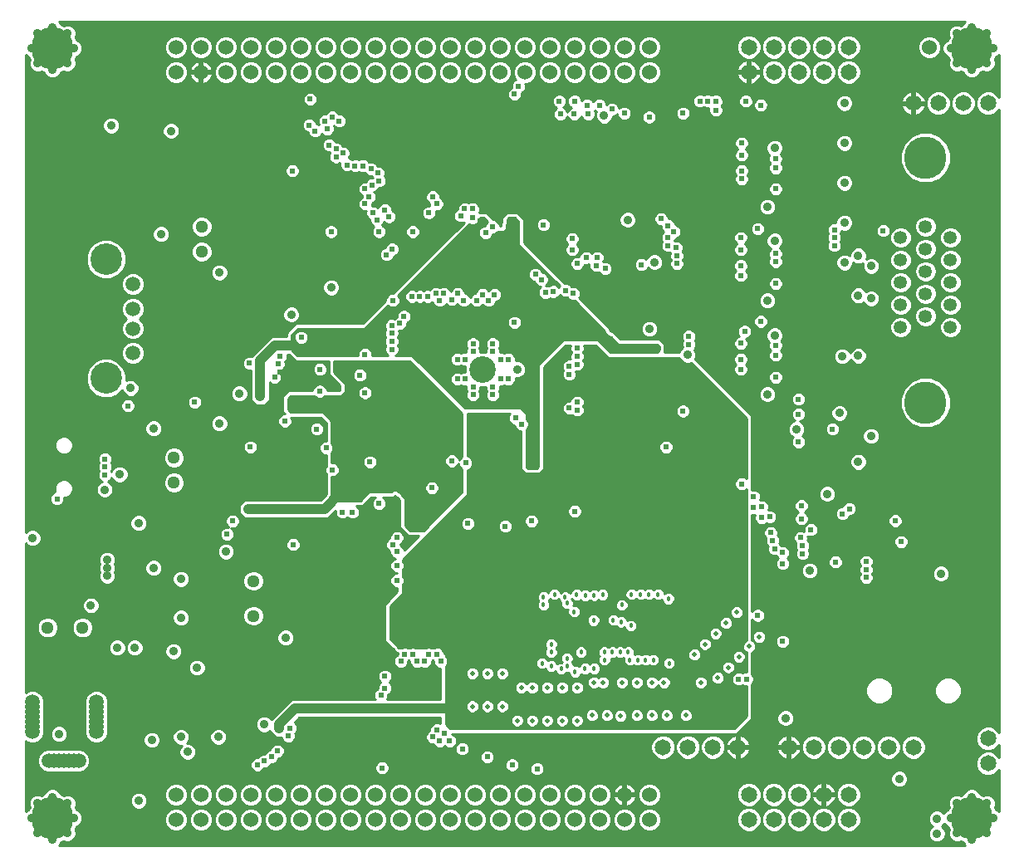
<source format=gbr>
G75*
G70*
%OFA0B0*%
%FSLAX24Y24*%
%IPPOS*%
%LPD*%
%AMOC8*
5,1,8,0,0,1.08239X$1,22.5*
%
%ADD10C,0.0591*%
%ADD11C,0.0600*%
%ADD12C,0.0650*%
%ADD13C,0.0510*%
%ADD14C,0.0238*%
%ADD15C,0.1063*%
%ADD16C,0.0531*%
%ADD17C,0.1700*%
%ADD18C,0.1266*%
%ADD19C,0.0237*%
%ADD20C,0.0180*%
%ADD21C,0.0198*%
%ADD22C,0.0354*%
%ADD23C,0.1699*%
%ADD24C,0.0100*%
%ADD25C,0.0400*%
%ADD26C,0.0240*%
D10*
X006653Y007771D03*
X006850Y007771D03*
X007047Y007771D03*
X007244Y007771D03*
X007441Y007771D03*
X007637Y007771D03*
X007834Y007771D03*
X008543Y008932D03*
X008543Y009129D03*
X008543Y009326D03*
X008543Y009523D03*
X008543Y009719D03*
X008543Y009916D03*
X008543Y010113D03*
X005984Y010113D03*
X005984Y009916D03*
X005984Y009719D03*
X005984Y009523D03*
X005984Y009326D03*
X005984Y009129D03*
X005984Y008932D03*
X010010Y024124D03*
X010010Y025109D03*
X010010Y025896D03*
X010010Y026880D03*
D11*
X011743Y035402D03*
X012743Y035402D03*
X013743Y035402D03*
X014743Y035402D03*
X015743Y035402D03*
X016743Y035402D03*
X017743Y035402D03*
X018743Y035402D03*
X019743Y035402D03*
X020743Y035402D03*
X021743Y035402D03*
X022743Y035402D03*
X023743Y035402D03*
X024743Y035402D03*
X025743Y035402D03*
X026743Y035402D03*
X027743Y035402D03*
X028743Y035402D03*
X029743Y035402D03*
X030743Y035402D03*
X030743Y036402D03*
X029743Y036402D03*
X028743Y036402D03*
X027743Y036402D03*
X026743Y036402D03*
X025743Y036402D03*
X024743Y036402D03*
X023743Y036402D03*
X022743Y036402D03*
X021743Y036402D03*
X020743Y036402D03*
X019743Y036402D03*
X018743Y036402D03*
X017743Y036402D03*
X016743Y036402D03*
X015743Y036402D03*
X014743Y036402D03*
X013743Y036402D03*
X012743Y036402D03*
X011743Y036402D03*
X041993Y036402D03*
X030743Y006402D03*
X029743Y006402D03*
X028743Y006402D03*
X027743Y006402D03*
X026743Y006402D03*
X025743Y006402D03*
X024743Y006402D03*
X023743Y006402D03*
X022743Y006402D03*
X021743Y006402D03*
X020743Y006402D03*
X019743Y006402D03*
X018743Y006402D03*
X017743Y006402D03*
X016743Y006402D03*
X015743Y006402D03*
X014743Y006402D03*
X013743Y006402D03*
X012743Y006402D03*
X011743Y006402D03*
X011743Y005402D03*
X012743Y005402D03*
X013743Y005402D03*
X014743Y005402D03*
X015743Y005402D03*
X016743Y005402D03*
X017743Y005402D03*
X018743Y005402D03*
X019743Y005402D03*
X020743Y005402D03*
X021743Y005402D03*
X022743Y005402D03*
X023743Y005402D03*
X024743Y005402D03*
X025743Y005402D03*
X026743Y005402D03*
X027743Y005402D03*
X028743Y005402D03*
X029743Y005402D03*
X030743Y005402D03*
D12*
X031293Y008302D03*
X032293Y008302D03*
X033293Y008302D03*
X034293Y008302D03*
X034743Y006402D03*
X035743Y006402D03*
X035743Y005402D03*
X034743Y005402D03*
X036743Y005402D03*
X037743Y005402D03*
X038743Y005402D03*
X038743Y006402D03*
X037743Y006402D03*
X036743Y006402D03*
X036343Y008302D03*
X037343Y008302D03*
X038343Y008302D03*
X039343Y008302D03*
X040343Y008302D03*
X041343Y008302D03*
X044343Y008652D03*
X044343Y007652D03*
X044343Y034152D03*
X043343Y034152D03*
X042343Y034152D03*
X041343Y034152D03*
X038743Y035402D03*
X037743Y035402D03*
X036743Y035402D03*
X035743Y035402D03*
X034743Y035402D03*
X034743Y036402D03*
X035743Y036402D03*
X036743Y036402D03*
X037743Y036402D03*
X038743Y036402D03*
D13*
X014853Y014972D03*
X014853Y013572D03*
X011663Y018922D03*
X011663Y019922D03*
X007993Y013102D03*
X006593Y013102D03*
X012783Y028192D03*
X012783Y029192D03*
D14*
X023039Y023866D03*
X023354Y023866D03*
X023669Y024181D03*
X023669Y024496D03*
X024457Y024496D03*
X024457Y024181D03*
X024772Y023866D03*
X025087Y023866D03*
X025087Y023079D03*
X024772Y023079D03*
X024457Y022764D03*
X024457Y022449D03*
X023669Y022449D03*
X023669Y022764D03*
X023354Y023079D03*
X023039Y023079D03*
D15*
X024063Y023472D03*
D16*
X040833Y025157D03*
X040833Y026057D03*
X040833Y026957D03*
X040833Y027857D03*
X040833Y028757D03*
X041833Y029207D03*
X042833Y028757D03*
X042833Y027857D03*
X042833Y026957D03*
X042833Y026057D03*
X042833Y025157D03*
X041833Y025607D03*
X041833Y026507D03*
X041833Y027407D03*
X041833Y028307D03*
D17*
X041833Y031972D03*
X041833Y022132D03*
D18*
X008943Y023113D03*
X008943Y027892D03*
D19*
X014693Y023712D03*
X015703Y023152D03*
X015933Y023372D03*
X015853Y023682D03*
X015933Y023992D03*
X016773Y024752D03*
X017283Y024272D03*
X017523Y023472D03*
X017513Y022592D03*
X016753Y022322D03*
X016113Y021392D03*
X017393Y021072D03*
X017773Y020312D03*
X018013Y019432D03*
X019533Y019752D03*
X019893Y018082D03*
X018833Y017732D03*
X018433Y017732D03*
X016453Y016432D03*
X014013Y017382D03*
X013793Y016852D03*
X014733Y020352D03*
X012493Y022152D03*
X009813Y022002D03*
X008893Y019872D03*
X008893Y019552D03*
X008893Y019232D03*
X006973Y018272D03*
X016333Y009072D03*
X016253Y008752D03*
X015813Y008152D03*
X015573Y007912D03*
X015293Y007752D03*
X015013Y007592D03*
X020013Y007472D03*
X022053Y008712D03*
X022333Y008552D03*
X022533Y008872D03*
X022213Y008992D03*
X022733Y008552D03*
X023243Y008232D03*
X024243Y007912D03*
X025243Y007592D03*
X026243Y007432D03*
X022373Y011752D03*
X022213Y012032D03*
X021893Y012032D03*
X021733Y011752D03*
X021413Y011752D03*
X021253Y012032D03*
X020933Y012032D03*
X020773Y011752D03*
X020133Y011152D03*
X020133Y010672D03*
X019973Y010392D03*
X020613Y013192D03*
X020613Y013792D03*
X020613Y014992D03*
X020613Y015592D03*
X020613Y016152D03*
X020453Y016432D03*
X020613Y016712D03*
X021573Y017252D03*
X022013Y018712D03*
X022813Y019792D03*
X023373Y019712D03*
X024142Y019711D03*
X025244Y019711D03*
X026031Y019721D03*
X027291Y019714D03*
X027893Y021346D03*
X027853Y021832D03*
X027853Y022152D03*
X027533Y021912D03*
X027893Y022764D03*
X027533Y023272D03*
X027533Y023592D03*
X027853Y023672D03*
X027853Y023992D03*
X027853Y024312D03*
X027693Y026512D03*
X027373Y026632D03*
X026893Y026592D03*
X026573Y026552D03*
X026413Y027072D03*
X026173Y027282D03*
X027653Y028272D03*
X027653Y028712D03*
X028213Y027952D03*
X027853Y027712D03*
X028613Y027632D03*
X028653Y027952D03*
X028973Y027512D03*
X030423Y027672D03*
X031493Y028432D03*
X031493Y028752D03*
X031733Y028992D03*
X031493Y029232D03*
X031213Y029512D03*
X031813Y028352D03*
X031853Y028032D03*
X031853Y027712D03*
X034413Y027632D03*
X034413Y027232D03*
X034413Y028272D03*
X034413Y028752D03*
X035093Y029112D03*
X035813Y028112D03*
X035813Y027792D03*
X035813Y026912D03*
X035213Y025392D03*
X034573Y024992D03*
X034413Y024512D03*
X034413Y023872D03*
X034413Y023472D03*
X035813Y023152D03*
X035813Y024032D03*
X035813Y024432D03*
X036733Y022272D03*
X036733Y021672D03*
X036733Y020552D03*
X037183Y019472D03*
X038093Y021072D03*
X034933Y018352D03*
X034933Y017912D03*
X035253Y017952D03*
X035253Y017512D03*
X035573Y017552D03*
X035613Y016912D03*
X035693Y016592D03*
X035773Y016272D03*
X036093Y016112D03*
X036093Y015672D03*
X036893Y016072D03*
X036893Y016392D03*
X036813Y016712D03*
X037233Y017032D03*
X036853Y017472D03*
X036853Y017992D03*
X038493Y017672D03*
X038773Y017872D03*
X040613Y017392D03*
X040853Y016552D03*
X039453Y015752D03*
X039453Y015432D03*
X039453Y015112D03*
X038213Y015732D03*
X035093Y013592D03*
X036093Y012552D03*
X034653Y011032D03*
X034333Y011032D03*
X027753Y017772D03*
X026013Y017382D03*
X024963Y017172D03*
X023463Y017282D03*
X025613Y021272D03*
X025373Y021512D03*
X025333Y025352D03*
X024293Y026232D03*
X024533Y026472D03*
X024053Y026472D03*
X023813Y026232D03*
X023293Y026232D03*
X023053Y026512D03*
X022813Y026272D03*
X022493Y026512D03*
X022173Y026512D03*
X022333Y026232D03*
X021853Y026392D03*
X021533Y026392D03*
X021213Y026392D03*
X020453Y026232D03*
X020893Y025592D03*
X020733Y025312D03*
X020413Y025232D03*
X020413Y024912D03*
X020413Y024592D03*
X020413Y024272D03*
X019333Y024072D03*
X019123Y023232D03*
X019333Y022522D03*
X018333Y025552D03*
X020193Y028072D03*
X020423Y028292D03*
X019893Y028992D03*
X019813Y029472D03*
X019653Y029752D03*
X019333Y030112D03*
X019493Y030392D03*
X019333Y030712D03*
X019613Y030872D03*
X019893Y031032D03*
X019853Y031352D03*
X019573Y031512D03*
X019253Y031632D03*
X018933Y031632D03*
X018613Y031672D03*
X018453Y032152D03*
X018173Y031992D03*
X018173Y032312D03*
X017893Y032472D03*
X017813Y033112D03*
X017733Y033432D03*
X018013Y033592D03*
X018293Y033432D03*
X017333Y033032D03*
X017093Y033272D03*
X017133Y034312D03*
X016413Y031432D03*
X017973Y028992D03*
X020133Y029872D03*
X020293Y029592D03*
X021253Y028992D03*
X021893Y029752D03*
X022213Y030112D03*
X022053Y030392D03*
X023173Y029632D03*
X023333Y029912D03*
X023653Y029912D03*
X023653Y029552D03*
X023963Y029432D03*
X024173Y028952D03*
X024453Y029192D03*
X024773Y029432D03*
X025253Y029272D03*
X025853Y029272D03*
X026493Y029272D03*
X027173Y033712D03*
X027133Y034232D03*
X027743Y034232D03*
X027733Y033712D03*
X028293Y033712D03*
X028243Y034072D03*
X028743Y034072D03*
X029243Y033912D03*
X029743Y033752D03*
X030743Y033592D03*
X032093Y033752D03*
X032773Y034232D03*
X033093Y034232D03*
X033413Y034232D03*
X033413Y033872D03*
X034613Y034232D03*
X035213Y034072D03*
X034453Y032552D03*
X034453Y032072D03*
X034453Y031432D03*
X034453Y031112D03*
X035813Y030712D03*
X035813Y031552D03*
X035813Y031912D03*
X038173Y029072D03*
X038173Y028752D03*
X038173Y028432D03*
X040133Y029032D03*
X032323Y024792D03*
X032333Y024472D03*
X030873Y024312D03*
X032093Y021792D03*
X031413Y020352D03*
X034453Y018872D03*
X025333Y034512D03*
X025493Y034832D03*
D20*
X026934Y014439D03*
X027366Y014320D03*
X027442Y014080D03*
X027721Y013742D03*
X027832Y014429D03*
X028178Y014396D03*
X028524Y014397D03*
X028871Y014425D03*
X029647Y014010D03*
X030025Y014441D03*
X030387Y014439D03*
X030725Y014439D03*
X031088Y014442D03*
X031508Y014262D03*
X030003Y013182D03*
X029611Y013336D03*
X029296Y013406D03*
X028509Y013396D03*
X028946Y012120D03*
X029261Y012120D03*
X029576Y012120D03*
X029891Y012120D03*
X029961Y011805D03*
X030276Y011805D03*
X030591Y011805D03*
X030906Y011805D03*
X031540Y011671D03*
X028946Y011805D03*
X028521Y011456D03*
X028154Y011456D03*
X027761Y011329D03*
X027443Y011558D03*
X027210Y011443D03*
X026812Y011561D03*
X026442Y011671D03*
X026810Y012122D03*
X026812Y012435D03*
X027442Y011876D03*
X028002Y012121D03*
X026497Y014010D03*
X026497Y014325D03*
D21*
X024843Y011262D03*
X025603Y010692D03*
X026043Y010692D03*
X026643Y010692D03*
X027243Y010692D03*
X027843Y010692D03*
X028523Y010902D03*
X028883Y010902D03*
X029643Y010902D03*
X030243Y010902D03*
X030843Y010902D03*
X031333Y010902D03*
X031443Y009582D03*
X030843Y009582D03*
X030243Y009582D03*
X029583Y009562D03*
X029043Y009582D03*
X028443Y009582D03*
X027843Y009372D03*
X027243Y009372D03*
X026643Y009372D03*
X026043Y009372D03*
X025443Y009372D03*
X024843Y009942D03*
X024243Y009942D03*
X023643Y009942D03*
X023643Y011262D03*
X024243Y011262D03*
X032213Y009582D03*
X032813Y010902D03*
X033488Y011083D03*
X033913Y011507D03*
X034337Y011931D03*
X034761Y012355D03*
X035153Y012732D03*
X034252Y013713D03*
X033828Y013289D03*
X033403Y012865D03*
X032979Y012440D03*
X032555Y012016D03*
X020543Y018342D03*
X018933Y018502D03*
X018333Y018502D03*
X018783Y019432D03*
X018543Y020392D03*
X018133Y021352D03*
X018283Y022672D03*
X018293Y023472D03*
D22*
X006192Y004852D03*
X005942Y005452D03*
X006192Y006052D03*
X006792Y006302D03*
X007392Y006052D03*
X007642Y005452D03*
X007392Y004852D03*
X006792Y004602D03*
X010253Y006152D03*
X012213Y008112D03*
X011943Y008712D03*
X010773Y008592D03*
X013443Y008712D03*
X015283Y009222D03*
X015893Y009072D03*
X012593Y011492D03*
X011643Y012152D03*
X011943Y013502D03*
X013163Y012915D03*
X011943Y015052D03*
X010843Y015502D03*
X008983Y015502D03*
X008983Y015182D03*
X008983Y015822D03*
X010243Y017302D03*
X008883Y018642D03*
X009493Y019252D03*
X010843Y021102D03*
X009933Y022712D03*
X013493Y021302D03*
X014293Y022502D03*
X015133Y022392D03*
X014733Y024352D03*
X015893Y025172D03*
X016373Y025672D03*
X017973Y026752D03*
X013493Y027352D03*
X011143Y028902D03*
X011573Y031092D03*
X011543Y033042D03*
X009143Y033252D03*
X006792Y035503D03*
X006192Y035753D03*
X005942Y036353D03*
X006192Y036953D03*
X006792Y037203D03*
X007392Y036953D03*
X007642Y036353D03*
X007392Y035753D03*
X025453Y023472D03*
X029273Y025092D03*
X030753Y025092D03*
X032273Y024052D03*
X034783Y022552D03*
X035483Y022472D03*
X036653Y021072D03*
X038373Y021712D03*
X038533Y021152D03*
X039643Y020792D03*
X039133Y019752D03*
X037883Y018472D03*
X037833Y017072D03*
X037183Y015392D03*
X037133Y013172D03*
X036213Y009472D03*
X034013Y009282D03*
X040773Y007032D03*
X042293Y005432D03*
X042844Y005452D03*
X043094Y004852D03*
X042293Y004832D03*
X043694Y004602D03*
X044294Y004852D03*
X044544Y005452D03*
X044294Y006052D03*
X043694Y006302D03*
X043094Y006052D03*
X042453Y015272D03*
X039133Y024012D03*
X038493Y023992D03*
X035773Y024832D03*
X035483Y026232D03*
X034783Y026312D03*
X035773Y028632D03*
X035483Y029992D03*
X034903Y030032D03*
X035773Y032352D03*
X035613Y033312D03*
X038573Y032552D03*
X039133Y032872D03*
X038573Y034152D03*
X039133Y031192D03*
X038573Y030952D03*
X039133Y029592D03*
X038573Y029352D03*
X039133Y028032D03*
X038573Y027752D03*
X039653Y027612D03*
X039133Y026432D03*
X039653Y026312D03*
X030953Y027772D03*
X029873Y029472D03*
X028933Y033652D03*
X042844Y036353D03*
X043094Y035753D03*
X043694Y035503D03*
X044294Y035753D03*
X044544Y036353D03*
X044294Y036953D03*
X043694Y037203D03*
X043094Y036953D03*
X014653Y017872D03*
X013753Y016152D03*
X016143Y012702D03*
X010093Y012302D03*
X009393Y012302D03*
X008333Y013992D03*
X005993Y016702D03*
X007053Y008832D03*
X023043Y009852D03*
D23*
X006792Y005452D03*
X006792Y036353D03*
X043694Y036353D03*
X043694Y005452D03*
D24*
X044641Y005828D02*
X044773Y005828D01*
X044740Y005746D02*
X044662Y005778D01*
X044609Y005906D01*
X044641Y005983D01*
X044641Y006121D01*
X044588Y006248D01*
X044490Y006346D01*
X044363Y006399D01*
X044225Y006399D01*
X044148Y006367D01*
X044020Y006420D01*
X043988Y006498D01*
X043890Y006596D01*
X043763Y006649D01*
X043625Y006649D01*
X043497Y006596D01*
X043399Y006498D01*
X043367Y006420D01*
X043239Y006367D01*
X043163Y006399D01*
X043025Y006399D01*
X042897Y006346D01*
X042799Y006248D01*
X042747Y006121D01*
X042747Y005983D01*
X042778Y005906D01*
X042725Y005778D01*
X042647Y005746D01*
X042559Y005658D01*
X042490Y005727D01*
X042362Y005780D01*
X042224Y005780D01*
X042096Y005727D01*
X041999Y005629D01*
X041946Y005501D01*
X041946Y005363D01*
X041999Y005236D01*
X042096Y005138D01*
X042110Y005132D01*
X042096Y005127D01*
X041999Y005029D01*
X041946Y004901D01*
X041946Y004763D01*
X041999Y004636D01*
X042096Y004538D01*
X042224Y004485D01*
X042362Y004485D01*
X042490Y004538D01*
X042587Y004636D01*
X042640Y004763D01*
X042640Y004901D01*
X042587Y005029D01*
X042490Y005127D01*
X042476Y005132D01*
X042490Y005138D01*
X042578Y005226D01*
X042647Y005157D01*
X042725Y005125D01*
X042778Y004997D01*
X042747Y004921D01*
X042747Y004783D01*
X042799Y004655D01*
X042897Y004557D01*
X043025Y004504D01*
X043163Y004504D01*
X043239Y004536D01*
X043367Y004483D01*
X043399Y004405D01*
X043432Y004372D01*
X007054Y004372D01*
X007086Y004405D01*
X007119Y004483D01*
X007246Y004536D01*
X007323Y004504D01*
X007461Y004504D01*
X007589Y004557D01*
X007686Y004655D01*
X007739Y004783D01*
X007739Y004921D01*
X007707Y004997D01*
X007760Y005125D01*
X007839Y005157D01*
X007936Y005255D01*
X007989Y005383D01*
X007989Y005521D01*
X007936Y005648D01*
X007839Y005746D01*
X007760Y005778D01*
X007707Y005906D01*
X007739Y005983D01*
X007739Y006121D01*
X007686Y006248D01*
X007589Y006346D01*
X007461Y006399D01*
X007323Y006399D01*
X007246Y006367D01*
X007119Y006420D01*
X007086Y006498D01*
X006989Y006596D01*
X006861Y006649D01*
X006723Y006649D01*
X006595Y006596D01*
X006498Y006498D01*
X006465Y006420D01*
X006338Y006367D01*
X006261Y006399D01*
X006123Y006399D01*
X005995Y006346D01*
X005898Y006248D01*
X005845Y006121D01*
X005845Y005983D01*
X005877Y005906D01*
X005824Y005778D01*
X005745Y005746D01*
X005713Y005713D01*
X005713Y008545D01*
X005720Y008538D01*
X005891Y008467D01*
X006076Y008467D01*
X006247Y008538D01*
X006378Y008668D01*
X006449Y008839D01*
X006449Y009025D01*
X006447Y009030D01*
X006449Y009036D01*
X006449Y009221D01*
X006447Y009227D01*
X006449Y009233D01*
X006449Y009418D01*
X006447Y009424D01*
X006449Y009430D01*
X006449Y009615D01*
X006447Y009621D01*
X006449Y009627D01*
X006449Y009812D01*
X006447Y009818D01*
X006449Y009824D01*
X006449Y010009D01*
X006447Y010015D01*
X006449Y010020D01*
X006449Y010206D01*
X006378Y010377D01*
X006247Y010507D01*
X006076Y010578D01*
X005891Y010578D01*
X005720Y010507D01*
X005713Y010500D01*
X005713Y016492D01*
X005796Y016408D01*
X005924Y016355D01*
X006062Y016355D01*
X006190Y016408D01*
X006287Y016506D01*
X006340Y016633D01*
X006340Y016771D01*
X006287Y016899D01*
X006190Y016997D01*
X006062Y017050D01*
X005924Y017050D01*
X005796Y016997D01*
X005713Y016913D01*
X005713Y036092D01*
X005745Y036059D01*
X005824Y036026D01*
X005877Y035899D01*
X005845Y035822D01*
X005845Y035684D01*
X005898Y035557D01*
X005995Y035459D01*
X006123Y035406D01*
X006261Y035406D01*
X006338Y035438D01*
X006465Y035385D01*
X006498Y035307D01*
X006595Y035209D01*
X006723Y035156D01*
X006861Y035156D01*
X006989Y035209D01*
X007086Y035307D01*
X007119Y035385D01*
X007246Y035438D01*
X007323Y035406D01*
X007461Y035406D01*
X007589Y035459D01*
X007686Y035557D01*
X007739Y035684D01*
X007739Y035822D01*
X007707Y035899D01*
X007760Y036026D01*
X007839Y036059D01*
X007936Y036157D01*
X007989Y036284D01*
X007989Y036422D01*
X007936Y036550D01*
X007839Y036648D01*
X007760Y036680D01*
X007707Y036808D01*
X007739Y036884D01*
X007739Y037022D01*
X007686Y037150D01*
X007589Y037248D01*
X007461Y037300D01*
X007323Y037300D01*
X007246Y037269D01*
X007119Y037321D01*
X007086Y037400D01*
X007054Y037432D01*
X043432Y037432D01*
X043399Y037400D01*
X043367Y037321D01*
X043239Y037269D01*
X043163Y037300D01*
X043025Y037300D01*
X042897Y037248D01*
X042799Y037150D01*
X042747Y037022D01*
X042747Y036884D01*
X042778Y036808D01*
X042725Y036680D01*
X042647Y036648D01*
X042549Y036550D01*
X042497Y036422D01*
X042497Y036284D01*
X042549Y036157D01*
X042647Y036059D01*
X042725Y036026D01*
X042778Y035899D01*
X042747Y035822D01*
X042747Y035684D01*
X042799Y035557D01*
X042897Y035459D01*
X043025Y035406D01*
X043163Y035406D01*
X043239Y035438D01*
X043367Y035385D01*
X043399Y035307D01*
X043497Y035209D01*
X043625Y035156D01*
X043763Y035156D01*
X043890Y035209D01*
X043988Y035307D01*
X044020Y035385D01*
X044148Y035438D01*
X044225Y035406D01*
X044363Y035406D01*
X044490Y035459D01*
X044588Y035557D01*
X044641Y035684D01*
X044641Y035822D01*
X044609Y035899D01*
X044662Y036026D01*
X044740Y036059D01*
X044773Y036092D01*
X044773Y034407D01*
X044762Y034433D01*
X044623Y034572D01*
X044441Y034647D01*
X044244Y034647D01*
X044063Y034572D01*
X043923Y034433D01*
X043848Y034251D01*
X043848Y034054D01*
X043923Y033872D01*
X044063Y033733D01*
X044244Y033658D01*
X044441Y033658D01*
X044623Y033733D01*
X044762Y033872D01*
X044773Y033898D01*
X044773Y008907D01*
X044762Y008933D01*
X044623Y009072D01*
X044441Y009147D01*
X044244Y009147D01*
X044063Y009072D01*
X043923Y008933D01*
X043848Y008751D01*
X043848Y008554D01*
X043923Y008372D01*
X044063Y008233D01*
X044244Y008158D01*
X044441Y008158D01*
X044623Y008233D01*
X044762Y008372D01*
X044773Y008398D01*
X044773Y007907D01*
X044762Y007933D01*
X044623Y008072D01*
X044441Y008147D01*
X044244Y008147D01*
X044063Y008072D01*
X043923Y007933D01*
X043848Y007751D01*
X043848Y007554D01*
X043923Y007372D01*
X044063Y007233D01*
X044244Y007158D01*
X044441Y007158D01*
X044623Y007233D01*
X044762Y007372D01*
X044773Y007398D01*
X044773Y005713D01*
X044740Y005746D01*
X044757Y005729D02*
X044773Y005729D01*
X044773Y005926D02*
X044617Y005926D01*
X044641Y006025D02*
X044773Y006025D01*
X044773Y006123D02*
X044640Y006123D01*
X044599Y006222D02*
X044773Y006222D01*
X044773Y006320D02*
X044516Y006320D01*
X044773Y006419D02*
X044023Y006419D01*
X043969Y006517D02*
X044773Y006517D01*
X044773Y006616D02*
X043842Y006616D01*
X043546Y006616D02*
X039190Y006616D01*
X039162Y006683D02*
X039023Y006822D01*
X038841Y006897D01*
X038644Y006897D01*
X038463Y006822D01*
X038323Y006683D01*
X038248Y006501D01*
X038248Y006304D01*
X038323Y006122D01*
X038463Y005983D01*
X038644Y005908D01*
X038841Y005908D01*
X039023Y005983D01*
X039162Y006122D01*
X039238Y006304D01*
X039238Y006501D01*
X039162Y006683D01*
X039131Y006715D02*
X040633Y006715D01*
X040576Y006738D02*
X040704Y006685D01*
X040842Y006685D01*
X040970Y006738D01*
X041067Y006836D01*
X041120Y006963D01*
X041120Y007101D01*
X041067Y007229D01*
X040970Y007327D01*
X040842Y007380D01*
X040704Y007380D01*
X040576Y007327D01*
X040479Y007229D01*
X040426Y007101D01*
X040426Y006963D01*
X040479Y006836D01*
X040576Y006738D01*
X040501Y006813D02*
X039032Y006813D01*
X039231Y006517D02*
X043419Y006517D01*
X043365Y006419D02*
X039238Y006419D01*
X039238Y006320D02*
X042871Y006320D01*
X042788Y006222D02*
X039204Y006222D01*
X039163Y006123D02*
X042748Y006123D01*
X042747Y006025D02*
X039065Y006025D01*
X038886Y005926D02*
X042770Y005926D01*
X042746Y005828D02*
X039009Y005828D01*
X039023Y005822D02*
X038841Y005897D01*
X038644Y005897D01*
X038463Y005822D01*
X038323Y005683D01*
X038248Y005501D01*
X038248Y005304D01*
X038323Y005122D01*
X038463Y004983D01*
X038644Y004908D01*
X038841Y004908D01*
X039023Y004983D01*
X039162Y005122D01*
X039238Y005304D01*
X039238Y005501D01*
X039162Y005683D01*
X039023Y005822D01*
X039116Y005729D02*
X042102Y005729D01*
X042000Y005631D02*
X039184Y005631D01*
X039225Y005532D02*
X041958Y005532D01*
X041946Y005434D02*
X039238Y005434D01*
X039238Y005335D02*
X041957Y005335D01*
X041998Y005236D02*
X039210Y005236D01*
X039169Y005138D02*
X042097Y005138D01*
X042009Y005039D02*
X039080Y005039D01*
X038921Y004941D02*
X041962Y004941D01*
X041946Y004842D02*
X007739Y004842D01*
X007731Y004941D02*
X011629Y004941D01*
X011649Y004932D02*
X011836Y004932D01*
X012009Y005004D01*
X012141Y005136D01*
X012213Y005309D01*
X012213Y005496D01*
X012141Y005669D01*
X012009Y005801D01*
X011836Y005872D01*
X011649Y005872D01*
X011477Y005801D01*
X011344Y005669D01*
X011273Y005496D01*
X011273Y005309D01*
X011344Y005136D01*
X011477Y005004D01*
X011649Y004932D01*
X011856Y004941D02*
X012629Y004941D01*
X012649Y004932D02*
X012836Y004932D01*
X013009Y005004D01*
X013141Y005136D01*
X013213Y005309D01*
X013213Y005496D01*
X013141Y005669D01*
X013009Y005801D01*
X012836Y005872D01*
X012649Y005872D01*
X012477Y005801D01*
X012344Y005669D01*
X012273Y005496D01*
X012273Y005309D01*
X012344Y005136D01*
X012477Y005004D01*
X012649Y004932D01*
X012856Y004941D02*
X013629Y004941D01*
X013649Y004932D02*
X013836Y004932D01*
X014009Y005004D01*
X014141Y005136D01*
X014213Y005309D01*
X014213Y005496D01*
X014141Y005669D01*
X014009Y005801D01*
X013836Y005872D01*
X013649Y005872D01*
X013477Y005801D01*
X013344Y005669D01*
X013273Y005496D01*
X013273Y005309D01*
X013344Y005136D01*
X013477Y005004D01*
X013649Y004932D01*
X013856Y004941D02*
X014629Y004941D01*
X014649Y004932D02*
X014836Y004932D01*
X015009Y005004D01*
X015141Y005136D01*
X015213Y005309D01*
X015213Y005496D01*
X015141Y005669D01*
X015009Y005801D01*
X014836Y005872D01*
X014649Y005872D01*
X014477Y005801D01*
X014344Y005669D01*
X014273Y005496D01*
X014273Y005309D01*
X014344Y005136D01*
X014477Y005004D01*
X014649Y004932D01*
X014856Y004941D02*
X015629Y004941D01*
X015649Y004932D02*
X015836Y004932D01*
X016009Y005004D01*
X016141Y005136D01*
X016213Y005309D01*
X016213Y005496D01*
X016141Y005669D01*
X016009Y005801D01*
X015836Y005872D01*
X015649Y005872D01*
X015477Y005801D01*
X015344Y005669D01*
X015273Y005496D01*
X015273Y005309D01*
X015344Y005136D01*
X015477Y005004D01*
X015649Y004932D01*
X015856Y004941D02*
X016629Y004941D01*
X016649Y004932D02*
X016836Y004932D01*
X017009Y005004D01*
X017141Y005136D01*
X017213Y005309D01*
X017213Y005496D01*
X017141Y005669D01*
X017009Y005801D01*
X016836Y005872D01*
X016649Y005872D01*
X016477Y005801D01*
X016344Y005669D01*
X016273Y005496D01*
X016273Y005309D01*
X016344Y005136D01*
X016477Y005004D01*
X016649Y004932D01*
X016856Y004941D02*
X017629Y004941D01*
X017649Y004932D02*
X017836Y004932D01*
X018009Y005004D01*
X018141Y005136D01*
X018213Y005309D01*
X018213Y005496D01*
X018141Y005669D01*
X018009Y005801D01*
X017836Y005872D01*
X017649Y005872D01*
X017477Y005801D01*
X017344Y005669D01*
X017273Y005496D01*
X017273Y005309D01*
X017344Y005136D01*
X017477Y005004D01*
X017649Y004932D01*
X017856Y004941D02*
X018629Y004941D01*
X018649Y004932D02*
X018836Y004932D01*
X019009Y005004D01*
X019141Y005136D01*
X019213Y005309D01*
X019213Y005496D01*
X019141Y005669D01*
X019009Y005801D01*
X018836Y005872D01*
X018649Y005872D01*
X018477Y005801D01*
X018344Y005669D01*
X018273Y005496D01*
X018273Y005309D01*
X018344Y005136D01*
X018477Y005004D01*
X018649Y004932D01*
X018856Y004941D02*
X019629Y004941D01*
X019649Y004932D02*
X019836Y004932D01*
X020009Y005004D01*
X020141Y005136D01*
X020213Y005309D01*
X020213Y005496D01*
X020141Y005669D01*
X020009Y005801D01*
X019836Y005872D01*
X019649Y005872D01*
X019477Y005801D01*
X019344Y005669D01*
X019273Y005496D01*
X019273Y005309D01*
X019344Y005136D01*
X019477Y005004D01*
X019649Y004932D01*
X019856Y004941D02*
X020629Y004941D01*
X020649Y004932D02*
X020836Y004932D01*
X021009Y005004D01*
X021141Y005136D01*
X021213Y005309D01*
X021213Y005496D01*
X021141Y005669D01*
X021009Y005801D01*
X020836Y005872D01*
X020649Y005872D01*
X020477Y005801D01*
X020344Y005669D01*
X020273Y005496D01*
X020273Y005309D01*
X020344Y005136D01*
X020477Y005004D01*
X020649Y004932D01*
X020856Y004941D02*
X021629Y004941D01*
X021649Y004932D02*
X021836Y004932D01*
X022009Y005004D01*
X022141Y005136D01*
X022213Y005309D01*
X022213Y005496D01*
X022141Y005669D01*
X022009Y005801D01*
X021836Y005872D01*
X021649Y005872D01*
X021477Y005801D01*
X021344Y005669D01*
X021273Y005496D01*
X021273Y005309D01*
X021344Y005136D01*
X021477Y005004D01*
X021649Y004932D01*
X021856Y004941D02*
X022629Y004941D01*
X022649Y004932D02*
X022836Y004932D01*
X023009Y005004D01*
X023141Y005136D01*
X023213Y005309D01*
X023213Y005496D01*
X023141Y005669D01*
X023009Y005801D01*
X022836Y005872D01*
X022649Y005872D01*
X022477Y005801D01*
X022344Y005669D01*
X022273Y005496D01*
X022273Y005309D01*
X022344Y005136D01*
X022477Y005004D01*
X022649Y004932D01*
X022856Y004941D02*
X023629Y004941D01*
X023649Y004932D02*
X023836Y004932D01*
X024009Y005004D01*
X024141Y005136D01*
X024213Y005309D01*
X024213Y005496D01*
X024141Y005669D01*
X024009Y005801D01*
X023836Y005872D01*
X023649Y005872D01*
X023477Y005801D01*
X023344Y005669D01*
X023273Y005496D01*
X023273Y005309D01*
X023344Y005136D01*
X023477Y005004D01*
X023649Y004932D01*
X023856Y004941D02*
X024629Y004941D01*
X024649Y004932D02*
X024836Y004932D01*
X025009Y005004D01*
X025141Y005136D01*
X025213Y005309D01*
X025213Y005496D01*
X025141Y005669D01*
X025009Y005801D01*
X024836Y005872D01*
X024649Y005872D01*
X024477Y005801D01*
X024344Y005669D01*
X024273Y005496D01*
X024273Y005309D01*
X024344Y005136D01*
X024477Y005004D01*
X024649Y004932D01*
X024856Y004941D02*
X025629Y004941D01*
X025649Y004932D02*
X025836Y004932D01*
X026009Y005004D01*
X026141Y005136D01*
X026213Y005309D01*
X026213Y005496D01*
X026141Y005669D01*
X026009Y005801D01*
X025836Y005872D01*
X025649Y005872D01*
X025477Y005801D01*
X025344Y005669D01*
X025273Y005496D01*
X025273Y005309D01*
X025344Y005136D01*
X025477Y005004D01*
X025649Y004932D01*
X025856Y004941D02*
X026629Y004941D01*
X026649Y004932D02*
X026836Y004932D01*
X027009Y005004D01*
X027141Y005136D01*
X027213Y005309D01*
X027213Y005496D01*
X027141Y005669D01*
X027009Y005801D01*
X026836Y005872D01*
X026649Y005872D01*
X026477Y005801D01*
X026344Y005669D01*
X026273Y005496D01*
X026273Y005309D01*
X026344Y005136D01*
X026477Y005004D01*
X026649Y004932D01*
X026856Y004941D02*
X027629Y004941D01*
X027649Y004932D02*
X027836Y004932D01*
X028009Y005004D01*
X028141Y005136D01*
X028213Y005309D01*
X028213Y005496D01*
X028141Y005669D01*
X028009Y005801D01*
X027836Y005872D01*
X027649Y005872D01*
X027477Y005801D01*
X027344Y005669D01*
X027273Y005496D01*
X027273Y005309D01*
X027344Y005136D01*
X027477Y005004D01*
X027649Y004932D01*
X027856Y004941D02*
X028629Y004941D01*
X028649Y004932D02*
X028836Y004932D01*
X029009Y005004D01*
X029141Y005136D01*
X029213Y005309D01*
X029213Y005496D01*
X029141Y005669D01*
X029009Y005801D01*
X028836Y005872D01*
X028649Y005872D01*
X028477Y005801D01*
X028344Y005669D01*
X028273Y005496D01*
X028273Y005309D01*
X028344Y005136D01*
X028477Y005004D01*
X028649Y004932D01*
X028856Y004941D02*
X029629Y004941D01*
X029649Y004932D02*
X029836Y004932D01*
X030009Y005004D01*
X030141Y005136D01*
X030213Y005309D01*
X030213Y005496D01*
X030141Y005669D01*
X030009Y005801D01*
X029836Y005872D01*
X029649Y005872D01*
X029477Y005801D01*
X029344Y005669D01*
X029273Y005496D01*
X029273Y005309D01*
X029344Y005136D01*
X029477Y005004D01*
X029649Y004932D01*
X029856Y004941D02*
X030629Y004941D01*
X030649Y004932D02*
X030836Y004932D01*
X031009Y005004D01*
X031141Y005136D01*
X031213Y005309D01*
X031213Y005496D01*
X031141Y005669D01*
X031009Y005801D01*
X030836Y005872D01*
X030649Y005872D01*
X030477Y005801D01*
X030344Y005669D01*
X030273Y005496D01*
X030273Y005309D01*
X030344Y005136D01*
X030477Y005004D01*
X030649Y004932D01*
X030856Y004941D02*
X034564Y004941D01*
X034644Y004908D02*
X034841Y004908D01*
X035023Y004983D01*
X035162Y005122D01*
X035238Y005304D01*
X035238Y005501D01*
X035162Y005683D01*
X035023Y005822D01*
X034841Y005897D01*
X034644Y005897D01*
X034463Y005822D01*
X034323Y005683D01*
X034248Y005501D01*
X034248Y005304D01*
X034323Y005122D01*
X034463Y004983D01*
X034644Y004908D01*
X034406Y005039D02*
X031044Y005039D01*
X031142Y005138D02*
X034317Y005138D01*
X034276Y005236D02*
X031183Y005236D01*
X031213Y005335D02*
X034248Y005335D01*
X034248Y005434D02*
X031213Y005434D01*
X031198Y005532D02*
X034261Y005532D01*
X034302Y005631D02*
X031157Y005631D01*
X031081Y005729D02*
X034370Y005729D01*
X034477Y005828D02*
X030944Y005828D01*
X030836Y005932D02*
X030649Y005932D01*
X030477Y006004D01*
X030344Y006136D01*
X030273Y006309D01*
X030273Y006496D01*
X030344Y006669D01*
X030477Y006801D01*
X030649Y006872D01*
X030836Y006872D01*
X031009Y006801D01*
X031141Y006669D01*
X031213Y006496D01*
X031213Y006309D01*
X031141Y006136D01*
X031009Y006004D01*
X030836Y005932D01*
X031030Y006025D02*
X034421Y006025D01*
X034463Y005983D02*
X034644Y005908D01*
X034841Y005908D01*
X035023Y005983D01*
X035162Y006122D01*
X035238Y006304D01*
X035238Y006501D01*
X035162Y006683D01*
X035023Y006822D01*
X034841Y006897D01*
X034644Y006897D01*
X034463Y006822D01*
X034323Y006683D01*
X034248Y006501D01*
X034248Y006304D01*
X034323Y006122D01*
X034463Y005983D01*
X034600Y005926D02*
X010518Y005926D01*
X010547Y005956D02*
X010600Y006083D01*
X010600Y006221D01*
X010547Y006349D01*
X010450Y006447D01*
X010322Y006500D01*
X010184Y006500D01*
X010056Y006447D01*
X009959Y006349D01*
X009906Y006221D01*
X009906Y006083D01*
X009959Y005956D01*
X010056Y005858D01*
X010184Y005805D01*
X010322Y005805D01*
X010450Y005858D01*
X010547Y005956D01*
X010576Y006025D02*
X011456Y006025D01*
X011477Y006004D02*
X011649Y005932D01*
X011836Y005932D01*
X012009Y006004D01*
X012141Y006136D01*
X012213Y006309D01*
X012213Y006496D01*
X012141Y006669D01*
X012009Y006801D01*
X011836Y006872D01*
X011649Y006872D01*
X011477Y006801D01*
X011344Y006669D01*
X011273Y006496D01*
X011273Y006309D01*
X011344Y006136D01*
X011477Y006004D01*
X011357Y006123D02*
X010600Y006123D01*
X010600Y006222D02*
X011309Y006222D01*
X011273Y006320D02*
X010559Y006320D01*
X010477Y006419D02*
X011273Y006419D01*
X011282Y006517D02*
X007067Y006517D01*
X007121Y006419D02*
X010028Y006419D01*
X009947Y006320D02*
X007614Y006320D01*
X007697Y006222D02*
X009906Y006222D01*
X009906Y006123D02*
X007738Y006123D01*
X007739Y006025D02*
X009930Y006025D01*
X009988Y005926D02*
X007716Y005926D01*
X007740Y005828D02*
X010130Y005828D01*
X010376Y005828D02*
X011541Y005828D01*
X011405Y005729D02*
X007856Y005729D01*
X007944Y005631D02*
X011329Y005631D01*
X011288Y005532D02*
X007985Y005532D01*
X007989Y005434D02*
X011273Y005434D01*
X011273Y005335D02*
X007970Y005335D01*
X007918Y005236D02*
X011303Y005236D01*
X011344Y005138D02*
X007792Y005138D01*
X007725Y005039D02*
X011441Y005039D01*
X012044Y005039D02*
X012441Y005039D01*
X012344Y005138D02*
X012142Y005138D01*
X012183Y005236D02*
X012303Y005236D01*
X012273Y005335D02*
X012213Y005335D01*
X012213Y005434D02*
X012273Y005434D01*
X012288Y005532D02*
X012198Y005532D01*
X012157Y005631D02*
X012329Y005631D01*
X012405Y005729D02*
X012081Y005729D01*
X011944Y005828D02*
X012541Y005828D01*
X012649Y005932D02*
X012836Y005932D01*
X013009Y006004D01*
X013141Y006136D01*
X013213Y006309D01*
X013213Y006496D01*
X013141Y006669D01*
X013009Y006801D01*
X012836Y006872D01*
X012649Y006872D01*
X012477Y006801D01*
X012344Y006669D01*
X012273Y006496D01*
X012273Y006309D01*
X012344Y006136D01*
X012477Y006004D01*
X012649Y005932D01*
X012456Y006025D02*
X012030Y006025D01*
X012128Y006123D02*
X012357Y006123D01*
X012309Y006222D02*
X012177Y006222D01*
X012213Y006320D02*
X012273Y006320D01*
X012273Y006419D02*
X012213Y006419D01*
X012204Y006517D02*
X012282Y006517D01*
X012323Y006616D02*
X012163Y006616D01*
X012095Y006715D02*
X012390Y006715D01*
X012506Y006813D02*
X011980Y006813D01*
X011506Y006813D02*
X005713Y006813D01*
X005713Y006715D02*
X011390Y006715D01*
X011323Y006616D02*
X006940Y006616D01*
X006644Y006616D02*
X005713Y006616D01*
X005713Y006517D02*
X006517Y006517D01*
X006463Y006419D02*
X005713Y006419D01*
X005713Y006320D02*
X005970Y006320D01*
X005887Y006222D02*
X005713Y006222D01*
X005713Y006123D02*
X005846Y006123D01*
X005845Y006025D02*
X005713Y006025D01*
X005713Y005926D02*
X005868Y005926D01*
X005844Y005828D02*
X005713Y005828D01*
X005713Y005729D02*
X005729Y005729D01*
X005713Y006912D02*
X040447Y006912D01*
X040426Y007010D02*
X005713Y007010D01*
X005713Y007109D02*
X040429Y007109D01*
X040470Y007207D02*
X026426Y007207D01*
X026406Y007188D02*
X026488Y007269D01*
X026532Y007375D01*
X026532Y007490D01*
X026488Y007596D01*
X026406Y007677D01*
X026300Y007721D01*
X026185Y007721D01*
X026079Y007677D01*
X025998Y007596D01*
X025954Y007490D01*
X025954Y007375D01*
X025998Y007269D01*
X026079Y007188D01*
X026185Y007144D01*
X026300Y007144D01*
X026406Y007188D01*
X026503Y007306D02*
X040555Y007306D01*
X040990Y007306D02*
X043990Y007306D01*
X043910Y007404D02*
X026532Y007404D01*
X026526Y007503D02*
X043869Y007503D01*
X043848Y007601D02*
X026482Y007601D01*
X026351Y007700D02*
X043848Y007700D01*
X043868Y007799D02*
X025445Y007799D01*
X025406Y007837D02*
X025300Y007881D01*
X025185Y007881D01*
X025079Y007837D01*
X024998Y007756D01*
X024954Y007650D01*
X024954Y007535D01*
X024998Y007429D01*
X025079Y007348D01*
X025185Y007304D01*
X025300Y007304D01*
X025406Y007348D01*
X025488Y007429D01*
X025532Y007535D01*
X025532Y007650D01*
X025488Y007756D01*
X025406Y007837D01*
X025511Y007700D02*
X026134Y007700D01*
X026004Y007601D02*
X025532Y007601D01*
X025518Y007503D02*
X025960Y007503D01*
X025954Y007404D02*
X025463Y007404D01*
X025305Y007306D02*
X025983Y007306D01*
X026060Y007207D02*
X020127Y007207D01*
X020176Y007228D02*
X020258Y007309D01*
X020302Y007415D01*
X020302Y007530D01*
X020258Y007636D01*
X020176Y007717D01*
X020070Y007761D01*
X019955Y007761D01*
X019849Y007717D01*
X019768Y007636D01*
X019724Y007530D01*
X019724Y007415D01*
X019768Y007309D01*
X019849Y007228D01*
X019955Y007184D01*
X020070Y007184D01*
X020176Y007228D01*
X020255Y007306D02*
X025180Y007306D01*
X025023Y007404D02*
X020297Y007404D01*
X020302Y007503D02*
X024967Y007503D01*
X024954Y007601D02*
X020272Y007601D01*
X020194Y007700D02*
X024047Y007700D01*
X024079Y007668D02*
X024185Y007624D01*
X024300Y007624D01*
X024406Y007668D01*
X024488Y007749D01*
X024532Y007855D01*
X024532Y007970D01*
X024488Y008076D01*
X024406Y008157D01*
X024300Y008201D01*
X024185Y008201D01*
X024079Y008157D01*
X023998Y008076D01*
X023954Y007970D01*
X023954Y007855D01*
X023998Y007749D01*
X024079Y007668D01*
X023978Y007799D02*
X015838Y007799D01*
X015818Y007749D02*
X015862Y007855D01*
X015862Y007864D01*
X015870Y007864D01*
X015976Y007908D01*
X016058Y007989D01*
X016102Y008095D01*
X016102Y008210D01*
X016058Y008316D01*
X015976Y008397D01*
X015870Y008441D01*
X015755Y008441D01*
X015649Y008397D01*
X015568Y008316D01*
X015524Y008210D01*
X015524Y008201D01*
X015515Y008201D01*
X015409Y008157D01*
X015328Y008076D01*
X015314Y008041D01*
X015235Y008041D01*
X015129Y007997D01*
X015048Y007916D01*
X015034Y007881D01*
X014955Y007881D01*
X014849Y007837D01*
X014768Y007756D01*
X014724Y007650D01*
X014724Y007535D01*
X014768Y007429D01*
X014849Y007348D01*
X014955Y007304D01*
X015070Y007304D01*
X015176Y007348D01*
X015258Y007429D01*
X015272Y007464D01*
X015350Y007464D01*
X015456Y007508D01*
X015538Y007589D01*
X015552Y007624D01*
X015630Y007624D01*
X015736Y007668D01*
X015818Y007749D01*
X015769Y007700D02*
X019832Y007700D01*
X019754Y007601D02*
X015543Y007601D01*
X015445Y007503D02*
X019724Y007503D01*
X019729Y007404D02*
X015233Y007404D01*
X015075Y007306D02*
X019771Y007306D01*
X019898Y007207D02*
X005713Y007207D01*
X005713Y007306D02*
X006559Y007306D01*
X006561Y007305D02*
X006746Y007305D01*
X006752Y007308D01*
X006757Y007305D01*
X006943Y007305D01*
X006948Y007308D01*
X006954Y007305D01*
X007139Y007305D01*
X007145Y007308D01*
X007151Y007305D01*
X007336Y007305D01*
X007342Y007308D01*
X007348Y007305D01*
X007533Y007305D01*
X007539Y007308D01*
X007545Y007305D01*
X007730Y007305D01*
X007736Y007308D01*
X007742Y007305D01*
X007927Y007305D01*
X008098Y007376D01*
X008229Y007507D01*
X008299Y007678D01*
X008299Y007863D01*
X008229Y008034D01*
X008098Y008165D01*
X007927Y008236D01*
X007742Y008236D01*
X007736Y008233D01*
X007730Y008236D01*
X007545Y008236D01*
X007539Y008233D01*
X007533Y008236D01*
X007348Y008236D01*
X007342Y008233D01*
X007336Y008236D01*
X007151Y008236D01*
X007145Y008233D01*
X007139Y008236D01*
X006954Y008236D01*
X006948Y008233D01*
X006943Y008236D01*
X006757Y008236D01*
X006752Y008233D01*
X006746Y008236D01*
X006561Y008236D01*
X006390Y008165D01*
X006259Y008034D01*
X006188Y007863D01*
X006188Y007678D01*
X006259Y007507D01*
X006390Y007376D01*
X006561Y007305D01*
X006747Y007306D02*
X006756Y007306D01*
X006944Y007306D02*
X006953Y007306D01*
X007141Y007306D02*
X007150Y007306D01*
X007338Y007306D02*
X007347Y007306D01*
X007534Y007306D02*
X007543Y007306D01*
X007731Y007306D02*
X007740Y007306D01*
X007928Y007306D02*
X014950Y007306D01*
X014793Y007404D02*
X008126Y007404D01*
X008225Y007503D02*
X014737Y007503D01*
X014724Y007601D02*
X008268Y007601D01*
X008299Y007700D02*
X014745Y007700D01*
X014811Y007799D02*
X012362Y007799D01*
X012410Y007818D02*
X012507Y007916D01*
X012560Y008043D01*
X012560Y008181D01*
X012507Y008309D01*
X012410Y008407D01*
X012282Y008460D01*
X012181Y008460D01*
X012237Y008516D01*
X012290Y008643D01*
X012290Y008781D01*
X012237Y008909D01*
X012140Y009007D01*
X012012Y009060D01*
X011874Y009060D01*
X011746Y009007D01*
X011649Y008909D01*
X011596Y008781D01*
X011596Y008643D01*
X011649Y008516D01*
X011746Y008418D01*
X011874Y008365D01*
X011975Y008365D01*
X011919Y008309D01*
X011866Y008181D01*
X011866Y008043D01*
X011919Y007916D01*
X012016Y007818D01*
X012144Y007765D01*
X012282Y007765D01*
X012410Y007818D01*
X012489Y007897D02*
X015040Y007897D01*
X015128Y007996D02*
X012540Y007996D01*
X012560Y008094D02*
X015346Y008094D01*
X015495Y008193D02*
X012555Y008193D01*
X012515Y008291D02*
X015558Y008291D01*
X015642Y008390D02*
X013571Y008390D01*
X013512Y008365D02*
X013640Y008418D01*
X013737Y008516D01*
X013790Y008643D01*
X013790Y008781D01*
X013737Y008909D01*
X013640Y009007D01*
X013512Y009060D01*
X013374Y009060D01*
X013246Y009007D01*
X013149Y008909D01*
X013096Y008781D01*
X013096Y008643D01*
X013149Y008516D01*
X013246Y008418D01*
X013374Y008365D01*
X013512Y008365D01*
X013315Y008390D02*
X012426Y008390D01*
X012210Y008488D02*
X013176Y008488D01*
X013119Y008587D02*
X012267Y008587D01*
X012290Y008685D02*
X013096Y008685D01*
X013097Y008784D02*
X012289Y008784D01*
X012248Y008883D02*
X013138Y008883D01*
X013221Y008981D02*
X012165Y008981D01*
X011721Y008981D02*
X009008Y008981D01*
X009008Y009025D02*
X009006Y009030D01*
X009008Y009036D01*
X009008Y009221D01*
X009006Y009227D01*
X009008Y009233D01*
X009008Y009418D01*
X009006Y009424D01*
X009008Y009430D01*
X009008Y009615D01*
X009006Y009621D01*
X009008Y009627D01*
X009008Y009812D01*
X009006Y009818D01*
X009008Y009824D01*
X009008Y010009D01*
X009006Y010015D01*
X009008Y010020D01*
X009008Y010206D01*
X008937Y010377D01*
X008806Y010507D01*
X008635Y010578D01*
X008450Y010578D01*
X008279Y010507D01*
X008148Y010377D01*
X008078Y010206D01*
X008078Y010020D01*
X008080Y010015D01*
X008078Y010009D01*
X008078Y009824D01*
X008080Y009818D01*
X008078Y009812D01*
X008078Y009627D01*
X008080Y009621D01*
X008078Y009615D01*
X008078Y009430D01*
X008080Y009424D01*
X008078Y009418D01*
X008078Y009233D01*
X008080Y009227D01*
X008078Y009221D01*
X008078Y009036D01*
X008080Y009030D01*
X008078Y009025D01*
X008078Y008839D01*
X008148Y008668D01*
X008279Y008538D01*
X008450Y008467D01*
X008635Y008467D01*
X008806Y008538D01*
X008937Y008668D01*
X009008Y008839D01*
X009008Y009025D01*
X009008Y009080D02*
X014966Y009080D01*
X014989Y009026D02*
X015086Y008928D01*
X015214Y008875D01*
X015352Y008875D01*
X015480Y008928D01*
X015523Y008972D01*
X015523Y008919D01*
X015740Y008702D01*
X015964Y008702D01*
X015964Y008695D01*
X016008Y008589D01*
X016089Y008508D01*
X016195Y008464D01*
X016310Y008464D01*
X016416Y008508D01*
X016498Y008589D01*
X016542Y008695D01*
X016542Y008810D01*
X016523Y008854D01*
X016578Y008909D01*
X016622Y009015D01*
X016622Y009130D01*
X016578Y009236D01*
X016509Y009305D01*
X016686Y009482D01*
X022360Y009482D01*
X022360Y009322D01*
X022360Y009244D01*
X022270Y009281D01*
X022155Y009281D01*
X022049Y009237D01*
X021968Y009156D01*
X021924Y009050D01*
X021924Y008972D01*
X021889Y008957D01*
X021808Y008876D01*
X021764Y008770D01*
X021764Y008655D01*
X021808Y008549D01*
X021889Y008468D01*
X021995Y008424D01*
X022074Y008424D01*
X022088Y008389D01*
X022169Y008308D01*
X022275Y008264D01*
X022390Y008264D01*
X022496Y008308D01*
X022533Y008344D01*
X022569Y008308D01*
X022675Y008264D01*
X022790Y008264D01*
X022896Y008308D01*
X022978Y008389D01*
X023022Y008495D01*
X023022Y008610D01*
X022978Y008716D01*
X022896Y008797D01*
X022822Y008828D01*
X022822Y008832D01*
X034052Y008832D01*
X034234Y008832D01*
X034734Y009332D01*
X034863Y009461D01*
X034863Y010834D01*
X034898Y010869D01*
X034942Y010975D01*
X034942Y011090D01*
X034898Y011196D01*
X034863Y011231D01*
X034863Y012106D01*
X034914Y012127D01*
X034989Y012203D01*
X035030Y012302D01*
X035030Y012409D01*
X034989Y012508D01*
X034914Y012584D01*
X034863Y012604D01*
X034863Y013414D01*
X034929Y013348D01*
X035035Y013304D01*
X035150Y013304D01*
X035256Y013348D01*
X035338Y013429D01*
X035382Y013535D01*
X035382Y013650D01*
X035338Y013756D01*
X035256Y013837D01*
X035150Y013881D01*
X035035Y013881D01*
X034929Y013837D01*
X034863Y013771D01*
X034863Y017629D01*
X034875Y017624D01*
X034986Y017624D01*
X034964Y017570D01*
X034964Y017455D01*
X035008Y017349D01*
X035089Y017268D01*
X035195Y017224D01*
X035310Y017224D01*
X035416Y017268D01*
X035443Y017294D01*
X035515Y017264D01*
X035630Y017264D01*
X035736Y017308D01*
X035818Y017389D01*
X035862Y017495D01*
X035862Y017610D01*
X035818Y017716D01*
X035736Y017797D01*
X035630Y017841D01*
X035519Y017841D01*
X035542Y017895D01*
X035542Y018010D01*
X035498Y018116D01*
X035416Y018197D01*
X035310Y018241D01*
X035199Y018241D01*
X035222Y018295D01*
X035222Y018410D01*
X035178Y018516D01*
X035096Y018597D01*
X034990Y018641D01*
X034875Y018641D01*
X034863Y018636D01*
X034863Y021594D01*
X034734Y021722D01*
X032577Y023879D01*
X032620Y023983D01*
X032620Y024121D01*
X032567Y024249D01*
X032543Y024274D01*
X032578Y024309D01*
X032622Y024415D01*
X032622Y024530D01*
X032578Y024636D01*
X032573Y024641D01*
X032612Y024735D01*
X032612Y024850D01*
X032568Y024956D01*
X032486Y025037D01*
X032380Y025081D01*
X032265Y025081D01*
X032159Y025037D01*
X032078Y024956D01*
X032034Y024850D01*
X032034Y024735D01*
X032078Y024629D01*
X032083Y024624D01*
X032044Y024530D01*
X032044Y024415D01*
X032074Y024344D01*
X031979Y024249D01*
X031943Y024162D01*
X031363Y024162D01*
X031363Y024291D01*
X031363Y024474D01*
X031273Y024564D01*
X031144Y024692D01*
X029584Y024692D01*
X027933Y026344D01*
X027938Y026349D01*
X027982Y026455D01*
X027982Y026570D01*
X027938Y026676D01*
X027856Y026757D01*
X027750Y026801D01*
X027635Y026801D01*
X027618Y026794D01*
X027618Y026796D01*
X027536Y026877D01*
X027430Y026921D01*
X027355Y026921D01*
X025713Y028564D01*
X025713Y029311D01*
X025713Y029494D01*
X025563Y029644D01*
X025434Y029772D01*
X025224Y029772D01*
X025042Y029772D01*
X024922Y029652D01*
X024793Y029524D01*
X024793Y029222D01*
X024742Y029222D01*
X024742Y029250D01*
X024698Y029356D01*
X024616Y029437D01*
X024510Y029481D01*
X024475Y029481D01*
X024313Y029644D01*
X024184Y029772D01*
X023907Y029772D01*
X023942Y029855D01*
X023942Y029970D01*
X023898Y030076D01*
X023816Y030157D01*
X023710Y030201D01*
X023595Y030201D01*
X023493Y030159D01*
X023390Y030201D01*
X023275Y030201D01*
X023169Y030157D01*
X023088Y030076D01*
X023044Y029970D01*
X023044Y029892D01*
X023009Y029877D01*
X022928Y029796D01*
X022884Y029690D01*
X022884Y029575D01*
X022928Y029469D01*
X023009Y029388D01*
X023115Y029344D01*
X023230Y029344D01*
X023303Y029374D01*
X020451Y026521D01*
X020395Y026521D01*
X020289Y026477D01*
X020208Y026396D01*
X020164Y026290D01*
X020164Y026235D01*
X019242Y025312D01*
X016734Y025312D01*
X016552Y025312D01*
X016173Y024934D01*
X016173Y024802D01*
X015886Y024802D01*
X015580Y024802D01*
X014770Y023993D01*
X014750Y024001D01*
X014635Y024001D01*
X014529Y023957D01*
X014448Y023876D01*
X014404Y023770D01*
X014404Y023655D01*
X014448Y023549D01*
X014529Y023468D01*
X014635Y023424D01*
X014750Y023424D01*
X014763Y023429D01*
X014763Y022239D01*
X014980Y022022D01*
X015286Y022022D01*
X015503Y022239D01*
X015503Y022944D01*
X015539Y022908D01*
X015645Y022864D01*
X015760Y022864D01*
X015866Y022908D01*
X015948Y022989D01*
X015992Y023095D01*
X015992Y023210D01*
X015948Y023316D01*
X015870Y023394D01*
X015910Y023394D01*
X016016Y023438D01*
X016098Y023519D01*
X016142Y023625D01*
X016142Y023740D01*
X016126Y023777D01*
X016178Y023829D01*
X016222Y023935D01*
X016222Y024050D01*
X016216Y024062D01*
X016282Y024062D01*
X016413Y023931D01*
X016542Y023802D01*
X017873Y023802D01*
X017873Y023444D01*
X017873Y023261D01*
X018323Y022811D01*
X018323Y022644D01*
X018302Y022622D01*
X017802Y022622D01*
X017802Y022650D01*
X017758Y022756D01*
X017676Y022837D01*
X017570Y022881D01*
X017455Y022881D01*
X017349Y022837D01*
X017268Y022756D01*
X017224Y022650D01*
X017224Y022622D01*
X016434Y022622D01*
X016252Y022622D01*
X016152Y022522D01*
X016023Y022394D01*
X016023Y021944D01*
X016023Y021761D01*
X016103Y021681D01*
X016055Y021681D01*
X015949Y021637D01*
X015868Y021556D01*
X015824Y021450D01*
X015824Y021335D01*
X015868Y021229D01*
X015949Y021148D01*
X016055Y021104D01*
X016170Y021104D01*
X016276Y021148D01*
X016358Y021229D01*
X016402Y021335D01*
X016402Y021450D01*
X016367Y021532D01*
X017552Y021532D01*
X017773Y021311D01*
X017773Y020601D01*
X017715Y020601D01*
X017609Y020557D01*
X017528Y020476D01*
X017484Y020370D01*
X017484Y020255D01*
X017528Y020149D01*
X017609Y020068D01*
X017715Y020024D01*
X017773Y020024D01*
X017773Y019601D01*
X017768Y019596D01*
X017724Y019490D01*
X017724Y019375D01*
X017768Y019269D01*
X017773Y019264D01*
X017773Y018494D01*
X017773Y018466D01*
X017550Y018242D01*
X014500Y018242D01*
X014283Y018026D01*
X014283Y017719D01*
X014500Y017502D01*
X017550Y017502D01*
X017856Y017502D01*
X018145Y017791D01*
X018144Y017790D01*
X018144Y017675D01*
X018188Y017569D01*
X018269Y017488D01*
X018375Y017444D01*
X018490Y017444D01*
X018596Y017488D01*
X018633Y017524D01*
X018669Y017488D01*
X018775Y017444D01*
X018890Y017444D01*
X018996Y017488D01*
X019078Y017569D01*
X019122Y017675D01*
X019122Y017790D01*
X019078Y017896D01*
X018996Y017977D01*
X018984Y017982D01*
X019052Y017982D01*
X019234Y017982D01*
X019584Y018332D01*
X019742Y018332D01*
X019729Y018327D01*
X019648Y018246D01*
X019604Y018140D01*
X019604Y018025D01*
X019648Y017919D01*
X019729Y017838D01*
X019835Y017794D01*
X019950Y017794D01*
X020056Y017838D01*
X020138Y017919D01*
X020182Y018025D01*
X020182Y018140D01*
X020138Y018246D01*
X020056Y018327D01*
X020044Y018332D01*
X020602Y018332D01*
X020723Y018211D01*
X020723Y017294D01*
X020723Y017111D01*
X020923Y016911D01*
X021052Y016782D01*
X021475Y016782D01*
X020901Y016211D01*
X020858Y016316D01*
X020776Y016397D01*
X020742Y016412D01*
X020742Y016453D01*
X020776Y016468D01*
X020858Y016549D01*
X020902Y016655D01*
X020902Y016770D01*
X020858Y016876D01*
X020776Y016957D01*
X020670Y017001D01*
X020555Y017001D01*
X020449Y016957D01*
X020368Y016876D01*
X020324Y016770D01*
X020324Y016692D01*
X020289Y016677D01*
X020208Y016596D01*
X020164Y016490D01*
X020164Y016375D01*
X020208Y016269D01*
X020289Y016188D01*
X020324Y016173D01*
X020324Y016095D01*
X020368Y015989D01*
X020449Y015908D01*
X020534Y015872D01*
X020449Y015837D01*
X020368Y015756D01*
X020324Y015650D01*
X020324Y015535D01*
X020368Y015429D01*
X020449Y015348D01*
X020555Y015304D01*
X020623Y015304D01*
X020623Y015281D01*
X020555Y015281D01*
X020449Y015237D01*
X020368Y015156D01*
X020324Y015050D01*
X020324Y014935D01*
X020368Y014829D01*
X020449Y014748D01*
X020555Y014704D01*
X020623Y014704D01*
X020623Y014544D01*
X020244Y014165D01*
X020115Y014036D01*
X020115Y012747D01*
X020115Y012565D01*
X020470Y012211D01*
X020599Y012082D01*
X020644Y012082D01*
X020644Y012012D01*
X020609Y011997D01*
X020528Y011916D01*
X020484Y011810D01*
X020484Y011695D01*
X020528Y011589D01*
X020609Y011508D01*
X020715Y011464D01*
X020830Y011464D01*
X020936Y011508D01*
X021018Y011589D01*
X021062Y011695D01*
X021062Y011773D01*
X021093Y011786D01*
X021124Y011773D01*
X021124Y011695D01*
X021168Y011589D01*
X021249Y011508D01*
X021355Y011464D01*
X021470Y011464D01*
X021573Y011506D01*
X021675Y011464D01*
X021790Y011464D01*
X021896Y011508D01*
X021978Y011589D01*
X022022Y011695D01*
X022022Y011773D01*
X022053Y011786D01*
X022084Y011773D01*
X022084Y011695D01*
X022128Y011589D01*
X022209Y011508D01*
X022315Y011464D01*
X022360Y011464D01*
X022360Y010222D01*
X020211Y010222D01*
X020218Y010229D01*
X020262Y010335D01*
X020262Y010413D01*
X020296Y010428D01*
X020378Y010509D01*
X020422Y010615D01*
X020422Y010730D01*
X020378Y010836D01*
X020301Y010912D01*
X020378Y010989D01*
X020422Y011095D01*
X020422Y011210D01*
X020378Y011316D01*
X020296Y011397D01*
X020190Y011441D01*
X020075Y011441D01*
X019969Y011397D01*
X019888Y011316D01*
X019844Y011210D01*
X019844Y011095D01*
X019888Y010989D01*
X019965Y010912D01*
X019888Y010836D01*
X019844Y010730D01*
X019844Y010652D01*
X019809Y010637D01*
X019728Y010556D01*
X019684Y010450D01*
X019684Y010335D01*
X019728Y010229D01*
X019735Y010222D01*
X016380Y010222D01*
X016163Y010006D01*
X015577Y009419D01*
X015480Y009517D01*
X015352Y009570D01*
X015214Y009570D01*
X015086Y009517D01*
X014989Y009419D01*
X014936Y009291D01*
X014936Y009153D01*
X014989Y009026D01*
X015033Y008981D02*
X013665Y008981D01*
X013748Y008883D02*
X015196Y008883D01*
X015369Y008883D02*
X015560Y008883D01*
X015658Y008784D02*
X013789Y008784D01*
X013790Y008685D02*
X015968Y008685D01*
X016010Y008587D02*
X013767Y008587D01*
X013710Y008488D02*
X016136Y008488D01*
X015984Y008390D02*
X022088Y008390D01*
X022209Y008291D02*
X016068Y008291D01*
X016102Y008193D02*
X022954Y008193D01*
X022954Y008175D02*
X022998Y008069D01*
X023079Y007988D01*
X023185Y007944D01*
X023300Y007944D01*
X023406Y007988D01*
X023488Y008069D01*
X023532Y008175D01*
X023532Y008290D01*
X023488Y008396D01*
X023406Y008477D01*
X023300Y008521D01*
X023185Y008521D01*
X023079Y008477D01*
X022998Y008396D01*
X022954Y008290D01*
X022954Y008175D01*
X022988Y008094D02*
X016101Y008094D01*
X016060Y007996D02*
X023071Y007996D01*
X022955Y008291D02*
X022857Y008291D01*
X022978Y008390D02*
X022996Y008390D01*
X023019Y008488D02*
X023106Y008488D01*
X023022Y008587D02*
X030878Y008587D01*
X030873Y008583D02*
X030798Y008401D01*
X030798Y008204D01*
X030873Y008022D01*
X031013Y007883D01*
X031194Y007808D01*
X031391Y007808D01*
X031573Y007883D01*
X031712Y008022D01*
X031788Y008204D01*
X031788Y008401D01*
X031712Y008583D01*
X031573Y008722D01*
X031391Y008797D01*
X031194Y008797D01*
X031013Y008722D01*
X030873Y008583D01*
X030834Y008488D02*
X023380Y008488D01*
X023490Y008390D02*
X030798Y008390D01*
X030798Y008291D02*
X023531Y008291D01*
X023532Y008193D02*
X024165Y008193D01*
X024321Y008193D02*
X030803Y008193D01*
X030844Y008094D02*
X024469Y008094D01*
X024521Y007996D02*
X030900Y007996D01*
X030998Y007897D02*
X024532Y007897D01*
X024508Y007799D02*
X025041Y007799D01*
X024975Y007700D02*
X024439Y007700D01*
X023954Y007897D02*
X015951Y007897D01*
X016370Y008488D02*
X021869Y008488D01*
X021792Y008587D02*
X016496Y008587D01*
X016538Y008685D02*
X021764Y008685D01*
X021770Y008784D02*
X016542Y008784D01*
X016551Y008883D02*
X021815Y008883D01*
X021924Y008981D02*
X016608Y008981D01*
X016622Y009080D02*
X021936Y009080D01*
X021990Y009178D02*
X016602Y009178D01*
X016537Y009277D02*
X022145Y009277D01*
X022281Y009277D02*
X022360Y009277D01*
X022360Y009375D02*
X016579Y009375D01*
X016677Y009474D02*
X022360Y009474D01*
X022580Y009474D02*
X025194Y009474D01*
X025174Y009426D02*
X025215Y009525D01*
X025290Y009601D01*
X025389Y009641D01*
X025496Y009641D01*
X025595Y009601D01*
X025671Y009525D01*
X025712Y009426D01*
X025712Y009319D01*
X025671Y009220D01*
X025595Y009144D01*
X025496Y009103D01*
X025389Y009103D01*
X025290Y009144D01*
X025215Y009220D01*
X025174Y009319D01*
X025174Y009426D01*
X025174Y009375D02*
X022580Y009375D01*
X022580Y009277D02*
X025191Y009277D01*
X025257Y009178D02*
X022633Y009178D01*
X022580Y009231D02*
X022580Y011551D01*
X022618Y011589D01*
X022662Y011695D01*
X022662Y011810D01*
X022618Y011916D01*
X022580Y011954D01*
X022580Y012026D01*
X022491Y012115D01*
X022458Y012196D01*
X022376Y012277D01*
X022270Y012321D01*
X022155Y012321D01*
X022109Y012302D01*
X021996Y012302D01*
X021950Y012321D01*
X021835Y012321D01*
X021789Y012302D01*
X021356Y012302D01*
X021310Y012321D01*
X021195Y012321D01*
X021149Y012302D01*
X021036Y012302D01*
X020990Y012321D01*
X020875Y012321D01*
X020829Y012302D01*
X020690Y012302D01*
X020335Y012656D01*
X020335Y013945D01*
X020843Y014452D01*
X020843Y014814D01*
X020858Y014829D01*
X020902Y014935D01*
X020902Y015050D01*
X020858Y015156D01*
X020843Y015171D01*
X020843Y015414D01*
X020858Y015429D01*
X020902Y015535D01*
X020902Y015650D01*
X020858Y015756D01*
X020843Y015771D01*
X020843Y015842D01*
X023453Y018442D01*
X023453Y019433D01*
X023536Y019468D01*
X023618Y019549D01*
X023662Y019655D01*
X023662Y019770D01*
X023618Y019876D01*
X023536Y019957D01*
X023453Y019992D01*
X023453Y021692D01*
X025145Y021692D01*
X025128Y021676D01*
X025084Y021570D01*
X025084Y021455D01*
X025128Y021349D01*
X025209Y021268D01*
X025315Y021224D01*
X025324Y021224D01*
X025324Y021215D01*
X025368Y021109D01*
X025449Y021028D01*
X025555Y020984D01*
X025583Y020984D01*
X025583Y019452D01*
X025753Y019282D01*
X026333Y019282D01*
X026503Y019452D01*
X026503Y023562D01*
X027393Y024442D01*
X027594Y024442D01*
X027564Y024370D01*
X027564Y024255D01*
X027607Y024152D01*
X027564Y024050D01*
X027564Y023935D01*
X027586Y023881D01*
X027475Y023881D01*
X027369Y023837D01*
X027288Y023756D01*
X027244Y023650D01*
X027244Y023535D01*
X027287Y023432D01*
X027244Y023330D01*
X027244Y023215D01*
X027288Y023109D01*
X027369Y023028D01*
X027475Y022984D01*
X027590Y022984D01*
X027696Y023028D01*
X027778Y023109D01*
X027822Y023215D01*
X027822Y023330D01*
X027799Y023384D01*
X027910Y023384D01*
X028016Y023428D01*
X028098Y023509D01*
X028142Y023615D01*
X028142Y023730D01*
X028099Y023832D01*
X028142Y023935D01*
X028142Y024050D01*
X028099Y024152D01*
X028142Y024255D01*
X028142Y024370D01*
X028112Y024442D01*
X028593Y024442D01*
X029093Y023942D01*
X031943Y023942D01*
X031979Y023856D01*
X032076Y023758D01*
X032204Y023705D01*
X032342Y023705D01*
X032411Y023734D01*
X034643Y021502D01*
X034643Y019091D01*
X034616Y019117D01*
X034510Y019161D01*
X034395Y019161D01*
X034289Y019117D01*
X034208Y019036D01*
X034164Y018930D01*
X034164Y018815D01*
X034208Y018709D01*
X034289Y018628D01*
X034395Y018584D01*
X034510Y018584D01*
X034616Y018628D01*
X034643Y018654D01*
X034643Y012598D01*
X034609Y012584D01*
X034533Y012508D01*
X034492Y012409D01*
X034492Y012302D01*
X034533Y012203D01*
X034609Y012127D01*
X034643Y012113D01*
X034643Y011321D01*
X034595Y011321D01*
X034493Y011279D01*
X034390Y011321D01*
X034275Y011321D01*
X034169Y011277D01*
X034088Y011196D01*
X034044Y011090D01*
X034044Y010975D01*
X034088Y010869D01*
X034169Y010788D01*
X034275Y010744D01*
X034390Y010744D01*
X034493Y010786D01*
X034595Y010744D01*
X034643Y010744D01*
X034643Y009552D01*
X034143Y009052D01*
X022761Y009052D01*
X022696Y009117D01*
X022691Y009119D01*
X022580Y009231D01*
X022734Y009080D02*
X034170Y009080D01*
X034269Y009178D02*
X028029Y009178D01*
X027995Y009144D02*
X028071Y009220D01*
X028112Y009319D01*
X028112Y009426D01*
X028071Y009525D01*
X027995Y009601D01*
X027896Y009641D01*
X027789Y009641D01*
X027690Y009601D01*
X027615Y009525D01*
X027574Y009426D01*
X027574Y009319D01*
X027615Y009220D01*
X027690Y009144D01*
X027789Y009103D01*
X027896Y009103D01*
X027995Y009144D01*
X028094Y009277D02*
X034367Y009277D01*
X034466Y009375D02*
X032386Y009375D01*
X032365Y009354D02*
X032441Y009430D01*
X032482Y009529D01*
X032482Y009636D01*
X032441Y009735D01*
X032365Y009811D01*
X032266Y009851D01*
X032159Y009851D01*
X032060Y009811D01*
X031985Y009735D01*
X031944Y009636D01*
X031944Y009529D01*
X031985Y009430D01*
X032060Y009354D01*
X032159Y009313D01*
X032266Y009313D01*
X032365Y009354D01*
X032459Y009474D02*
X034564Y009474D01*
X034643Y009572D02*
X032482Y009572D01*
X032467Y009671D02*
X034643Y009671D01*
X034643Y009769D02*
X032406Y009769D01*
X032019Y009769D02*
X031636Y009769D01*
X031671Y009735D02*
X031595Y009811D01*
X031496Y009851D01*
X031389Y009851D01*
X031290Y009811D01*
X031215Y009735D01*
X031174Y009636D01*
X031174Y009529D01*
X031215Y009430D01*
X031290Y009354D01*
X031389Y009313D01*
X031496Y009313D01*
X031595Y009354D01*
X031671Y009430D01*
X031712Y009529D01*
X031712Y009636D01*
X031671Y009735D01*
X031697Y009671D02*
X031958Y009671D01*
X031944Y009572D02*
X031712Y009572D01*
X031689Y009474D02*
X031967Y009474D01*
X032040Y009375D02*
X031616Y009375D01*
X031270Y009375D02*
X031016Y009375D01*
X030995Y009354D02*
X031071Y009430D01*
X031112Y009529D01*
X031112Y009636D01*
X031071Y009735D01*
X030995Y009811D01*
X030896Y009851D01*
X030789Y009851D01*
X030690Y009811D01*
X030615Y009735D01*
X030574Y009636D01*
X030574Y009529D01*
X030615Y009430D01*
X030690Y009354D01*
X030789Y009313D01*
X030896Y009313D01*
X030995Y009354D01*
X031089Y009474D02*
X031197Y009474D01*
X031174Y009572D02*
X031112Y009572D01*
X031097Y009671D02*
X031188Y009671D01*
X031249Y009769D02*
X031036Y009769D01*
X030649Y009769D02*
X030436Y009769D01*
X030471Y009735D02*
X030395Y009811D01*
X030296Y009851D01*
X030189Y009851D01*
X030090Y009811D01*
X030015Y009735D01*
X029974Y009636D01*
X029974Y009529D01*
X030015Y009430D01*
X030090Y009354D01*
X030189Y009313D01*
X030296Y009313D01*
X030395Y009354D01*
X030471Y009430D01*
X030512Y009529D01*
X030512Y009636D01*
X030471Y009735D01*
X030497Y009671D02*
X030588Y009671D01*
X030574Y009572D02*
X030512Y009572D01*
X030489Y009474D02*
X030597Y009474D01*
X030670Y009375D02*
X030416Y009375D01*
X030070Y009375D02*
X029776Y009375D01*
X029811Y009410D02*
X029735Y009334D01*
X029636Y009293D01*
X029529Y009293D01*
X029430Y009334D01*
X029355Y009410D01*
X029314Y009509D01*
X029314Y009616D01*
X029355Y009715D01*
X029430Y009791D01*
X029529Y009831D01*
X029636Y009831D01*
X029735Y009791D01*
X029811Y009715D01*
X029852Y009616D01*
X029852Y009509D01*
X029811Y009410D01*
X029837Y009474D02*
X029997Y009474D01*
X029974Y009572D02*
X029852Y009572D01*
X029829Y009671D02*
X029988Y009671D01*
X030049Y009769D02*
X029756Y009769D01*
X029409Y009769D02*
X029236Y009769D01*
X029271Y009735D02*
X029195Y009811D01*
X029096Y009851D01*
X028989Y009851D01*
X028890Y009811D01*
X028815Y009735D01*
X028774Y009636D01*
X028774Y009529D01*
X028815Y009430D01*
X028890Y009354D01*
X028989Y009313D01*
X029096Y009313D01*
X029195Y009354D01*
X029271Y009430D01*
X029312Y009529D01*
X029312Y009636D01*
X029271Y009735D01*
X029297Y009671D02*
X029337Y009671D01*
X029314Y009572D02*
X029312Y009572D01*
X029328Y009474D02*
X029289Y009474D01*
X029216Y009375D02*
X029390Y009375D01*
X028870Y009375D02*
X028616Y009375D01*
X028595Y009354D02*
X028671Y009430D01*
X028712Y009529D01*
X028712Y009636D01*
X028671Y009735D01*
X028595Y009811D01*
X028496Y009851D01*
X028389Y009851D01*
X028290Y009811D01*
X028215Y009735D01*
X028174Y009636D01*
X028174Y009529D01*
X028215Y009430D01*
X028290Y009354D01*
X028389Y009313D01*
X028496Y009313D01*
X028595Y009354D01*
X028689Y009474D02*
X028797Y009474D01*
X028774Y009572D02*
X028712Y009572D01*
X028697Y009671D02*
X028788Y009671D01*
X028849Y009769D02*
X028636Y009769D01*
X028249Y009769D02*
X025050Y009769D01*
X025071Y009790D02*
X025112Y009889D01*
X025112Y009996D01*
X025071Y010095D01*
X024995Y010171D01*
X024896Y010211D01*
X024789Y010211D01*
X024690Y010171D01*
X024615Y010095D01*
X024574Y009996D01*
X024574Y009889D01*
X024615Y009790D01*
X024690Y009714D01*
X024789Y009673D01*
X024896Y009673D01*
X024995Y009714D01*
X025071Y009790D01*
X025103Y009868D02*
X034643Y009868D01*
X034643Y009966D02*
X025112Y009966D01*
X025083Y010065D02*
X034643Y010065D01*
X034643Y010164D02*
X025002Y010164D01*
X024684Y010164D02*
X024402Y010164D01*
X024395Y010171D02*
X024296Y010211D01*
X024189Y010211D01*
X024090Y010171D01*
X024015Y010095D01*
X023974Y009996D01*
X023974Y009889D01*
X024015Y009790D01*
X024090Y009714D01*
X024189Y009673D01*
X024296Y009673D01*
X024395Y009714D01*
X024471Y009790D01*
X024512Y009889D01*
X024512Y009996D01*
X024471Y010095D01*
X024395Y010171D01*
X024483Y010065D02*
X024602Y010065D01*
X024574Y009966D02*
X024512Y009966D01*
X024503Y009868D02*
X024583Y009868D01*
X024635Y009769D02*
X024450Y009769D01*
X024035Y009769D02*
X023850Y009769D01*
X023871Y009790D02*
X023912Y009889D01*
X023912Y009996D01*
X023871Y010095D01*
X023795Y010171D01*
X023696Y010211D01*
X023589Y010211D01*
X023490Y010171D01*
X023415Y010095D01*
X023374Y009996D01*
X023374Y009889D01*
X023415Y009790D01*
X023490Y009714D01*
X023589Y009673D01*
X023696Y009673D01*
X023795Y009714D01*
X023871Y009790D01*
X023903Y009868D02*
X023983Y009868D01*
X023974Y009966D02*
X023912Y009966D01*
X023883Y010065D02*
X024002Y010065D01*
X024084Y010164D02*
X023802Y010164D01*
X023484Y010164D02*
X022580Y010164D01*
X022580Y010262D02*
X034643Y010262D01*
X034643Y010361D02*
X022580Y010361D01*
X022580Y010459D02*
X025463Y010459D01*
X025450Y010464D02*
X025549Y010423D01*
X025656Y010423D01*
X025755Y010464D01*
X025823Y010532D01*
X025890Y010464D01*
X025989Y010423D01*
X026096Y010423D01*
X026195Y010464D01*
X026271Y010540D01*
X026312Y010639D01*
X026312Y010746D01*
X026271Y010845D01*
X026195Y010921D01*
X026096Y010961D01*
X025989Y010961D01*
X025890Y010921D01*
X025823Y010853D01*
X025755Y010921D01*
X025656Y010961D01*
X025549Y010961D01*
X025450Y010921D01*
X025375Y010845D01*
X025334Y010746D01*
X025334Y010639D01*
X025375Y010540D01*
X025450Y010464D01*
X025367Y010558D02*
X022580Y010558D01*
X022580Y010656D02*
X025334Y010656D01*
X025338Y010755D02*
X022580Y010755D01*
X022580Y010853D02*
X025383Y010853D01*
X025526Y010952D02*
X022580Y010952D01*
X022580Y011050D02*
X023474Y011050D01*
X023490Y011034D02*
X023589Y010993D01*
X023696Y010993D01*
X023795Y011034D01*
X023871Y011110D01*
X023912Y011209D01*
X023912Y011316D01*
X023871Y011415D01*
X023795Y011491D01*
X023696Y011531D01*
X023589Y011531D01*
X023490Y011491D01*
X023415Y011415D01*
X023374Y011316D01*
X023374Y011209D01*
X023415Y011110D01*
X023490Y011034D01*
X023399Y011149D02*
X022580Y011149D01*
X022580Y011248D02*
X023374Y011248D01*
X023386Y011346D02*
X022580Y011346D01*
X022580Y011445D02*
X023445Y011445D01*
X023841Y011445D02*
X024045Y011445D01*
X024015Y011415D02*
X024090Y011491D01*
X024189Y011531D01*
X024296Y011531D01*
X024395Y011491D01*
X024471Y011415D01*
X024512Y011316D01*
X024512Y011209D01*
X024471Y011110D01*
X024395Y011034D01*
X024296Y010993D01*
X024189Y010993D01*
X024090Y011034D01*
X024015Y011110D01*
X023974Y011209D01*
X023974Y011316D01*
X024015Y011415D01*
X023986Y011346D02*
X023899Y011346D01*
X023912Y011248D02*
X023974Y011248D01*
X023999Y011149D02*
X023887Y011149D01*
X023811Y011050D02*
X024074Y011050D01*
X024411Y011050D02*
X024674Y011050D01*
X024690Y011034D02*
X024789Y010993D01*
X024896Y010993D01*
X024995Y011034D01*
X025071Y011110D01*
X025112Y011209D01*
X025112Y011316D01*
X025071Y011415D01*
X024995Y011491D01*
X024896Y011531D01*
X024789Y011531D01*
X024690Y011491D01*
X024615Y011415D01*
X024574Y011316D01*
X024574Y011209D01*
X024615Y011110D01*
X024690Y011034D01*
X024599Y011149D02*
X024487Y011149D01*
X024512Y011248D02*
X024574Y011248D01*
X024586Y011346D02*
X024499Y011346D01*
X024441Y011445D02*
X024645Y011445D01*
X025041Y011445D02*
X026309Y011445D01*
X026295Y011451D02*
X026390Y011411D01*
X026494Y011411D01*
X026578Y011446D01*
X026591Y011414D01*
X026665Y011340D01*
X026760Y011301D01*
X026864Y011301D01*
X026959Y011340D01*
X026967Y011349D01*
X026989Y011295D01*
X027062Y011222D01*
X027158Y011183D01*
X027261Y011183D01*
X027357Y011222D01*
X027430Y011295D01*
X027431Y011298D01*
X027495Y011298D01*
X027501Y011301D01*
X027501Y011277D01*
X027541Y011181D01*
X027614Y011108D01*
X027709Y011069D01*
X027813Y011069D01*
X027908Y011108D01*
X027982Y011181D01*
X028005Y011238D01*
X028007Y011236D01*
X028103Y011196D01*
X028206Y011196D01*
X028302Y011236D01*
X028337Y011272D01*
X028373Y011236D01*
X028469Y011196D01*
X028572Y011196D01*
X028668Y011236D01*
X028741Y011309D01*
X028781Y011405D01*
X028781Y011508D01*
X028741Y011604D01*
X028668Y011677D01*
X028572Y011716D01*
X028469Y011716D01*
X028373Y011677D01*
X028337Y011641D01*
X028302Y011677D01*
X028206Y011716D01*
X028103Y011716D01*
X028007Y011677D01*
X027934Y011604D01*
X027910Y011547D01*
X027908Y011549D01*
X027813Y011588D01*
X027709Y011588D01*
X027703Y011586D01*
X027703Y011610D01*
X027663Y011705D01*
X027651Y011717D01*
X027662Y011728D01*
X027702Y011824D01*
X027702Y011927D01*
X027662Y012023D01*
X027589Y012096D01*
X027494Y012136D01*
X027390Y012136D01*
X027295Y012096D01*
X027221Y012023D01*
X027182Y011927D01*
X027182Y011824D01*
X027221Y011728D01*
X027234Y011716D01*
X027222Y011705D01*
X027221Y011703D01*
X027158Y011703D01*
X027062Y011663D01*
X027054Y011655D01*
X027032Y011708D01*
X026959Y011781D01*
X026864Y011821D01*
X026760Y011821D01*
X026676Y011786D01*
X026663Y011818D01*
X026589Y011891D01*
X026494Y011931D01*
X026390Y011931D01*
X026295Y011891D01*
X026222Y011818D01*
X026182Y011723D01*
X026182Y011619D01*
X026222Y011524D01*
X026295Y011451D01*
X026214Y011543D02*
X022580Y011543D01*
X022640Y011642D02*
X026182Y011642D01*
X026189Y011740D02*
X022662Y011740D01*
X022650Y011839D02*
X026242Y011839D01*
X026589Y011975D02*
X026663Y011901D01*
X026758Y011862D01*
X026862Y011862D01*
X026957Y011901D01*
X027030Y011975D01*
X027070Y012070D01*
X027070Y012174D01*
X027030Y012269D01*
X027022Y012277D01*
X027032Y012288D01*
X027072Y012383D01*
X027072Y012486D01*
X027032Y012582D01*
X026959Y012655D01*
X026864Y012695D01*
X026760Y012695D01*
X026665Y012655D01*
X026591Y012582D01*
X026552Y012486D01*
X026552Y012383D01*
X026591Y012288D01*
X026600Y012279D01*
X026589Y012269D01*
X026550Y012174D01*
X026550Y012070D01*
X026589Y011975D01*
X026627Y011937D02*
X022596Y011937D01*
X022570Y012036D02*
X026564Y012036D01*
X026550Y012134D02*
X022483Y012134D01*
X022421Y012233D02*
X026575Y012233D01*
X026573Y012332D02*
X020660Y012332D01*
X020562Y012430D02*
X026552Y012430D01*
X026569Y012529D02*
X020463Y012529D01*
X020365Y012627D02*
X026637Y012627D01*
X026987Y012627D02*
X032786Y012627D01*
X032751Y012593D02*
X032827Y012668D01*
X032926Y012709D01*
X033033Y012709D01*
X033132Y012668D01*
X033207Y012593D01*
X033248Y012494D01*
X033248Y012387D01*
X033207Y012288D01*
X033132Y012212D01*
X033033Y012171D01*
X032926Y012171D01*
X032827Y012212D01*
X032751Y012288D01*
X032710Y012387D01*
X032710Y012494D01*
X032751Y012593D01*
X032725Y012529D02*
X027054Y012529D01*
X027072Y012430D02*
X032710Y012430D01*
X032733Y012332D02*
X030047Y012332D01*
X030038Y012340D02*
X029942Y012380D01*
X029839Y012380D01*
X029743Y012340D01*
X029733Y012330D01*
X029723Y012340D01*
X029627Y012380D01*
X029524Y012380D01*
X029428Y012340D01*
X029418Y012330D01*
X029408Y012340D01*
X029312Y012380D01*
X029209Y012380D01*
X029113Y012340D01*
X029103Y012330D01*
X029093Y012340D01*
X028997Y012380D01*
X028894Y012380D01*
X028798Y012340D01*
X028725Y012267D01*
X028686Y012172D01*
X028686Y012068D01*
X028725Y011973D01*
X028736Y011962D01*
X028725Y011952D01*
X028686Y011857D01*
X028686Y011753D01*
X028725Y011658D01*
X028798Y011584D01*
X028894Y011545D01*
X028997Y011545D01*
X029093Y011584D01*
X029166Y011658D01*
X029206Y011753D01*
X029206Y011857D01*
X029203Y011862D01*
X029209Y011860D01*
X029312Y011860D01*
X029408Y011899D01*
X029418Y011910D01*
X029428Y011899D01*
X029524Y011860D01*
X029627Y011860D01*
X029719Y011898D01*
X029701Y011857D01*
X029701Y011753D01*
X029741Y011658D01*
X029814Y011584D01*
X029910Y011545D01*
X030013Y011545D01*
X030109Y011584D01*
X030119Y011595D01*
X030129Y011584D01*
X030225Y011545D01*
X030328Y011545D01*
X030424Y011584D01*
X030434Y011595D01*
X030444Y011584D01*
X030540Y011545D01*
X030643Y011545D01*
X030739Y011584D01*
X030749Y011595D01*
X030759Y011584D01*
X030855Y011545D01*
X030958Y011545D01*
X031054Y011584D01*
X031127Y011658D01*
X031166Y011753D01*
X031166Y011857D01*
X031127Y011952D01*
X031054Y012025D01*
X030958Y012065D01*
X030855Y012065D01*
X030759Y012025D01*
X030749Y012015D01*
X030739Y012025D01*
X030643Y012065D01*
X030540Y012065D01*
X030444Y012025D01*
X030434Y012015D01*
X030424Y012025D01*
X030328Y012065D01*
X030225Y012065D01*
X030134Y012027D01*
X030151Y012068D01*
X030151Y012172D01*
X030111Y012267D01*
X030038Y012340D01*
X030125Y012233D02*
X032391Y012233D01*
X032403Y012244D02*
X032327Y012168D01*
X032286Y012070D01*
X032286Y011963D01*
X032327Y011864D01*
X032403Y011788D01*
X032501Y011747D01*
X032608Y011747D01*
X032707Y011788D01*
X032783Y011864D01*
X032824Y011963D01*
X032824Y012070D01*
X032783Y012168D01*
X032707Y012244D01*
X032608Y012285D01*
X032501Y012285D01*
X032403Y012244D01*
X032313Y012134D02*
X030151Y012134D01*
X030137Y012036D02*
X030155Y012036D01*
X030398Y012036D02*
X030470Y012036D01*
X030713Y012036D02*
X030785Y012036D01*
X031028Y012036D02*
X032286Y012036D01*
X032296Y011937D02*
X031133Y011937D01*
X031166Y011839D02*
X031340Y011839D01*
X031320Y011818D02*
X031280Y011723D01*
X031280Y011619D01*
X031320Y011524D01*
X031393Y011451D01*
X031489Y011411D01*
X031592Y011411D01*
X031687Y011451D01*
X031761Y011524D01*
X031800Y011619D01*
X031800Y011723D01*
X031761Y011818D01*
X031687Y011891D01*
X031592Y011931D01*
X031489Y011931D01*
X031393Y011891D01*
X031320Y011818D01*
X031288Y011740D02*
X031161Y011740D01*
X031111Y011642D02*
X031280Y011642D01*
X031312Y011543D02*
X028766Y011543D01*
X028781Y011445D02*
X031407Y011445D01*
X031673Y011445D02*
X033647Y011445D01*
X033644Y011453D02*
X033684Y011354D01*
X033760Y011279D01*
X033859Y011238D01*
X033966Y011238D01*
X034065Y011279D01*
X034141Y011354D01*
X034182Y011453D01*
X034182Y011560D01*
X034141Y011659D01*
X034065Y011735D01*
X033966Y011776D01*
X033859Y011776D01*
X033760Y011735D01*
X033684Y011659D01*
X033644Y011560D01*
X033644Y011453D01*
X033644Y011543D02*
X031769Y011543D01*
X031800Y011642D02*
X033677Y011642D01*
X033773Y011740D02*
X031793Y011740D01*
X031740Y011839D02*
X032352Y011839D01*
X032758Y011839D02*
X034084Y011839D01*
X034068Y011878D02*
X034109Y011779D01*
X034184Y011703D01*
X034283Y011662D01*
X034390Y011662D01*
X034489Y011703D01*
X034565Y011779D01*
X034606Y011878D01*
X034606Y011985D01*
X034565Y012084D01*
X034489Y012159D01*
X034390Y012200D01*
X034283Y012200D01*
X034184Y012159D01*
X034109Y012084D01*
X034068Y011985D01*
X034068Y011878D01*
X034068Y011937D02*
X032814Y011937D01*
X032824Y012036D02*
X034089Y012036D01*
X034160Y012134D02*
X032797Y012134D01*
X032806Y012233D02*
X032719Y012233D01*
X033152Y012233D02*
X034521Y012233D01*
X034514Y012134D02*
X034602Y012134D01*
X034585Y012036D02*
X034643Y012036D01*
X034643Y011937D02*
X034606Y011937D01*
X034590Y011839D02*
X034643Y011839D01*
X034643Y011740D02*
X034526Y011740D01*
X034643Y011642D02*
X034148Y011642D01*
X034147Y011740D02*
X034052Y011740D01*
X034182Y011543D02*
X034643Y011543D01*
X034643Y011445D02*
X034178Y011445D01*
X034132Y011346D02*
X034643Y011346D01*
X034863Y011346D02*
X044773Y011346D01*
X044773Y011248D02*
X034863Y011248D01*
X034917Y011149D02*
X044773Y011149D01*
X044773Y011050D02*
X042995Y011050D01*
X043039Y011032D02*
X042839Y011115D01*
X042622Y011115D01*
X042423Y011032D01*
X042270Y010879D01*
X042187Y010680D01*
X042187Y010463D01*
X042270Y010263D01*
X042423Y010110D01*
X042622Y010027D01*
X042839Y010027D01*
X043039Y010110D01*
X043192Y010263D01*
X043275Y010463D01*
X043275Y010680D01*
X043192Y010879D01*
X043039Y011032D01*
X043119Y010952D02*
X044773Y010952D01*
X044773Y010853D02*
X043203Y010853D01*
X043244Y010755D02*
X044773Y010755D01*
X044773Y010656D02*
X043275Y010656D01*
X043275Y010558D02*
X044773Y010558D01*
X044773Y010459D02*
X043273Y010459D01*
X043232Y010361D02*
X044773Y010361D01*
X044773Y010262D02*
X043191Y010262D01*
X043092Y010164D02*
X044773Y010164D01*
X044773Y010065D02*
X042930Y010065D01*
X042531Y010065D02*
X040174Y010065D01*
X040083Y010027D02*
X040283Y010110D01*
X040436Y010263D01*
X040519Y010463D01*
X040519Y010680D01*
X040436Y010879D01*
X040283Y011032D01*
X040083Y011115D01*
X039867Y011115D01*
X039667Y011032D01*
X039514Y010879D01*
X039431Y010680D01*
X039431Y010463D01*
X039514Y010263D01*
X039667Y010110D01*
X039867Y010027D01*
X040083Y010027D01*
X040336Y010164D02*
X042369Y010164D01*
X042271Y010262D02*
X040435Y010262D01*
X040476Y010361D02*
X042229Y010361D01*
X042188Y010459D02*
X040517Y010459D01*
X040519Y010558D02*
X042187Y010558D01*
X042187Y010656D02*
X040519Y010656D01*
X040488Y010755D02*
X042218Y010755D01*
X042259Y010853D02*
X040447Y010853D01*
X040364Y010952D02*
X042342Y010952D01*
X042466Y011050D02*
X040240Y011050D01*
X039710Y011050D02*
X034942Y011050D01*
X034932Y010952D02*
X039586Y010952D01*
X039503Y010853D02*
X034882Y010853D01*
X034863Y010755D02*
X039462Y010755D01*
X039431Y010656D02*
X034863Y010656D01*
X034863Y010558D02*
X039431Y010558D01*
X039432Y010459D02*
X034863Y010459D01*
X034863Y010361D02*
X039473Y010361D01*
X039515Y010262D02*
X034863Y010262D01*
X034863Y010164D02*
X039613Y010164D01*
X039776Y010065D02*
X034863Y010065D01*
X034863Y009966D02*
X044773Y009966D01*
X044773Y009868D02*
X034863Y009868D01*
X034863Y009769D02*
X036023Y009769D01*
X036016Y009767D02*
X035919Y009669D01*
X035866Y009541D01*
X035866Y009403D01*
X035919Y009276D01*
X036016Y009178D01*
X034580Y009178D01*
X034678Y009277D02*
X035918Y009277D01*
X035877Y009375D02*
X034777Y009375D01*
X034863Y009474D02*
X035866Y009474D01*
X035879Y009572D02*
X034863Y009572D01*
X034863Y009671D02*
X035920Y009671D01*
X036016Y009767D02*
X036144Y009820D01*
X036282Y009820D01*
X036410Y009767D01*
X036507Y009669D01*
X036560Y009541D01*
X036560Y009403D01*
X036507Y009276D01*
X036410Y009178D01*
X044773Y009178D01*
X044773Y009080D02*
X044605Y009080D01*
X044714Y008981D02*
X044773Y008981D01*
X044773Y009277D02*
X036508Y009277D01*
X036548Y009375D02*
X044773Y009375D01*
X044773Y009474D02*
X036560Y009474D01*
X036547Y009572D02*
X044773Y009572D01*
X044773Y009671D02*
X036505Y009671D01*
X036403Y009769D02*
X044773Y009769D01*
X044081Y009080D02*
X034481Y009080D01*
X034383Y008981D02*
X043972Y008981D01*
X043903Y008883D02*
X034284Y008883D01*
X034243Y008797D02*
X034243Y008353D01*
X034343Y008353D01*
X034343Y008797D01*
X034391Y008797D01*
X034573Y008722D01*
X034712Y008583D01*
X034788Y008401D01*
X034788Y008352D01*
X034343Y008352D01*
X034343Y008252D01*
X034343Y007808D01*
X034391Y007808D01*
X034573Y007883D01*
X034712Y008022D01*
X034788Y008204D01*
X034788Y008252D01*
X034343Y008252D01*
X034243Y008252D01*
X034243Y007808D01*
X034194Y007808D01*
X034013Y007883D01*
X033873Y008022D01*
X033798Y008204D01*
X033798Y008252D01*
X034243Y008252D01*
X034243Y008352D01*
X033798Y008352D01*
X033798Y008401D01*
X033873Y008583D01*
X034013Y008722D01*
X034194Y008797D01*
X034243Y008797D01*
X034243Y008784D02*
X034343Y008784D01*
X034423Y008784D02*
X036213Y008784D01*
X036244Y008797D02*
X036063Y008722D01*
X035923Y008583D01*
X035848Y008401D01*
X035848Y008352D01*
X036293Y008352D01*
X036293Y008252D01*
X036393Y008252D01*
X036393Y007808D01*
X036441Y007808D01*
X036623Y007883D01*
X036762Y008022D01*
X036838Y008204D01*
X036838Y008252D01*
X036393Y008252D01*
X036393Y008352D01*
X036838Y008352D01*
X036838Y008401D01*
X036762Y008583D01*
X036623Y008722D01*
X036441Y008797D01*
X036393Y008797D01*
X036393Y008353D01*
X036293Y008353D01*
X036293Y008797D01*
X036244Y008797D01*
X036293Y008784D02*
X036393Y008784D01*
X036473Y008784D02*
X037213Y008784D01*
X037244Y008797D02*
X037063Y008722D01*
X036923Y008583D01*
X036848Y008401D01*
X036848Y008204D01*
X036923Y008022D01*
X037063Y007883D01*
X037244Y007808D01*
X037441Y007808D01*
X037623Y007883D01*
X037762Y008022D01*
X037838Y008204D01*
X037838Y008401D01*
X037762Y008583D01*
X037623Y008722D01*
X037441Y008797D01*
X037244Y008797D01*
X037473Y008784D02*
X038213Y008784D01*
X038244Y008797D02*
X038063Y008722D01*
X037923Y008583D01*
X037848Y008401D01*
X037848Y008204D01*
X037923Y008022D01*
X038063Y007883D01*
X038244Y007808D01*
X038441Y007808D01*
X038623Y007883D01*
X038762Y008022D01*
X038838Y008204D01*
X038838Y008401D01*
X038762Y008583D01*
X038623Y008722D01*
X038441Y008797D01*
X038244Y008797D01*
X038473Y008784D02*
X039213Y008784D01*
X039244Y008797D02*
X039063Y008722D01*
X038923Y008583D01*
X038848Y008401D01*
X038848Y008204D01*
X038923Y008022D01*
X039063Y007883D01*
X039244Y007808D01*
X039441Y007808D01*
X039623Y007883D01*
X039762Y008022D01*
X039838Y008204D01*
X039838Y008401D01*
X039762Y008583D01*
X039623Y008722D01*
X039441Y008797D01*
X039244Y008797D01*
X039473Y008784D02*
X040213Y008784D01*
X040244Y008797D02*
X040063Y008722D01*
X039923Y008583D01*
X039848Y008401D01*
X039848Y008204D01*
X039923Y008022D01*
X040063Y007883D01*
X040244Y007808D01*
X040441Y007808D01*
X040623Y007883D01*
X040762Y008022D01*
X040838Y008204D01*
X040838Y008401D01*
X040762Y008583D01*
X040623Y008722D01*
X040441Y008797D01*
X040244Y008797D01*
X040473Y008784D02*
X041213Y008784D01*
X041244Y008797D02*
X041063Y008722D01*
X040923Y008583D01*
X040848Y008401D01*
X040848Y008204D01*
X040923Y008022D01*
X041063Y007883D01*
X041244Y007808D01*
X041441Y007808D01*
X041623Y007883D01*
X041762Y008022D01*
X041838Y008204D01*
X041838Y008401D01*
X041762Y008583D01*
X041623Y008722D01*
X041441Y008797D01*
X041244Y008797D01*
X041473Y008784D02*
X043862Y008784D01*
X043848Y008685D02*
X041660Y008685D01*
X041758Y008587D02*
X043848Y008587D01*
X043875Y008488D02*
X041801Y008488D01*
X041838Y008390D02*
X043916Y008390D01*
X044004Y008291D02*
X041838Y008291D01*
X041833Y008193D02*
X044160Y008193D01*
X044116Y008094D02*
X041792Y008094D01*
X041736Y007996D02*
X043986Y007996D01*
X043909Y007897D02*
X041637Y007897D01*
X041048Y007897D02*
X040637Y007897D01*
X040736Y007996D02*
X040950Y007996D01*
X040894Y008094D02*
X040792Y008094D01*
X040833Y008193D02*
X040853Y008193D01*
X040848Y008291D02*
X040838Y008291D01*
X040838Y008390D02*
X040848Y008390D01*
X040884Y008488D02*
X040801Y008488D01*
X040758Y008587D02*
X040928Y008587D01*
X041026Y008685D02*
X040660Y008685D01*
X040026Y008685D02*
X039660Y008685D01*
X039758Y008587D02*
X039928Y008587D01*
X039884Y008488D02*
X039801Y008488D01*
X039838Y008390D02*
X039848Y008390D01*
X039838Y008291D02*
X039848Y008291D01*
X039853Y008193D02*
X039833Y008193D01*
X039792Y008094D02*
X039894Y008094D01*
X039950Y007996D02*
X039736Y007996D01*
X039637Y007897D02*
X040048Y007897D01*
X039048Y007897D02*
X038637Y007897D01*
X038736Y007996D02*
X038950Y007996D01*
X038894Y008094D02*
X038792Y008094D01*
X038833Y008193D02*
X038853Y008193D01*
X038848Y008291D02*
X038838Y008291D01*
X038838Y008390D02*
X038848Y008390D01*
X038884Y008488D02*
X038801Y008488D01*
X038758Y008587D02*
X038928Y008587D01*
X039026Y008685D02*
X038660Y008685D01*
X038026Y008685D02*
X037660Y008685D01*
X037758Y008587D02*
X037928Y008587D01*
X037884Y008488D02*
X037801Y008488D01*
X037838Y008390D02*
X037848Y008390D01*
X037838Y008291D02*
X037848Y008291D01*
X037853Y008193D02*
X037833Y008193D01*
X037792Y008094D02*
X037894Y008094D01*
X037950Y007996D02*
X037736Y007996D01*
X037637Y007897D02*
X038048Y007897D01*
X037048Y007897D02*
X036637Y007897D01*
X036736Y007996D02*
X036950Y007996D01*
X036894Y008094D02*
X036792Y008094D01*
X036833Y008193D02*
X036853Y008193D01*
X036848Y008291D02*
X036393Y008291D01*
X036393Y008193D02*
X036293Y008193D01*
X036293Y008252D02*
X036293Y007808D01*
X036244Y007808D01*
X036063Y007883D01*
X035923Y008022D01*
X035848Y008204D01*
X035848Y008252D01*
X036293Y008252D01*
X036293Y008291D02*
X034343Y008291D01*
X034343Y008193D02*
X034243Y008193D01*
X034243Y008291D02*
X033788Y008291D01*
X033788Y008204D02*
X033788Y008401D01*
X033712Y008583D01*
X033573Y008722D01*
X033391Y008797D01*
X033194Y008797D01*
X033013Y008722D01*
X032873Y008583D01*
X032798Y008401D01*
X032798Y008204D01*
X032873Y008022D01*
X033013Y007883D01*
X033194Y007808D01*
X033391Y007808D01*
X033573Y007883D01*
X033712Y008022D01*
X033788Y008204D01*
X033783Y008193D02*
X033803Y008193D01*
X033844Y008094D02*
X033742Y008094D01*
X033686Y007996D02*
X033900Y007996D01*
X033998Y007897D02*
X033587Y007897D01*
X033788Y008390D02*
X033798Y008390D01*
X033834Y008488D02*
X033751Y008488D01*
X033708Y008587D02*
X033878Y008587D01*
X033976Y008685D02*
X033610Y008685D01*
X033423Y008784D02*
X034163Y008784D01*
X034243Y008685D02*
X034343Y008685D01*
X034343Y008587D02*
X034243Y008587D01*
X034243Y008488D02*
X034343Y008488D01*
X034343Y008390D02*
X034243Y008390D01*
X034243Y008094D02*
X034343Y008094D01*
X034343Y007996D02*
X034243Y007996D01*
X034243Y007897D02*
X034343Y007897D01*
X034587Y007897D02*
X036048Y007897D01*
X035950Y007996D02*
X034686Y007996D01*
X034742Y008094D02*
X035894Y008094D01*
X035853Y008193D02*
X034783Y008193D01*
X034788Y008390D02*
X035848Y008390D01*
X035884Y008488D02*
X034751Y008488D01*
X034708Y008587D02*
X035928Y008587D01*
X036026Y008685D02*
X034610Y008685D01*
X033163Y008784D02*
X032423Y008784D01*
X032391Y008797D02*
X032194Y008797D01*
X032013Y008722D01*
X031873Y008583D01*
X031798Y008401D01*
X031798Y008204D01*
X031873Y008022D01*
X032013Y007883D01*
X032194Y007808D01*
X032391Y007808D01*
X032573Y007883D01*
X032712Y008022D01*
X032788Y008204D01*
X032788Y008401D01*
X032712Y008583D01*
X032573Y008722D01*
X032391Y008797D01*
X032163Y008784D02*
X031423Y008784D01*
X031610Y008685D02*
X031976Y008685D01*
X031878Y008587D02*
X031708Y008587D01*
X031751Y008488D02*
X031834Y008488D01*
X031798Y008390D02*
X031788Y008390D01*
X031788Y008291D02*
X031798Y008291D01*
X031803Y008193D02*
X031783Y008193D01*
X031742Y008094D02*
X031844Y008094D01*
X031900Y007996D02*
X031686Y007996D01*
X031587Y007897D02*
X031998Y007897D01*
X032587Y007897D02*
X032998Y007897D01*
X032900Y007996D02*
X032686Y007996D01*
X032742Y008094D02*
X032844Y008094D01*
X032803Y008193D02*
X032783Y008193D01*
X032788Y008291D02*
X032798Y008291D01*
X032788Y008390D02*
X032798Y008390D01*
X032834Y008488D02*
X032751Y008488D01*
X032708Y008587D02*
X032878Y008587D01*
X032976Y008685D02*
X032610Y008685D01*
X031163Y008784D02*
X022910Y008784D01*
X022990Y008685D02*
X030976Y008685D01*
X030980Y006813D02*
X034454Y006813D01*
X034355Y006715D02*
X031095Y006715D01*
X031163Y006616D02*
X034296Y006616D01*
X034255Y006517D02*
X031204Y006517D01*
X031213Y006419D02*
X034248Y006419D01*
X034248Y006320D02*
X031213Y006320D01*
X031177Y006222D02*
X034282Y006222D01*
X034323Y006123D02*
X031128Y006123D01*
X030541Y005828D02*
X029944Y005828D01*
X029836Y005932D02*
X030009Y006004D01*
X030141Y006136D01*
X030213Y006309D01*
X030213Y006352D01*
X029793Y006352D01*
X029793Y005932D01*
X029836Y005932D01*
X029793Y006025D02*
X029693Y006025D01*
X029693Y005932D02*
X029649Y005932D01*
X029477Y006004D01*
X029344Y006136D01*
X029273Y006309D01*
X029273Y006352D01*
X029693Y006352D01*
X029793Y006352D01*
X029793Y006452D01*
X030213Y006452D01*
X030213Y006496D01*
X030141Y006669D01*
X030009Y006801D01*
X029836Y006872D01*
X029793Y006872D01*
X029793Y006453D01*
X029693Y006453D01*
X029693Y006872D01*
X029649Y006872D01*
X029477Y006801D01*
X029344Y006669D01*
X029273Y006496D01*
X029273Y006452D01*
X029693Y006452D01*
X029693Y006352D01*
X029693Y005932D01*
X029541Y005828D02*
X028944Y005828D01*
X028836Y005932D02*
X028649Y005932D01*
X028477Y006004D01*
X028344Y006136D01*
X028273Y006309D01*
X028273Y006496D01*
X028344Y006669D01*
X028477Y006801D01*
X028649Y006872D01*
X028836Y006872D01*
X029009Y006801D01*
X029141Y006669D01*
X029213Y006496D01*
X029213Y006309D01*
X029141Y006136D01*
X029009Y006004D01*
X028836Y005932D01*
X029030Y006025D02*
X029456Y006025D01*
X029357Y006123D02*
X029128Y006123D01*
X029177Y006222D02*
X029309Y006222D01*
X029273Y006320D02*
X029213Y006320D01*
X029213Y006419D02*
X029693Y006419D01*
X029693Y006517D02*
X029793Y006517D01*
X029793Y006419D02*
X030273Y006419D01*
X030273Y006320D02*
X030213Y006320D01*
X030177Y006222D02*
X030309Y006222D01*
X030357Y006123D02*
X030128Y006123D01*
X030030Y006025D02*
X030456Y006025D01*
X030405Y005729D02*
X030081Y005729D01*
X030157Y005631D02*
X030329Y005631D01*
X030288Y005532D02*
X030198Y005532D01*
X030213Y005434D02*
X030273Y005434D01*
X030273Y005335D02*
X030213Y005335D01*
X030183Y005236D02*
X030303Y005236D01*
X030344Y005138D02*
X030142Y005138D01*
X030044Y005039D02*
X030441Y005039D01*
X029441Y005039D02*
X029044Y005039D01*
X029142Y005138D02*
X029344Y005138D01*
X029303Y005236D02*
X029183Y005236D01*
X029213Y005335D02*
X029273Y005335D01*
X029273Y005434D02*
X029213Y005434D01*
X029198Y005532D02*
X029288Y005532D01*
X029329Y005631D02*
X029157Y005631D01*
X029081Y005729D02*
X029405Y005729D01*
X029693Y006123D02*
X029793Y006123D01*
X029793Y006222D02*
X029693Y006222D01*
X029693Y006320D02*
X029793Y006320D01*
X029793Y006616D02*
X029693Y006616D01*
X029693Y006715D02*
X029793Y006715D01*
X029793Y006813D02*
X029693Y006813D01*
X029506Y006813D02*
X028980Y006813D01*
X029095Y006715D02*
X029390Y006715D01*
X029323Y006616D02*
X029163Y006616D01*
X029204Y006517D02*
X029282Y006517D01*
X028506Y006813D02*
X027980Y006813D01*
X028009Y006801D02*
X027836Y006872D01*
X027649Y006872D01*
X027477Y006801D01*
X027344Y006669D01*
X027273Y006496D01*
X027273Y006309D01*
X027344Y006136D01*
X027477Y006004D01*
X027649Y005932D01*
X027836Y005932D01*
X028009Y006004D01*
X028141Y006136D01*
X028213Y006309D01*
X028213Y006496D01*
X028141Y006669D01*
X028009Y006801D01*
X028095Y006715D02*
X028390Y006715D01*
X028323Y006616D02*
X028163Y006616D01*
X028204Y006517D02*
X028282Y006517D01*
X028273Y006419D02*
X028213Y006419D01*
X028213Y006320D02*
X028273Y006320D01*
X028309Y006222D02*
X028177Y006222D01*
X028128Y006123D02*
X028357Y006123D01*
X028456Y006025D02*
X028030Y006025D01*
X027944Y005828D02*
X028541Y005828D01*
X028405Y005729D02*
X028081Y005729D01*
X028157Y005631D02*
X028329Y005631D01*
X028288Y005532D02*
X028198Y005532D01*
X028213Y005434D02*
X028273Y005434D01*
X028273Y005335D02*
X028213Y005335D01*
X028183Y005236D02*
X028303Y005236D01*
X028344Y005138D02*
X028142Y005138D01*
X028044Y005039D02*
X028441Y005039D01*
X027441Y005039D02*
X027044Y005039D01*
X027142Y005138D02*
X027344Y005138D01*
X027303Y005236D02*
X027183Y005236D01*
X027213Y005335D02*
X027273Y005335D01*
X027273Y005434D02*
X027213Y005434D01*
X027198Y005532D02*
X027288Y005532D01*
X027329Y005631D02*
X027157Y005631D01*
X027081Y005729D02*
X027405Y005729D01*
X027541Y005828D02*
X026944Y005828D01*
X026836Y005932D02*
X026649Y005932D01*
X026477Y006004D01*
X026344Y006136D01*
X026273Y006309D01*
X026273Y006496D01*
X026344Y006669D01*
X026477Y006801D01*
X026649Y006872D01*
X026836Y006872D01*
X027009Y006801D01*
X027141Y006669D01*
X027213Y006496D01*
X027213Y006309D01*
X027141Y006136D01*
X027009Y006004D01*
X026836Y005932D01*
X027030Y006025D02*
X027456Y006025D01*
X027357Y006123D02*
X027128Y006123D01*
X027177Y006222D02*
X027309Y006222D01*
X027273Y006320D02*
X027213Y006320D01*
X027213Y006419D02*
X027273Y006419D01*
X027282Y006517D02*
X027204Y006517D01*
X027163Y006616D02*
X027323Y006616D01*
X027390Y006715D02*
X027095Y006715D01*
X026980Y006813D02*
X027506Y006813D01*
X026506Y006813D02*
X025980Y006813D01*
X026009Y006801D02*
X025836Y006872D01*
X025649Y006872D01*
X025477Y006801D01*
X025344Y006669D01*
X025273Y006496D01*
X025273Y006309D01*
X025344Y006136D01*
X025477Y006004D01*
X025649Y005932D01*
X025836Y005932D01*
X026009Y006004D01*
X026141Y006136D01*
X026213Y006309D01*
X026213Y006496D01*
X026141Y006669D01*
X026009Y006801D01*
X026095Y006715D02*
X026390Y006715D01*
X026323Y006616D02*
X026163Y006616D01*
X026204Y006517D02*
X026282Y006517D01*
X026273Y006419D02*
X026213Y006419D01*
X026213Y006320D02*
X026273Y006320D01*
X026309Y006222D02*
X026177Y006222D01*
X026128Y006123D02*
X026357Y006123D01*
X026456Y006025D02*
X026030Y006025D01*
X025944Y005828D02*
X026541Y005828D01*
X026405Y005729D02*
X026081Y005729D01*
X026157Y005631D02*
X026329Y005631D01*
X026288Y005532D02*
X026198Y005532D01*
X026213Y005434D02*
X026273Y005434D01*
X026273Y005335D02*
X026213Y005335D01*
X026183Y005236D02*
X026303Y005236D01*
X026344Y005138D02*
X026142Y005138D01*
X026044Y005039D02*
X026441Y005039D01*
X025441Y005039D02*
X025044Y005039D01*
X025142Y005138D02*
X025344Y005138D01*
X025303Y005236D02*
X025183Y005236D01*
X025213Y005335D02*
X025273Y005335D01*
X025273Y005434D02*
X025213Y005434D01*
X025198Y005532D02*
X025288Y005532D01*
X025329Y005631D02*
X025157Y005631D01*
X025081Y005729D02*
X025405Y005729D01*
X025541Y005828D02*
X024944Y005828D01*
X024836Y005932D02*
X024649Y005932D01*
X024477Y006004D01*
X024344Y006136D01*
X024273Y006309D01*
X024273Y006496D01*
X024344Y006669D01*
X024477Y006801D01*
X024649Y006872D01*
X024836Y006872D01*
X025009Y006801D01*
X025141Y006669D01*
X025213Y006496D01*
X025213Y006309D01*
X025141Y006136D01*
X025009Y006004D01*
X024836Y005932D01*
X025030Y006025D02*
X025456Y006025D01*
X025357Y006123D02*
X025128Y006123D01*
X025177Y006222D02*
X025309Y006222D01*
X025273Y006320D02*
X025213Y006320D01*
X025213Y006419D02*
X025273Y006419D01*
X025282Y006517D02*
X025204Y006517D01*
X025163Y006616D02*
X025323Y006616D01*
X025390Y006715D02*
X025095Y006715D01*
X024980Y006813D02*
X025506Y006813D01*
X024506Y006813D02*
X023980Y006813D01*
X024009Y006801D02*
X023836Y006872D01*
X023649Y006872D01*
X023477Y006801D01*
X023344Y006669D01*
X023273Y006496D01*
X023273Y006309D01*
X023344Y006136D01*
X023477Y006004D01*
X023649Y005932D01*
X023836Y005932D01*
X024009Y006004D01*
X024141Y006136D01*
X024213Y006309D01*
X024213Y006496D01*
X024141Y006669D01*
X024009Y006801D01*
X024095Y006715D02*
X024390Y006715D01*
X024323Y006616D02*
X024163Y006616D01*
X024204Y006517D02*
X024282Y006517D01*
X024273Y006419D02*
X024213Y006419D01*
X024213Y006320D02*
X024273Y006320D01*
X024309Y006222D02*
X024177Y006222D01*
X024128Y006123D02*
X024357Y006123D01*
X024456Y006025D02*
X024030Y006025D01*
X023944Y005828D02*
X024541Y005828D01*
X024405Y005729D02*
X024081Y005729D01*
X024157Y005631D02*
X024329Y005631D01*
X024288Y005532D02*
X024198Y005532D01*
X024213Y005434D02*
X024273Y005434D01*
X024273Y005335D02*
X024213Y005335D01*
X024183Y005236D02*
X024303Y005236D01*
X024344Y005138D02*
X024142Y005138D01*
X024044Y005039D02*
X024441Y005039D01*
X023441Y005039D02*
X023044Y005039D01*
X023142Y005138D02*
X023344Y005138D01*
X023303Y005236D02*
X023183Y005236D01*
X023213Y005335D02*
X023273Y005335D01*
X023273Y005434D02*
X023213Y005434D01*
X023198Y005532D02*
X023288Y005532D01*
X023329Y005631D02*
X023157Y005631D01*
X023081Y005729D02*
X023405Y005729D01*
X023541Y005828D02*
X022944Y005828D01*
X022836Y005932D02*
X023009Y006004D01*
X023141Y006136D01*
X023213Y006309D01*
X023213Y006496D01*
X023141Y006669D01*
X023009Y006801D01*
X022836Y006872D01*
X022649Y006872D01*
X022477Y006801D01*
X022344Y006669D01*
X022273Y006496D01*
X022273Y006309D01*
X022344Y006136D01*
X022477Y006004D01*
X022649Y005932D01*
X022836Y005932D01*
X023030Y006025D02*
X023456Y006025D01*
X023357Y006123D02*
X023128Y006123D01*
X023177Y006222D02*
X023309Y006222D01*
X023273Y006320D02*
X023213Y006320D01*
X023213Y006419D02*
X023273Y006419D01*
X023282Y006517D02*
X023204Y006517D01*
X023163Y006616D02*
X023323Y006616D01*
X023390Y006715D02*
X023095Y006715D01*
X022980Y006813D02*
X023506Y006813D01*
X022506Y006813D02*
X021980Y006813D01*
X022009Y006801D02*
X021836Y006872D01*
X021649Y006872D01*
X021477Y006801D01*
X021344Y006669D01*
X021273Y006496D01*
X021273Y006309D01*
X021344Y006136D01*
X021477Y006004D01*
X021649Y005932D01*
X021836Y005932D01*
X022009Y006004D01*
X022141Y006136D01*
X022213Y006309D01*
X022213Y006496D01*
X022141Y006669D01*
X022009Y006801D01*
X022095Y006715D02*
X022390Y006715D01*
X022323Y006616D02*
X022163Y006616D01*
X022204Y006517D02*
X022282Y006517D01*
X022273Y006419D02*
X022213Y006419D01*
X022213Y006320D02*
X022273Y006320D01*
X022309Y006222D02*
X022177Y006222D01*
X022128Y006123D02*
X022357Y006123D01*
X022456Y006025D02*
X022030Y006025D01*
X021944Y005828D02*
X022541Y005828D01*
X022405Y005729D02*
X022081Y005729D01*
X022157Y005631D02*
X022329Y005631D01*
X022288Y005532D02*
X022198Y005532D01*
X022213Y005434D02*
X022273Y005434D01*
X022273Y005335D02*
X022213Y005335D01*
X022183Y005236D02*
X022303Y005236D01*
X022344Y005138D02*
X022142Y005138D01*
X022044Y005039D02*
X022441Y005039D01*
X021441Y005039D02*
X021044Y005039D01*
X021142Y005138D02*
X021344Y005138D01*
X021303Y005236D02*
X021183Y005236D01*
X021213Y005335D02*
X021273Y005335D01*
X021273Y005434D02*
X021213Y005434D01*
X021198Y005532D02*
X021288Y005532D01*
X021329Y005631D02*
X021157Y005631D01*
X021081Y005729D02*
X021405Y005729D01*
X021541Y005828D02*
X020944Y005828D01*
X020836Y005932D02*
X021009Y006004D01*
X021141Y006136D01*
X021213Y006309D01*
X021213Y006496D01*
X021141Y006669D01*
X021009Y006801D01*
X020836Y006872D01*
X020649Y006872D01*
X020477Y006801D01*
X020344Y006669D01*
X020273Y006496D01*
X020273Y006309D01*
X020344Y006136D01*
X020477Y006004D01*
X020649Y005932D01*
X020836Y005932D01*
X021030Y006025D02*
X021456Y006025D01*
X021357Y006123D02*
X021128Y006123D01*
X021177Y006222D02*
X021309Y006222D01*
X021273Y006320D02*
X021213Y006320D01*
X021213Y006419D02*
X021273Y006419D01*
X021282Y006517D02*
X021204Y006517D01*
X021163Y006616D02*
X021323Y006616D01*
X021390Y006715D02*
X021095Y006715D01*
X020980Y006813D02*
X021506Y006813D01*
X020506Y006813D02*
X019980Y006813D01*
X020009Y006801D02*
X019836Y006872D01*
X019649Y006872D01*
X019477Y006801D01*
X019344Y006669D01*
X019273Y006496D01*
X019273Y006309D01*
X019344Y006136D01*
X019477Y006004D01*
X019649Y005932D01*
X019836Y005932D01*
X020009Y006004D01*
X020141Y006136D01*
X020213Y006309D01*
X020213Y006496D01*
X020141Y006669D01*
X020009Y006801D01*
X020095Y006715D02*
X020390Y006715D01*
X020323Y006616D02*
X020163Y006616D01*
X020204Y006517D02*
X020282Y006517D01*
X020273Y006419D02*
X020213Y006419D01*
X020213Y006320D02*
X020273Y006320D01*
X020309Y006222D02*
X020177Y006222D01*
X020128Y006123D02*
X020357Y006123D01*
X020456Y006025D02*
X020030Y006025D01*
X019944Y005828D02*
X020541Y005828D01*
X020405Y005729D02*
X020081Y005729D01*
X020157Y005631D02*
X020329Y005631D01*
X020288Y005532D02*
X020198Y005532D01*
X020213Y005434D02*
X020273Y005434D01*
X020273Y005335D02*
X020213Y005335D01*
X020183Y005236D02*
X020303Y005236D01*
X020344Y005138D02*
X020142Y005138D01*
X020044Y005039D02*
X020441Y005039D01*
X019441Y005039D02*
X019044Y005039D01*
X019142Y005138D02*
X019344Y005138D01*
X019303Y005236D02*
X019183Y005236D01*
X019213Y005335D02*
X019273Y005335D01*
X019273Y005434D02*
X019213Y005434D01*
X019198Y005532D02*
X019288Y005532D01*
X019329Y005631D02*
X019157Y005631D01*
X019081Y005729D02*
X019405Y005729D01*
X019541Y005828D02*
X018944Y005828D01*
X018836Y005932D02*
X019009Y006004D01*
X019141Y006136D01*
X019213Y006309D01*
X019213Y006496D01*
X019141Y006669D01*
X019009Y006801D01*
X018836Y006872D01*
X018649Y006872D01*
X018477Y006801D01*
X018344Y006669D01*
X018273Y006496D01*
X018273Y006309D01*
X018344Y006136D01*
X018477Y006004D01*
X018649Y005932D01*
X018836Y005932D01*
X019030Y006025D02*
X019456Y006025D01*
X019357Y006123D02*
X019128Y006123D01*
X019177Y006222D02*
X019309Y006222D01*
X019273Y006320D02*
X019213Y006320D01*
X019213Y006419D02*
X019273Y006419D01*
X019282Y006517D02*
X019204Y006517D01*
X019163Y006616D02*
X019323Y006616D01*
X019390Y006715D02*
X019095Y006715D01*
X018980Y006813D02*
X019506Y006813D01*
X018506Y006813D02*
X017980Y006813D01*
X018009Y006801D02*
X017836Y006872D01*
X017649Y006872D01*
X017477Y006801D01*
X017344Y006669D01*
X017273Y006496D01*
X017273Y006309D01*
X017344Y006136D01*
X017477Y006004D01*
X017649Y005932D01*
X017836Y005932D01*
X018009Y006004D01*
X018141Y006136D01*
X018213Y006309D01*
X018213Y006496D01*
X018141Y006669D01*
X018009Y006801D01*
X018095Y006715D02*
X018390Y006715D01*
X018323Y006616D02*
X018163Y006616D01*
X018204Y006517D02*
X018282Y006517D01*
X018273Y006419D02*
X018213Y006419D01*
X018213Y006320D02*
X018273Y006320D01*
X018309Y006222D02*
X018177Y006222D01*
X018128Y006123D02*
X018357Y006123D01*
X018456Y006025D02*
X018030Y006025D01*
X017944Y005828D02*
X018541Y005828D01*
X018405Y005729D02*
X018081Y005729D01*
X018157Y005631D02*
X018329Y005631D01*
X018288Y005532D02*
X018198Y005532D01*
X018213Y005434D02*
X018273Y005434D01*
X018273Y005335D02*
X018213Y005335D01*
X018183Y005236D02*
X018303Y005236D01*
X018344Y005138D02*
X018142Y005138D01*
X018044Y005039D02*
X018441Y005039D01*
X017441Y005039D02*
X017044Y005039D01*
X017142Y005138D02*
X017344Y005138D01*
X017303Y005236D02*
X017183Y005236D01*
X017213Y005335D02*
X017273Y005335D01*
X017273Y005434D02*
X017213Y005434D01*
X017198Y005532D02*
X017288Y005532D01*
X017329Y005631D02*
X017157Y005631D01*
X017081Y005729D02*
X017405Y005729D01*
X017541Y005828D02*
X016944Y005828D01*
X016836Y005932D02*
X017009Y006004D01*
X017141Y006136D01*
X017213Y006309D01*
X017213Y006496D01*
X017141Y006669D01*
X017009Y006801D01*
X016836Y006872D01*
X016649Y006872D01*
X016477Y006801D01*
X016344Y006669D01*
X016273Y006496D01*
X016273Y006309D01*
X016344Y006136D01*
X016477Y006004D01*
X016649Y005932D01*
X016836Y005932D01*
X017030Y006025D02*
X017456Y006025D01*
X017357Y006123D02*
X017128Y006123D01*
X017177Y006222D02*
X017309Y006222D01*
X017273Y006320D02*
X017213Y006320D01*
X017213Y006419D02*
X017273Y006419D01*
X017282Y006517D02*
X017204Y006517D01*
X017163Y006616D02*
X017323Y006616D01*
X017390Y006715D02*
X017095Y006715D01*
X016980Y006813D02*
X017506Y006813D01*
X016506Y006813D02*
X015980Y006813D01*
X016009Y006801D02*
X015836Y006872D01*
X015649Y006872D01*
X015477Y006801D01*
X015344Y006669D01*
X015273Y006496D01*
X015273Y006309D01*
X015344Y006136D01*
X015477Y006004D01*
X015649Y005932D01*
X015836Y005932D01*
X016009Y006004D01*
X016141Y006136D01*
X016213Y006309D01*
X016213Y006496D01*
X016141Y006669D01*
X016009Y006801D01*
X016095Y006715D02*
X016390Y006715D01*
X016323Y006616D02*
X016163Y006616D01*
X016204Y006517D02*
X016282Y006517D01*
X016273Y006419D02*
X016213Y006419D01*
X016213Y006320D02*
X016273Y006320D01*
X016309Y006222D02*
X016177Y006222D01*
X016128Y006123D02*
X016357Y006123D01*
X016456Y006025D02*
X016030Y006025D01*
X015944Y005828D02*
X016541Y005828D01*
X016405Y005729D02*
X016081Y005729D01*
X016157Y005631D02*
X016329Y005631D01*
X016288Y005532D02*
X016198Y005532D01*
X016213Y005434D02*
X016273Y005434D01*
X016273Y005335D02*
X016213Y005335D01*
X016183Y005236D02*
X016303Y005236D01*
X016344Y005138D02*
X016142Y005138D01*
X016044Y005039D02*
X016441Y005039D01*
X015441Y005039D02*
X015044Y005039D01*
X015142Y005138D02*
X015344Y005138D01*
X015303Y005236D02*
X015183Y005236D01*
X015213Y005335D02*
X015273Y005335D01*
X015273Y005434D02*
X015213Y005434D01*
X015198Y005532D02*
X015288Y005532D01*
X015329Y005631D02*
X015157Y005631D01*
X015081Y005729D02*
X015405Y005729D01*
X015541Y005828D02*
X014944Y005828D01*
X014836Y005932D02*
X015009Y006004D01*
X015141Y006136D01*
X015213Y006309D01*
X015213Y006496D01*
X015141Y006669D01*
X015009Y006801D01*
X014836Y006872D01*
X014649Y006872D01*
X014477Y006801D01*
X014344Y006669D01*
X014273Y006496D01*
X014273Y006309D01*
X014344Y006136D01*
X014477Y006004D01*
X014649Y005932D01*
X014836Y005932D01*
X015030Y006025D02*
X015456Y006025D01*
X015357Y006123D02*
X015128Y006123D01*
X015177Y006222D02*
X015309Y006222D01*
X015273Y006320D02*
X015213Y006320D01*
X015213Y006419D02*
X015273Y006419D01*
X015282Y006517D02*
X015204Y006517D01*
X015163Y006616D02*
X015323Y006616D01*
X015390Y006715D02*
X015095Y006715D01*
X014980Y006813D02*
X015506Y006813D01*
X014506Y006813D02*
X013980Y006813D01*
X014009Y006801D02*
X013836Y006872D01*
X013649Y006872D01*
X013477Y006801D01*
X013344Y006669D01*
X013273Y006496D01*
X013273Y006309D01*
X013344Y006136D01*
X013477Y006004D01*
X013649Y005932D01*
X013836Y005932D01*
X014009Y006004D01*
X014141Y006136D01*
X014213Y006309D01*
X014213Y006496D01*
X014141Y006669D01*
X014009Y006801D01*
X014095Y006715D02*
X014390Y006715D01*
X014323Y006616D02*
X014163Y006616D01*
X014204Y006517D02*
X014282Y006517D01*
X014273Y006419D02*
X014213Y006419D01*
X014213Y006320D02*
X014273Y006320D01*
X014309Y006222D02*
X014177Y006222D01*
X014128Y006123D02*
X014357Y006123D01*
X014456Y006025D02*
X014030Y006025D01*
X013944Y005828D02*
X014541Y005828D01*
X014405Y005729D02*
X014081Y005729D01*
X014157Y005631D02*
X014329Y005631D01*
X014288Y005532D02*
X014198Y005532D01*
X014213Y005434D02*
X014273Y005434D01*
X014273Y005335D02*
X014213Y005335D01*
X014183Y005236D02*
X014303Y005236D01*
X014344Y005138D02*
X014142Y005138D01*
X014044Y005039D02*
X014441Y005039D01*
X013441Y005039D02*
X013044Y005039D01*
X013142Y005138D02*
X013344Y005138D01*
X013303Y005236D02*
X013183Y005236D01*
X013213Y005335D02*
X013273Y005335D01*
X013273Y005434D02*
X013213Y005434D01*
X013198Y005532D02*
X013288Y005532D01*
X013329Y005631D02*
X013157Y005631D01*
X013081Y005729D02*
X013405Y005729D01*
X013541Y005828D02*
X012944Y005828D01*
X013030Y006025D02*
X013456Y006025D01*
X013357Y006123D02*
X013128Y006123D01*
X013177Y006222D02*
X013309Y006222D01*
X013273Y006320D02*
X013213Y006320D01*
X013213Y006419D02*
X013273Y006419D01*
X013282Y006517D02*
X013204Y006517D01*
X013163Y006616D02*
X013323Y006616D01*
X013390Y006715D02*
X013095Y006715D01*
X012980Y006813D02*
X013506Y006813D01*
X012063Y007799D02*
X008299Y007799D01*
X008285Y007897D02*
X011937Y007897D01*
X011886Y007996D02*
X008245Y007996D01*
X008169Y008094D02*
X011866Y008094D01*
X011870Y008193D02*
X008031Y008193D01*
X008230Y008587D02*
X007298Y008587D01*
X007250Y008538D02*
X007347Y008636D01*
X007400Y008763D01*
X007400Y008901D01*
X007347Y009029D01*
X007250Y009127D01*
X007122Y009180D01*
X006984Y009180D01*
X006856Y009127D01*
X006759Y009029D01*
X006706Y008901D01*
X006706Y008763D01*
X006759Y008636D01*
X006856Y008538D01*
X006984Y008485D01*
X007122Y008485D01*
X007250Y008538D01*
X007129Y008488D02*
X008398Y008488D01*
X008688Y008488D02*
X010440Y008488D01*
X010426Y008523D02*
X010479Y008396D01*
X010576Y008298D01*
X010704Y008245D01*
X010842Y008245D01*
X010970Y008298D01*
X011067Y008396D01*
X011120Y008523D01*
X011120Y008661D01*
X011067Y008789D01*
X010970Y008887D01*
X010842Y008940D01*
X010704Y008940D01*
X010576Y008887D01*
X010479Y008789D01*
X010426Y008661D01*
X010426Y008523D01*
X010426Y008587D02*
X008856Y008587D01*
X008944Y008685D02*
X010436Y008685D01*
X010476Y008784D02*
X008985Y008784D01*
X009008Y008883D02*
X010572Y008883D01*
X010974Y008883D02*
X011638Y008883D01*
X011597Y008784D02*
X011069Y008784D01*
X011110Y008685D02*
X011596Y008685D01*
X011619Y008587D02*
X011120Y008587D01*
X011106Y008488D02*
X011676Y008488D01*
X011815Y008390D02*
X011061Y008390D01*
X010953Y008291D02*
X011911Y008291D01*
X010593Y008291D02*
X005713Y008291D01*
X005713Y008193D02*
X006457Y008193D01*
X006319Y008094D02*
X005713Y008094D01*
X005713Y007996D02*
X006243Y007996D01*
X006202Y007897D02*
X005713Y007897D01*
X005713Y007799D02*
X006188Y007799D01*
X006188Y007700D02*
X005713Y007700D01*
X005713Y007601D02*
X006220Y007601D01*
X006263Y007503D02*
X005713Y007503D01*
X005713Y007404D02*
X006361Y007404D01*
X005713Y008390D02*
X010485Y008390D01*
X009008Y009178D02*
X014936Y009178D01*
X014936Y009277D02*
X009008Y009277D01*
X009008Y009375D02*
X014970Y009375D01*
X015043Y009474D02*
X009008Y009474D01*
X009008Y009572D02*
X015730Y009572D01*
X015828Y009671D02*
X009008Y009671D01*
X009008Y009769D02*
X015927Y009769D01*
X016025Y009868D02*
X009008Y009868D01*
X009008Y009966D02*
X016124Y009966D01*
X016222Y010065D02*
X009008Y010065D01*
X009008Y010164D02*
X016321Y010164D01*
X015631Y009474D02*
X015522Y009474D01*
X012887Y011296D02*
X012940Y011423D01*
X012940Y011561D01*
X012887Y011689D01*
X012790Y011787D01*
X012662Y011840D01*
X012524Y011840D01*
X012396Y011787D01*
X012299Y011689D01*
X012246Y011561D01*
X012246Y011423D01*
X012299Y011296D01*
X012396Y011198D01*
X012524Y011145D01*
X012662Y011145D01*
X012790Y011198D01*
X012887Y011296D01*
X012908Y011346D02*
X019918Y011346D01*
X019860Y011248D02*
X012839Y011248D01*
X012671Y011149D02*
X019844Y011149D01*
X019863Y011050D02*
X005713Y011050D01*
X005713Y010952D02*
X019925Y010952D01*
X019906Y010853D02*
X005713Y010853D01*
X005713Y010755D02*
X019855Y010755D01*
X019844Y010656D02*
X005713Y010656D01*
X005713Y010558D02*
X005842Y010558D01*
X006126Y010558D02*
X008401Y010558D01*
X008231Y010459D02*
X006296Y010459D01*
X006385Y010361D02*
X008142Y010361D01*
X008101Y010262D02*
X006426Y010262D01*
X006449Y010164D02*
X008078Y010164D01*
X008078Y010065D02*
X006449Y010065D01*
X006449Y009966D02*
X008078Y009966D01*
X008078Y009868D02*
X006449Y009868D01*
X006449Y009769D02*
X008078Y009769D01*
X008078Y009671D02*
X006449Y009671D01*
X006449Y009572D02*
X008078Y009572D01*
X008078Y009474D02*
X006449Y009474D01*
X006449Y009375D02*
X008078Y009375D01*
X008078Y009277D02*
X006449Y009277D01*
X006449Y009178D02*
X006980Y009178D01*
X007125Y009178D02*
X008078Y009178D01*
X008078Y009080D02*
X007297Y009080D01*
X007367Y008981D02*
X008078Y008981D01*
X008078Y008883D02*
X007400Y008883D01*
X007400Y008784D02*
X008101Y008784D01*
X008141Y008685D02*
X007368Y008685D01*
X006976Y008488D02*
X006129Y008488D01*
X006297Y008587D02*
X006807Y008587D01*
X006738Y008685D02*
X006385Y008685D01*
X006426Y008784D02*
X006706Y008784D01*
X006706Y008883D02*
X006449Y008883D01*
X006449Y008981D02*
X006739Y008981D01*
X006809Y009080D02*
X006449Y009080D01*
X005839Y008488D02*
X005713Y008488D01*
X005713Y011149D02*
X012515Y011149D01*
X012347Y011248D02*
X005713Y011248D01*
X005713Y011346D02*
X012278Y011346D01*
X012246Y011445D02*
X005713Y011445D01*
X005713Y011543D02*
X012246Y011543D01*
X012279Y011642D02*
X005713Y011642D01*
X005713Y011740D02*
X012350Y011740D01*
X012522Y011839D02*
X011793Y011839D01*
X011840Y011858D02*
X011712Y011805D01*
X011574Y011805D01*
X011446Y011858D01*
X011349Y011956D01*
X011296Y012083D01*
X011296Y012221D01*
X011349Y012349D01*
X011446Y012447D01*
X011574Y012500D01*
X011712Y012500D01*
X011840Y012447D01*
X011937Y012349D01*
X011990Y012221D01*
X011990Y012083D01*
X011937Y011956D01*
X011840Y011858D01*
X011919Y011937D02*
X020549Y011937D01*
X020496Y011839D02*
X012664Y011839D01*
X012836Y011740D02*
X020484Y011740D01*
X020506Y011642D02*
X012907Y011642D01*
X012940Y011543D02*
X020574Y011543D01*
X020348Y011346D02*
X022360Y011346D01*
X022360Y011248D02*
X020406Y011248D01*
X020422Y011149D02*
X022360Y011149D01*
X022360Y011050D02*
X020403Y011050D01*
X020341Y010952D02*
X022360Y010952D01*
X022360Y010853D02*
X020360Y010853D01*
X020411Y010755D02*
X022360Y010755D01*
X022360Y010656D02*
X020422Y010656D01*
X020398Y010558D02*
X022360Y010558D01*
X022360Y010459D02*
X020328Y010459D01*
X020262Y010361D02*
X022360Y010361D01*
X022360Y010262D02*
X020231Y010262D01*
X019714Y010262D02*
X008985Y010262D01*
X008944Y010361D02*
X019684Y010361D01*
X019688Y010459D02*
X008855Y010459D01*
X008685Y010558D02*
X019730Y010558D01*
X020972Y011543D02*
X021214Y011543D01*
X021146Y011642D02*
X021040Y011642D01*
X021062Y011740D02*
X021124Y011740D01*
X020644Y012036D02*
X011970Y012036D01*
X011990Y012134D02*
X020546Y012134D01*
X020448Y012233D02*
X011985Y012233D01*
X011944Y012332D02*
X020349Y012332D01*
X020251Y012430D02*
X016361Y012430D01*
X016340Y012408D02*
X016437Y012506D01*
X016490Y012633D01*
X016490Y012771D01*
X016437Y012899D01*
X016340Y012997D01*
X016212Y013050D01*
X016074Y013050D01*
X015946Y012997D01*
X015849Y012899D01*
X015796Y012771D01*
X015796Y012633D01*
X015849Y012506D01*
X015946Y012408D01*
X016074Y012355D01*
X016212Y012355D01*
X016340Y012408D01*
X016447Y012529D02*
X020152Y012529D01*
X020115Y012627D02*
X016487Y012627D01*
X016490Y012726D02*
X020115Y012726D01*
X020115Y012824D02*
X016468Y012824D01*
X016413Y012923D02*
X020115Y012923D01*
X020115Y013021D02*
X016280Y013021D01*
X016006Y013021D02*
X008418Y013021D01*
X008418Y013018D02*
X008418Y013187D01*
X008353Y013343D01*
X008234Y013463D01*
X008077Y013527D01*
X007908Y013527D01*
X007752Y013463D01*
X007633Y013343D01*
X007568Y013187D01*
X007568Y013018D01*
X007633Y012862D01*
X007752Y012742D01*
X007908Y012677D01*
X008077Y012677D01*
X008234Y012742D01*
X008353Y012862D01*
X008418Y013018D01*
X008418Y013120D02*
X020115Y013120D01*
X020115Y013218D02*
X015100Y013218D01*
X015094Y013212D02*
X015213Y013332D01*
X015278Y013488D01*
X015278Y013657D01*
X015213Y013813D01*
X015094Y013933D01*
X014937Y013997D01*
X014768Y013997D01*
X014612Y013933D01*
X014493Y013813D01*
X014428Y013657D01*
X014428Y013488D01*
X014493Y013332D01*
X014612Y013212D01*
X014768Y013147D01*
X014937Y013147D01*
X015094Y013212D01*
X015198Y013317D02*
X020115Y013317D01*
X020115Y013416D02*
X015248Y013416D01*
X015278Y013514D02*
X020115Y013514D01*
X020115Y013613D02*
X015278Y013613D01*
X015255Y013711D02*
X020115Y013711D01*
X020115Y013810D02*
X015215Y013810D01*
X015118Y013908D02*
X020115Y013908D01*
X020115Y014007D02*
X008680Y014007D01*
X008680Y014061D02*
X008627Y014189D01*
X008530Y014287D01*
X008402Y014340D01*
X008264Y014340D01*
X008136Y014287D01*
X008039Y014189D01*
X007986Y014061D01*
X007986Y013923D01*
X008039Y013796D01*
X008136Y013698D01*
X008264Y013645D01*
X008402Y013645D01*
X008530Y013698D01*
X008627Y013796D01*
X008680Y013923D01*
X008680Y014061D01*
X008662Y014105D02*
X020185Y014105D01*
X020283Y014204D02*
X008612Y014204D01*
X008492Y014302D02*
X020382Y014302D01*
X020480Y014401D02*
X005713Y014401D01*
X005713Y014499D02*
X020579Y014499D01*
X020623Y014598D02*
X015060Y014598D01*
X015094Y014612D02*
X015213Y014732D01*
X015278Y014888D01*
X015278Y015057D01*
X015213Y015213D01*
X015094Y015333D01*
X014937Y015397D01*
X014768Y015397D01*
X014612Y015333D01*
X014493Y015213D01*
X014428Y015057D01*
X014428Y014888D01*
X014493Y014732D01*
X014612Y014612D01*
X014768Y014547D01*
X014937Y014547D01*
X015094Y014612D01*
X015178Y014697D02*
X020623Y014697D01*
X020843Y014697D02*
X026877Y014697D01*
X026882Y014699D02*
X026787Y014659D01*
X026714Y014586D01*
X026681Y014508D01*
X026644Y014545D01*
X026549Y014585D01*
X026445Y014585D01*
X026350Y014545D01*
X026276Y014472D01*
X026237Y014376D01*
X026237Y014273D01*
X026276Y014177D01*
X026287Y014167D01*
X026276Y014157D01*
X026237Y014061D01*
X026237Y013958D01*
X026276Y013862D01*
X026350Y013789D01*
X026445Y013750D01*
X026549Y013750D01*
X026644Y013789D01*
X026717Y013862D01*
X026757Y013958D01*
X026757Y014061D01*
X026717Y014157D01*
X026707Y014167D01*
X026717Y014177D01*
X026750Y014255D01*
X026787Y014218D01*
X026882Y014179D01*
X026986Y014179D01*
X027081Y014218D01*
X027114Y014251D01*
X027146Y014173D01*
X027183Y014135D01*
X027182Y014132D01*
X027182Y014029D01*
X027221Y013933D01*
X027295Y013860D01*
X027390Y013820D01*
X027472Y013820D01*
X027461Y013794D01*
X027461Y013690D01*
X027501Y013595D01*
X027574Y013521D01*
X027670Y013482D01*
X027773Y013482D01*
X027869Y013521D01*
X027942Y013595D01*
X027981Y013690D01*
X027981Y013794D01*
X027942Y013889D01*
X027869Y013962D01*
X027773Y014002D01*
X027691Y014002D01*
X027702Y014029D01*
X027702Y014132D01*
X027662Y014228D01*
X027625Y014265D01*
X027626Y014267D01*
X027684Y014209D01*
X027780Y014169D01*
X027883Y014169D01*
X027979Y014209D01*
X027988Y014218D01*
X028031Y014176D01*
X028126Y014136D01*
X028230Y014136D01*
X028325Y014176D01*
X028352Y014202D01*
X028377Y014177D01*
X028473Y014137D01*
X028576Y014137D01*
X028672Y014177D01*
X028712Y014217D01*
X028724Y014205D01*
X028819Y014165D01*
X028923Y014165D01*
X029018Y014205D01*
X029091Y014278D01*
X029131Y014374D01*
X029131Y014477D01*
X029091Y014573D01*
X029018Y014646D01*
X028923Y014685D01*
X028819Y014685D01*
X028724Y014646D01*
X028684Y014606D01*
X028672Y014618D01*
X028576Y014657D01*
X028473Y014657D01*
X028377Y014618D01*
X028351Y014591D01*
X028325Y014617D01*
X028230Y014656D01*
X028126Y014656D01*
X028031Y014617D01*
X028021Y014607D01*
X027979Y014650D01*
X027883Y014689D01*
X027780Y014689D01*
X027684Y014650D01*
X027611Y014577D01*
X027572Y014482D01*
X027514Y014540D01*
X027418Y014580D01*
X027315Y014580D01*
X027219Y014540D01*
X027187Y014508D01*
X027154Y014586D01*
X027081Y014659D01*
X026986Y014699D01*
X026882Y014699D01*
X026991Y014697D02*
X029962Y014697D01*
X029973Y014701D02*
X029878Y014662D01*
X029804Y014589D01*
X029765Y014493D01*
X029765Y014390D01*
X029804Y014294D01*
X029878Y014221D01*
X029973Y014181D01*
X030076Y014181D01*
X030172Y014221D01*
X030204Y014253D01*
X030239Y014218D01*
X030335Y014179D01*
X030438Y014179D01*
X030534Y014218D01*
X030556Y014240D01*
X030578Y014218D01*
X030674Y014179D01*
X030777Y014179D01*
X030873Y014218D01*
X030908Y014254D01*
X030941Y014221D01*
X031036Y014182D01*
X031140Y014182D01*
X031235Y014221D01*
X031248Y014234D01*
X031248Y014211D01*
X031287Y014115D01*
X031361Y014042D01*
X031456Y014002D01*
X031560Y014002D01*
X031655Y014042D01*
X031728Y014115D01*
X031768Y014211D01*
X031768Y014314D01*
X031728Y014410D01*
X031655Y014483D01*
X031560Y014522D01*
X031456Y014522D01*
X031361Y014483D01*
X031348Y014470D01*
X031348Y014493D01*
X031308Y014589D01*
X031235Y014662D01*
X031140Y014702D01*
X031036Y014702D01*
X030941Y014662D01*
X030905Y014627D01*
X030873Y014659D01*
X030777Y014699D01*
X030674Y014699D01*
X030578Y014659D01*
X030556Y014637D01*
X030534Y014659D01*
X030438Y014699D01*
X030335Y014699D01*
X030239Y014659D01*
X030207Y014627D01*
X030172Y014662D01*
X030076Y014701D01*
X029973Y014701D01*
X030088Y014697D02*
X030330Y014697D01*
X030444Y014697D02*
X030668Y014697D01*
X030782Y014697D02*
X031024Y014697D01*
X031152Y014697D02*
X034643Y014697D01*
X034643Y014795D02*
X020843Y014795D01*
X020884Y014894D02*
X034643Y014894D01*
X034643Y014992D02*
X020902Y014992D01*
X020885Y015091D02*
X034643Y015091D01*
X034643Y015189D02*
X020843Y015189D01*
X020843Y015288D02*
X034643Y015288D01*
X034643Y015386D02*
X020843Y015386D01*
X020881Y015485D02*
X034643Y015485D01*
X034643Y015583D02*
X020902Y015583D01*
X020888Y015682D02*
X034643Y015682D01*
X034643Y015781D02*
X020843Y015781D01*
X020880Y015879D02*
X034643Y015879D01*
X034643Y015978D02*
X020979Y015978D01*
X021078Y016076D02*
X034643Y016076D01*
X034643Y016175D02*
X021176Y016175D01*
X021275Y016273D02*
X034643Y016273D01*
X034643Y016372D02*
X021374Y016372D01*
X021473Y016470D02*
X034643Y016470D01*
X034643Y016569D02*
X021572Y016569D01*
X021671Y016667D02*
X034643Y016667D01*
X034643Y016766D02*
X021770Y016766D01*
X021869Y016865D02*
X034643Y016865D01*
X034643Y016963D02*
X025162Y016963D01*
X025126Y016928D02*
X025208Y017009D01*
X025252Y017115D01*
X025252Y017230D01*
X025208Y017336D01*
X025126Y017417D01*
X025020Y017461D01*
X024905Y017461D01*
X024799Y017417D01*
X024718Y017336D01*
X024674Y017230D01*
X024674Y017115D01*
X024718Y017009D01*
X024799Y016928D01*
X024905Y016884D01*
X025020Y016884D01*
X025126Y016928D01*
X025229Y017062D02*
X034643Y017062D01*
X034643Y017160D02*
X026199Y017160D01*
X026176Y017138D02*
X026258Y017219D01*
X026302Y017325D01*
X026302Y017440D01*
X026258Y017546D01*
X026176Y017627D01*
X026070Y017671D01*
X025955Y017671D01*
X025849Y017627D01*
X025768Y017546D01*
X025724Y017440D01*
X025724Y017325D01*
X025768Y017219D01*
X025849Y017138D01*
X025955Y017094D01*
X026070Y017094D01*
X026176Y017138D01*
X026274Y017259D02*
X034643Y017259D01*
X034643Y017357D02*
X026302Y017357D01*
X026295Y017456D02*
X034643Y017456D01*
X034643Y017554D02*
X027943Y017554D01*
X027916Y017528D02*
X027998Y017609D01*
X028042Y017715D01*
X028042Y017830D01*
X027998Y017936D01*
X027916Y018017D01*
X027810Y018061D01*
X027695Y018061D01*
X027589Y018017D01*
X027508Y017936D01*
X027464Y017830D01*
X027464Y017715D01*
X027508Y017609D01*
X027589Y017528D01*
X027695Y017484D01*
X027810Y017484D01*
X027916Y017528D01*
X028016Y017653D02*
X034643Y017653D01*
X034643Y017751D02*
X028042Y017751D01*
X028033Y017850D02*
X034643Y017850D01*
X034643Y017949D02*
X027985Y017949D01*
X027844Y018047D02*
X034643Y018047D01*
X034643Y018146D02*
X023155Y018146D01*
X023254Y018244D02*
X034643Y018244D01*
X034643Y018343D02*
X023353Y018343D01*
X023452Y018441D02*
X034643Y018441D01*
X034643Y018540D02*
X023453Y018540D01*
X023453Y018638D02*
X034279Y018638D01*
X034196Y018737D02*
X023453Y018737D01*
X023453Y018835D02*
X034164Y018835D01*
X034166Y018934D02*
X023453Y018934D01*
X023453Y019032D02*
X034207Y019032D01*
X034323Y019131D02*
X023453Y019131D01*
X023453Y019230D02*
X034643Y019230D01*
X034643Y019328D02*
X026379Y019328D01*
X026477Y019427D02*
X034643Y019427D01*
X034643Y019525D02*
X026503Y019525D01*
X026503Y019624D02*
X034643Y019624D01*
X034643Y019722D02*
X026503Y019722D01*
X026503Y019821D02*
X034643Y019821D01*
X034643Y019919D02*
X026503Y019919D01*
X026503Y020018D02*
X034643Y020018D01*
X034643Y020116D02*
X031585Y020116D01*
X031576Y020108D02*
X031658Y020189D01*
X031702Y020295D01*
X031702Y020410D01*
X031658Y020516D01*
X031576Y020597D01*
X031470Y020641D01*
X031355Y020641D01*
X031249Y020597D01*
X031168Y020516D01*
X031124Y020410D01*
X031124Y020295D01*
X031168Y020189D01*
X031249Y020108D01*
X031355Y020064D01*
X031470Y020064D01*
X031576Y020108D01*
X031668Y020215D02*
X034643Y020215D01*
X034643Y020314D02*
X031702Y020314D01*
X031701Y020412D02*
X034643Y020412D01*
X034643Y020511D02*
X031660Y020511D01*
X031548Y020609D02*
X034643Y020609D01*
X034643Y020708D02*
X026503Y020708D01*
X026503Y020806D02*
X034643Y020806D01*
X034643Y020905D02*
X026503Y020905D01*
X026503Y021003D02*
X034643Y021003D01*
X034643Y021102D02*
X026503Y021102D01*
X026503Y021200D02*
X034643Y021200D01*
X034643Y021299D02*
X026503Y021299D01*
X026503Y021398D02*
X034643Y021398D01*
X034643Y021496D02*
X026503Y021496D01*
X026503Y021595D02*
X027682Y021595D01*
X027689Y021588D02*
X027635Y021642D01*
X027590Y021624D01*
X027475Y021624D01*
X027369Y021668D01*
X027288Y021749D01*
X027244Y021855D01*
X027244Y021970D01*
X027288Y022076D01*
X027369Y022157D01*
X027475Y022201D01*
X027564Y022201D01*
X027564Y022210D01*
X027608Y022316D01*
X027689Y022397D01*
X027795Y022441D01*
X027910Y022441D01*
X028016Y022397D01*
X028098Y022316D01*
X028142Y022210D01*
X028142Y022095D01*
X028099Y021992D01*
X028142Y021890D01*
X028142Y021775D01*
X028098Y021669D01*
X028016Y021588D01*
X027910Y021544D01*
X027795Y021544D01*
X027689Y021588D01*
X028023Y021595D02*
X031882Y021595D01*
X031848Y021629D02*
X031929Y021548D01*
X032035Y021504D01*
X032150Y021504D01*
X032256Y021548D01*
X032338Y021629D01*
X032382Y021735D01*
X032382Y021850D01*
X032338Y021956D01*
X032256Y022037D01*
X032150Y022081D01*
X032035Y022081D01*
X031929Y022037D01*
X031848Y021956D01*
X031804Y021850D01*
X031804Y021735D01*
X031848Y021629D01*
X031821Y021693D02*
X028108Y021693D01*
X028142Y021792D02*
X031804Y021792D01*
X031821Y021890D02*
X028141Y021890D01*
X028101Y021989D02*
X031881Y021989D01*
X032305Y021989D02*
X034157Y021989D01*
X034255Y021890D02*
X032365Y021890D01*
X032382Y021792D02*
X034354Y021792D01*
X034452Y021693D02*
X032364Y021693D01*
X032303Y021595D02*
X034551Y021595D01*
X034734Y021722D02*
X034734Y021722D01*
X034763Y021693D02*
X036444Y021693D01*
X036444Y021730D02*
X036488Y021836D01*
X036569Y021917D01*
X036675Y021961D01*
X036790Y021961D01*
X036896Y021917D01*
X036978Y021836D01*
X037022Y021730D01*
X037022Y021615D01*
X036978Y021509D01*
X036896Y021428D01*
X036799Y021387D01*
X036850Y021367D01*
X036947Y021269D01*
X037000Y021141D01*
X037000Y021003D01*
X037809Y021003D01*
X037804Y021015D02*
X037848Y020909D01*
X037929Y020828D01*
X038035Y020784D01*
X038150Y020784D01*
X038256Y020828D01*
X038338Y020909D01*
X038382Y021015D01*
X038382Y021130D01*
X038338Y021236D01*
X038256Y021317D01*
X038150Y021361D01*
X038035Y021361D01*
X037929Y021317D01*
X037848Y021236D01*
X037804Y021130D01*
X037804Y021015D01*
X037804Y021102D02*
X037000Y021102D01*
X037000Y021003D02*
X036947Y020876D01*
X036877Y020805D01*
X036896Y020797D01*
X036978Y020716D01*
X037022Y020610D01*
X037022Y020495D01*
X036978Y020389D01*
X036896Y020308D01*
X036790Y020264D01*
X036675Y020264D01*
X036569Y020308D01*
X036488Y020389D01*
X036444Y020495D01*
X036444Y020610D01*
X036488Y020716D01*
X036523Y020751D01*
X036456Y020778D01*
X036359Y020876D01*
X036306Y021003D01*
X034863Y021003D01*
X034863Y020905D02*
X036347Y020905D01*
X036306Y021003D02*
X036306Y021141D01*
X036359Y021269D01*
X036456Y021367D01*
X036584Y021420D01*
X036589Y021420D01*
X036569Y021428D01*
X036488Y021509D01*
X036444Y021615D01*
X036444Y021730D01*
X036470Y021792D02*
X034665Y021792D01*
X034566Y021890D02*
X036542Y021890D01*
X036569Y022028D02*
X036675Y021984D01*
X036790Y021984D01*
X036896Y022028D01*
X036978Y022109D01*
X037022Y022215D01*
X037022Y022330D01*
X036978Y022436D01*
X036896Y022517D01*
X036790Y022561D01*
X036675Y022561D01*
X036569Y022517D01*
X036488Y022436D01*
X036444Y022330D01*
X036444Y022215D01*
X036488Y022109D01*
X036569Y022028D01*
X036510Y022087D02*
X034369Y022087D01*
X034468Y021989D02*
X036663Y021989D01*
X036803Y021989D02*
X038158Y021989D01*
X038176Y022007D02*
X038079Y021909D01*
X038026Y021781D01*
X038026Y021643D01*
X038079Y021516D01*
X038176Y021418D01*
X038304Y021365D01*
X038442Y021365D01*
X038570Y021418D01*
X038667Y021516D01*
X038720Y021643D01*
X038720Y021781D01*
X038667Y021909D01*
X038570Y022007D01*
X038442Y022060D01*
X038304Y022060D01*
X038176Y022007D01*
X038071Y021890D02*
X036923Y021890D01*
X036996Y021792D02*
X038030Y021792D01*
X038026Y021693D02*
X037022Y021693D01*
X037013Y021595D02*
X038046Y021595D01*
X038098Y021496D02*
X036965Y021496D01*
X036824Y021398D02*
X038226Y021398D01*
X038275Y021299D02*
X041224Y021299D01*
X041255Y021268D02*
X041630Y021112D01*
X042036Y021112D01*
X042411Y021268D01*
X042698Y021555D01*
X042853Y021930D01*
X042853Y022335D01*
X042698Y022710D01*
X042411Y022997D01*
X042036Y023152D01*
X041630Y023152D01*
X041255Y022997D01*
X040968Y022710D01*
X040813Y022335D01*
X040813Y021930D01*
X040968Y021555D01*
X041255Y021268D01*
X041418Y021200D02*
X038352Y021200D01*
X038382Y021102D02*
X039483Y021102D01*
X039446Y021087D02*
X039349Y020989D01*
X039296Y020861D01*
X039296Y020723D01*
X039349Y020596D01*
X039446Y020498D01*
X039574Y020445D01*
X039712Y020445D01*
X039840Y020498D01*
X039937Y020596D01*
X039990Y020723D01*
X039990Y020861D01*
X039937Y020989D01*
X039840Y021087D01*
X039712Y021140D01*
X039574Y021140D01*
X039446Y021087D01*
X039363Y021003D02*
X038377Y021003D01*
X038334Y020905D02*
X039314Y020905D01*
X039296Y020806D02*
X038205Y020806D01*
X037981Y020806D02*
X036878Y020806D01*
X036959Y020905D02*
X037852Y020905D01*
X037833Y021200D02*
X036976Y021200D01*
X036917Y021299D02*
X037911Y021299D01*
X038520Y021398D02*
X041125Y021398D01*
X041027Y021496D02*
X038647Y021496D01*
X038700Y021595D02*
X040952Y021595D01*
X040911Y021693D02*
X038720Y021693D01*
X038716Y021792D02*
X040870Y021792D01*
X040829Y021890D02*
X038675Y021890D01*
X038587Y021989D02*
X040813Y021989D01*
X040813Y022087D02*
X036956Y022087D01*
X037010Y022186D02*
X040813Y022186D01*
X040813Y022284D02*
X037022Y022284D01*
X037000Y022383D02*
X040833Y022383D01*
X040873Y022481D02*
X036932Y022481D01*
X036534Y022481D02*
X035830Y022481D01*
X035830Y022541D02*
X035777Y022669D01*
X035680Y022767D01*
X035552Y022820D01*
X035414Y022820D01*
X035286Y022767D01*
X035189Y022669D01*
X035136Y022541D01*
X035136Y022403D01*
X035189Y022276D01*
X035286Y022178D01*
X035414Y022125D01*
X035552Y022125D01*
X035680Y022178D01*
X035777Y022276D01*
X035830Y022403D01*
X035830Y022541D01*
X035814Y022580D02*
X040914Y022580D01*
X040955Y022679D02*
X035768Y022679D01*
X035654Y022777D02*
X041035Y022777D01*
X041134Y022876D02*
X035899Y022876D01*
X035870Y022864D02*
X035976Y022908D01*
X036058Y022989D01*
X036102Y023095D01*
X036102Y023210D01*
X036058Y023316D01*
X035976Y023397D01*
X035870Y023441D01*
X035755Y023441D01*
X035649Y023397D01*
X035568Y023316D01*
X035524Y023210D01*
X035524Y023095D01*
X035568Y022989D01*
X035649Y022908D01*
X035755Y022864D01*
X035870Y022864D01*
X035726Y022876D02*
X033581Y022876D01*
X033482Y022974D02*
X035583Y022974D01*
X035533Y023073D02*
X033384Y023073D01*
X033285Y023171D02*
X035524Y023171D01*
X035549Y023270D02*
X034619Y023270D01*
X034658Y023309D02*
X034702Y023415D01*
X034702Y023530D01*
X034658Y023636D01*
X034621Y023672D01*
X034658Y023709D01*
X034702Y023815D01*
X034702Y023930D01*
X034658Y024036D01*
X034576Y024117D01*
X034470Y024161D01*
X034355Y024161D01*
X034249Y024117D01*
X034168Y024036D01*
X034124Y023930D01*
X034124Y023815D01*
X034168Y023709D01*
X034205Y023672D01*
X034168Y023636D01*
X034124Y023530D01*
X034124Y023415D01*
X034168Y023309D01*
X034249Y023228D01*
X034355Y023184D01*
X034470Y023184D01*
X034576Y023228D01*
X034658Y023309D01*
X034682Y023368D02*
X035621Y023368D01*
X036005Y023368D02*
X044773Y023368D01*
X044773Y023270D02*
X036077Y023270D01*
X036102Y023171D02*
X044773Y023171D01*
X044773Y023073D02*
X042228Y023073D01*
X042434Y022974D02*
X044773Y022974D01*
X044773Y022876D02*
X042532Y022876D01*
X042631Y022777D02*
X044773Y022777D01*
X044773Y022679D02*
X042711Y022679D01*
X042752Y022580D02*
X044773Y022580D01*
X044773Y022481D02*
X042792Y022481D01*
X042833Y022383D02*
X044773Y022383D01*
X044773Y022284D02*
X042853Y022284D01*
X042853Y022186D02*
X044773Y022186D01*
X044773Y022087D02*
X042853Y022087D01*
X042853Y021989D02*
X044773Y021989D01*
X044773Y021890D02*
X042837Y021890D01*
X042796Y021792D02*
X044773Y021792D01*
X044773Y021693D02*
X042755Y021693D01*
X042714Y021595D02*
X044773Y021595D01*
X044773Y021496D02*
X042639Y021496D01*
X042540Y021398D02*
X044773Y021398D01*
X044773Y021299D02*
X042442Y021299D01*
X042248Y021200D02*
X044773Y021200D01*
X044773Y021102D02*
X039803Y021102D01*
X039923Y021003D02*
X044773Y021003D01*
X044773Y020905D02*
X039972Y020905D01*
X039990Y020806D02*
X044773Y020806D01*
X044773Y020708D02*
X039984Y020708D01*
X039943Y020609D02*
X044773Y020609D01*
X044773Y020511D02*
X039852Y020511D01*
X039434Y020511D02*
X037022Y020511D01*
X037022Y020609D02*
X039343Y020609D01*
X039302Y020708D02*
X036981Y020708D01*
X036987Y020412D02*
X044773Y020412D01*
X044773Y020314D02*
X036902Y020314D01*
X036563Y020314D02*
X034863Y020314D01*
X034863Y020412D02*
X036478Y020412D01*
X036444Y020511D02*
X034863Y020511D01*
X034863Y020609D02*
X036444Y020609D01*
X036485Y020708D02*
X034863Y020708D01*
X034863Y020806D02*
X036428Y020806D01*
X036306Y021102D02*
X034863Y021102D01*
X034863Y021200D02*
X036330Y021200D01*
X036389Y021299D02*
X034863Y021299D01*
X034863Y021398D02*
X036531Y021398D01*
X036501Y021496D02*
X034863Y021496D01*
X034862Y021595D02*
X036453Y021595D01*
X036456Y022186D02*
X035687Y022186D01*
X035781Y022284D02*
X036444Y022284D01*
X036466Y022383D02*
X035822Y022383D01*
X035279Y022186D02*
X034271Y022186D01*
X034172Y022284D02*
X035185Y022284D01*
X035144Y022383D02*
X034073Y022383D01*
X033975Y022481D02*
X035136Y022481D01*
X035152Y022580D02*
X033876Y022580D01*
X033778Y022679D02*
X035198Y022679D01*
X035311Y022777D02*
X033679Y022777D01*
X033565Y022580D02*
X026503Y022580D01*
X026503Y022481D02*
X033664Y022481D01*
X033762Y022383D02*
X028031Y022383D01*
X028111Y022284D02*
X033861Y022284D01*
X033959Y022186D02*
X028142Y022186D01*
X028138Y022087D02*
X034058Y022087D01*
X033467Y022679D02*
X026503Y022679D01*
X026503Y022777D02*
X033368Y022777D01*
X033270Y022876D02*
X026503Y022876D01*
X026503Y022974D02*
X033171Y022974D01*
X033073Y023073D02*
X027742Y023073D01*
X027804Y023171D02*
X032974Y023171D01*
X032875Y023270D02*
X027822Y023270D01*
X027806Y023368D02*
X032777Y023368D01*
X032678Y023467D02*
X028056Y023467D01*
X028121Y023565D02*
X032580Y023565D01*
X032481Y023664D02*
X028142Y023664D01*
X028128Y023763D02*
X032072Y023763D01*
X031976Y023861D02*
X028111Y023861D01*
X028142Y023960D02*
X029076Y023960D01*
X028977Y024058D02*
X028138Y024058D01*
X028101Y024157D02*
X028879Y024157D01*
X028780Y024255D02*
X028142Y024255D01*
X028142Y024354D02*
X028682Y024354D01*
X028813Y024534D02*
X028684Y024662D01*
X028653Y024662D01*
X028653Y024662D01*
X027293Y024662D01*
X026444Y023814D01*
X026413Y023782D01*
X026412Y023782D01*
X026349Y023720D01*
X026348Y023718D01*
X026283Y023654D01*
X026283Y023652D01*
X026283Y019552D01*
X026233Y019502D01*
X025863Y019502D01*
X025803Y019562D01*
X025803Y021054D01*
X025858Y021109D01*
X025902Y021215D01*
X025902Y021330D01*
X025858Y021436D01*
X025803Y021491D01*
X025803Y021702D01*
X025593Y021912D01*
X023343Y021912D01*
X021233Y024022D01*
X020564Y024022D01*
X020576Y024028D01*
X020658Y024109D01*
X020702Y024215D01*
X020702Y024330D01*
X020659Y024432D01*
X020702Y024535D01*
X020702Y024650D01*
X020659Y024752D01*
X020702Y024855D01*
X020702Y024970D01*
X020679Y025024D01*
X020790Y025024D01*
X020896Y025068D01*
X020978Y025149D01*
X021022Y025255D01*
X021022Y025333D01*
X021056Y025348D01*
X021138Y025429D01*
X021182Y025535D01*
X021182Y025650D01*
X021138Y025756D01*
X021056Y025837D01*
X020950Y025881D01*
X020835Y025881D01*
X020729Y025837D01*
X020648Y025756D01*
X020604Y025650D01*
X020604Y025572D01*
X020569Y025557D01*
X020515Y025503D01*
X020470Y025521D01*
X020355Y025521D01*
X020249Y025477D01*
X020168Y025396D01*
X020124Y025290D01*
X020124Y025175D01*
X020167Y025072D01*
X020124Y024970D01*
X020124Y024855D01*
X020167Y024752D01*
X020124Y024650D01*
X020124Y024535D01*
X020167Y024432D01*
X020124Y024330D01*
X020124Y024215D01*
X020168Y024109D01*
X020249Y024028D01*
X020262Y024022D01*
X019622Y024022D01*
X019622Y024130D01*
X019578Y024236D01*
X019496Y024317D01*
X019390Y024361D01*
X019275Y024361D01*
X019169Y024317D01*
X019088Y024236D01*
X019044Y024130D01*
X019044Y024022D01*
X016633Y024022D01*
X016393Y024262D01*
X016393Y024842D01*
X016643Y025092D01*
X019333Y025092D01*
X020259Y026018D01*
X020289Y025988D01*
X020395Y025944D01*
X020510Y025944D01*
X020616Y025988D01*
X020698Y026069D01*
X020742Y026175D01*
X020742Y026290D01*
X020698Y026396D01*
X020667Y026427D01*
X023531Y029290D01*
X023595Y029264D01*
X023710Y029264D01*
X023816Y029308D01*
X023898Y029389D01*
X023942Y029495D01*
X023942Y029552D01*
X024093Y029552D01*
X024249Y029397D01*
X024208Y029356D01*
X024164Y029250D01*
X024164Y029241D01*
X024115Y029241D01*
X024009Y029197D01*
X023928Y029116D01*
X023884Y029010D01*
X023884Y028895D01*
X023928Y028789D01*
X024009Y028708D01*
X024115Y028664D01*
X024230Y028664D01*
X024336Y028708D01*
X024418Y028789D01*
X024462Y028895D01*
X024462Y028904D01*
X024510Y028904D01*
X024616Y028948D01*
X024671Y029002D01*
X024903Y029002D01*
X025013Y029112D01*
X025013Y029264D01*
X025018Y029269D01*
X025062Y029375D01*
X025062Y029481D01*
X025133Y029552D01*
X025343Y029552D01*
X025493Y029402D01*
X025493Y028472D01*
X027149Y026817D01*
X027128Y026796D01*
X027119Y026774D01*
X027056Y026837D01*
X026950Y026881D01*
X026835Y026881D01*
X026729Y026837D01*
X026703Y026811D01*
X026630Y026841D01*
X026590Y026841D01*
X026658Y026909D01*
X026702Y027015D01*
X026702Y027130D01*
X026658Y027236D01*
X026576Y027317D01*
X026470Y027361D01*
X026453Y027361D01*
X026418Y027446D01*
X026336Y027527D01*
X026230Y027571D01*
X026115Y027571D01*
X026009Y027527D01*
X025928Y027446D01*
X025884Y027340D01*
X025884Y027225D01*
X025928Y027119D01*
X026009Y027038D01*
X026115Y026994D01*
X026133Y026994D01*
X026168Y026909D01*
X026249Y026828D01*
X026355Y026784D01*
X026396Y026784D01*
X026328Y026716D01*
X026284Y026610D01*
X026284Y026495D01*
X026328Y026389D01*
X026409Y026308D01*
X026515Y026264D01*
X026630Y026264D01*
X026736Y026308D01*
X026763Y026334D01*
X026835Y026304D01*
X026950Y026304D01*
X027056Y026348D01*
X027138Y026429D01*
X027147Y026450D01*
X027209Y026388D01*
X027315Y026344D01*
X027430Y026344D01*
X027447Y026351D01*
X027448Y026349D01*
X027529Y026268D01*
X027635Y026224D01*
X027742Y026224D01*
X028926Y025040D01*
X028926Y025023D01*
X028979Y024896D01*
X029076Y024798D01*
X029204Y024745D01*
X029220Y024745D01*
X029493Y024472D01*
X031053Y024472D01*
X031143Y024382D01*
X031143Y024252D01*
X031053Y024162D01*
X029184Y024162D01*
X028813Y024534D01*
X028796Y024551D02*
X029414Y024551D01*
X029316Y024649D02*
X028697Y024649D01*
X028894Y024452D02*
X031073Y024452D01*
X031143Y024354D02*
X028993Y024354D01*
X029091Y024255D02*
X031143Y024255D01*
X031363Y024255D02*
X031985Y024255D01*
X032069Y024354D02*
X031363Y024354D01*
X031363Y024452D02*
X032044Y024452D01*
X032053Y024551D02*
X031286Y024551D01*
X031187Y024649D02*
X032070Y024649D01*
X032034Y024748D02*
X030829Y024748D01*
X030822Y024745D02*
X030950Y024798D01*
X031047Y024896D01*
X031100Y025023D01*
X031100Y025161D01*
X031047Y025289D01*
X030950Y025387D01*
X030822Y025440D01*
X030684Y025440D01*
X030556Y025387D01*
X030459Y025289D01*
X030406Y025161D01*
X030406Y025023D01*
X030459Y024896D01*
X030556Y024798D01*
X030684Y024745D01*
X030822Y024745D01*
X030677Y024748D02*
X029528Y024748D01*
X029430Y024847D02*
X030508Y024847D01*
X030438Y024945D02*
X029331Y024945D01*
X029233Y025044D02*
X030406Y025044D01*
X030406Y025142D02*
X029134Y025142D01*
X029036Y025241D02*
X030439Y025241D01*
X030509Y025339D02*
X028937Y025339D01*
X028839Y025438D02*
X030680Y025438D01*
X030826Y025438D02*
X034924Y025438D01*
X034924Y025450D02*
X034968Y025556D01*
X035049Y025637D01*
X035155Y025681D01*
X035270Y025681D01*
X035376Y025637D01*
X035458Y025556D01*
X035502Y025450D01*
X035502Y025335D01*
X035458Y025229D01*
X035376Y025148D01*
X035270Y025104D01*
X035155Y025104D01*
X035049Y025148D01*
X034968Y025229D01*
X034924Y025335D01*
X034924Y025450D01*
X034960Y025536D02*
X028740Y025536D01*
X028642Y025635D02*
X035047Y025635D01*
X034924Y025339D02*
X030997Y025339D01*
X031067Y025241D02*
X034418Y025241D01*
X034409Y025237D02*
X034328Y025156D01*
X034284Y025050D01*
X034284Y024935D01*
X034328Y024829D01*
X034356Y024801D01*
X034355Y024801D01*
X034249Y024757D01*
X034168Y024676D01*
X034124Y024570D01*
X034124Y024455D01*
X034168Y024349D01*
X034249Y024268D01*
X034355Y024224D01*
X034470Y024224D01*
X034576Y024268D01*
X034658Y024349D01*
X034702Y024455D01*
X034702Y024570D01*
X034658Y024676D01*
X034630Y024704D01*
X034630Y024704D01*
X034736Y024748D01*
X034818Y024829D01*
X034862Y024935D01*
X034862Y025050D01*
X034818Y025156D01*
X034736Y025237D01*
X034630Y025281D01*
X034515Y025281D01*
X034409Y025237D01*
X034322Y025142D02*
X031100Y025142D01*
X031100Y025044D02*
X032175Y025044D01*
X032074Y024945D02*
X031068Y024945D01*
X030998Y024847D02*
X032034Y024847D01*
X032471Y025044D02*
X034284Y025044D01*
X034284Y024945D02*
X032572Y024945D01*
X032612Y024847D02*
X034321Y024847D01*
X034240Y024748D02*
X032612Y024748D01*
X032576Y024649D02*
X034157Y024649D01*
X034124Y024551D02*
X032613Y024551D01*
X032622Y024452D02*
X034125Y024452D01*
X034166Y024354D02*
X032596Y024354D01*
X032561Y024255D02*
X034279Y024255D01*
X034345Y024157D02*
X032605Y024157D01*
X032620Y024058D02*
X034190Y024058D01*
X034137Y023960D02*
X032610Y023960D01*
X032595Y023861D02*
X034124Y023861D01*
X034146Y023763D02*
X032694Y023763D01*
X032792Y023664D02*
X034196Y023664D01*
X034139Y023565D02*
X032891Y023565D01*
X032989Y023467D02*
X034124Y023467D01*
X034143Y023368D02*
X033088Y023368D01*
X033187Y023270D02*
X034207Y023270D01*
X034702Y023467D02*
X044773Y023467D01*
X044773Y023565D02*
X034687Y023565D01*
X034630Y023664D02*
X038379Y023664D01*
X038424Y023645D02*
X038562Y023645D01*
X038690Y023698D01*
X038787Y023796D01*
X038817Y023868D01*
X038839Y023816D01*
X038936Y023718D01*
X039064Y023665D01*
X039202Y023665D01*
X039330Y023718D01*
X039427Y023816D01*
X039480Y023943D01*
X039480Y024081D01*
X039427Y024209D01*
X039330Y024307D01*
X039202Y024360D01*
X039064Y024360D01*
X038936Y024307D01*
X038839Y024209D01*
X038809Y024137D01*
X038787Y024189D01*
X038690Y024287D01*
X038562Y024340D01*
X038424Y024340D01*
X038296Y024287D01*
X038199Y024189D01*
X038146Y024061D01*
X038146Y023923D01*
X038199Y023796D01*
X038296Y023698D01*
X038424Y023645D01*
X038607Y023664D02*
X044773Y023664D01*
X044773Y023763D02*
X039374Y023763D01*
X039446Y023861D02*
X044773Y023861D01*
X044773Y023960D02*
X039480Y023960D01*
X039480Y024058D02*
X044773Y024058D01*
X044773Y024157D02*
X039449Y024157D01*
X039381Y024255D02*
X044773Y024255D01*
X044773Y024354D02*
X039216Y024354D01*
X039050Y024354D02*
X036093Y024354D01*
X036102Y024375D02*
X036102Y024490D01*
X036058Y024596D01*
X036043Y024611D01*
X036067Y024636D01*
X036120Y024763D01*
X036120Y024901D01*
X036067Y025029D01*
X035970Y025127D01*
X035842Y025180D01*
X035704Y025180D01*
X035576Y025127D01*
X035479Y025029D01*
X035426Y024901D01*
X035426Y024763D01*
X035479Y024636D01*
X035554Y024561D01*
X035524Y024490D01*
X035524Y024375D01*
X035568Y024269D01*
X035605Y024232D01*
X035568Y024196D01*
X035524Y024090D01*
X035524Y023975D01*
X035568Y023869D01*
X035649Y023788D01*
X035755Y023744D01*
X035870Y023744D01*
X035976Y023788D01*
X036058Y023869D01*
X036102Y023975D01*
X036102Y024090D01*
X036058Y024196D01*
X036021Y024232D01*
X036058Y024269D01*
X036102Y024375D01*
X036102Y024452D02*
X044773Y024452D01*
X044773Y024551D02*
X036076Y024551D01*
X036073Y024649D02*
X044773Y024649D01*
X044773Y024748D02*
X042985Y024748D01*
X042920Y024721D02*
X043080Y024787D01*
X043202Y024910D01*
X043269Y025070D01*
X043269Y025243D01*
X043202Y025404D01*
X043080Y025526D01*
X042920Y025592D01*
X042746Y025592D01*
X042586Y025526D01*
X042464Y025404D01*
X042397Y025243D01*
X042397Y025070D01*
X042464Y024910D01*
X042586Y024787D01*
X042746Y024721D01*
X042920Y024721D01*
X042681Y024748D02*
X040985Y024748D01*
X040920Y024721D02*
X041080Y024787D01*
X041202Y024910D01*
X041269Y025070D01*
X041269Y025243D01*
X041202Y025404D01*
X041080Y025526D01*
X040920Y025592D01*
X040746Y025592D01*
X040586Y025526D01*
X040464Y025404D01*
X040397Y025243D01*
X040397Y025070D01*
X040464Y024910D01*
X040586Y024787D01*
X040746Y024721D01*
X040920Y024721D01*
X040681Y024748D02*
X036114Y024748D01*
X036120Y024847D02*
X040527Y024847D01*
X040449Y024945D02*
X036102Y024945D01*
X036053Y025044D02*
X040408Y025044D01*
X040397Y025142D02*
X035932Y025142D01*
X035614Y025142D02*
X035363Y025142D01*
X035463Y025241D02*
X040397Y025241D01*
X040437Y025339D02*
X035502Y025339D01*
X035502Y025438D02*
X040498Y025438D01*
X040611Y025536D02*
X035466Y025536D01*
X035379Y025635D02*
X040713Y025635D01*
X040746Y025621D02*
X040920Y025621D01*
X041080Y025687D01*
X041202Y025810D01*
X041269Y025970D01*
X041269Y026143D01*
X041202Y026304D01*
X041080Y026426D01*
X040920Y026492D01*
X040746Y026492D01*
X040586Y026426D01*
X040464Y026304D01*
X040397Y026143D01*
X040397Y025970D01*
X040464Y025810D01*
X040586Y025687D01*
X040746Y025621D01*
X040953Y025635D02*
X041397Y025635D01*
X041397Y025693D02*
X041464Y025854D01*
X041586Y025976D01*
X041746Y026042D01*
X041920Y026042D01*
X042080Y025976D01*
X042202Y025854D01*
X042269Y025693D01*
X042269Y025520D01*
X042202Y025360D01*
X042080Y025237D01*
X041920Y025171D01*
X041746Y025171D01*
X041586Y025237D01*
X041464Y025360D01*
X041397Y025520D01*
X041397Y025693D01*
X041414Y025733D02*
X041126Y025733D01*
X041211Y025832D02*
X041455Y025832D01*
X041540Y025931D02*
X041252Y025931D01*
X041269Y026029D02*
X041714Y026029D01*
X041746Y026071D02*
X041920Y026071D01*
X042080Y026137D01*
X042202Y026260D01*
X042269Y026420D01*
X042269Y026593D01*
X042202Y026754D01*
X042080Y026876D01*
X041920Y026942D01*
X041746Y026942D01*
X041586Y026876D01*
X041464Y026754D01*
X041397Y026593D01*
X041397Y026420D01*
X041464Y026260D01*
X041586Y026137D01*
X041746Y026071D01*
X041610Y026128D02*
X041269Y026128D01*
X041234Y026226D02*
X041497Y026226D01*
X041437Y026325D02*
X041181Y026325D01*
X041083Y026423D02*
X041397Y026423D01*
X041397Y026522D02*
X040921Y026522D01*
X040920Y026521D02*
X041080Y026587D01*
X041202Y026710D01*
X041269Y026870D01*
X041269Y027043D01*
X041202Y027204D01*
X041080Y027326D01*
X040920Y027392D01*
X040746Y027392D01*
X040586Y027326D01*
X040464Y027204D01*
X040397Y027043D01*
X040397Y026870D01*
X040464Y026710D01*
X040586Y026587D01*
X040746Y026521D01*
X040920Y026521D01*
X040744Y026522D02*
X039934Y026522D01*
X039947Y026509D02*
X039850Y026607D01*
X039722Y026660D01*
X039584Y026660D01*
X039456Y026607D01*
X039442Y026593D01*
X039427Y026629D01*
X039330Y026727D01*
X039202Y026780D01*
X039064Y026780D01*
X038936Y026727D01*
X038839Y026629D01*
X038786Y026501D01*
X038786Y026363D01*
X038839Y026236D01*
X038936Y026138D01*
X039064Y026085D01*
X039202Y026085D01*
X039330Y026138D01*
X039344Y026152D01*
X039359Y026116D01*
X039456Y026018D01*
X039584Y025965D01*
X039722Y025965D01*
X039850Y026018D01*
X039947Y026116D01*
X040000Y026243D01*
X040000Y026381D01*
X039947Y026509D01*
X039983Y026423D02*
X040583Y026423D01*
X040485Y026325D02*
X040000Y026325D01*
X039993Y026226D02*
X040431Y026226D01*
X040397Y026128D02*
X039952Y026128D01*
X039860Y026029D02*
X040397Y026029D01*
X040414Y025931D02*
X035661Y025931D01*
X035680Y025938D02*
X035777Y026036D01*
X035830Y026163D01*
X035830Y026301D01*
X035777Y026429D01*
X035680Y026527D01*
X035552Y026580D01*
X035414Y026580D01*
X035286Y026527D01*
X035189Y026429D01*
X035136Y026301D01*
X035136Y026163D01*
X035189Y026036D01*
X035286Y025938D01*
X035414Y025885D01*
X035552Y025885D01*
X035680Y025938D01*
X035770Y026029D02*
X039445Y026029D01*
X039354Y026128D02*
X039304Y026128D01*
X038962Y026128D02*
X035815Y026128D01*
X035830Y026226D02*
X038848Y026226D01*
X038802Y026325D02*
X035820Y026325D01*
X035780Y026423D02*
X038786Y026423D01*
X038794Y026522D02*
X035684Y026522D01*
X035755Y026624D02*
X035649Y026668D01*
X035568Y026749D01*
X035524Y026855D01*
X035524Y026970D01*
X035568Y027076D01*
X035649Y027157D01*
X035755Y027201D01*
X035870Y027201D01*
X035976Y027157D01*
X036058Y027076D01*
X036102Y026970D01*
X036102Y026855D01*
X036058Y026749D01*
X035976Y026668D01*
X035870Y026624D01*
X035755Y026624D01*
X035598Y026719D02*
X027895Y026719D01*
X027961Y026620D02*
X038835Y026620D01*
X038928Y026719D02*
X036028Y026719D01*
X036086Y026817D02*
X040419Y026817D01*
X040397Y026916D02*
X036102Y026916D01*
X036083Y027014D02*
X040397Y027014D01*
X040426Y027113D02*
X036021Y027113D01*
X035605Y027113D02*
X034676Y027113D01*
X034658Y027069D02*
X034702Y027175D01*
X034702Y027290D01*
X034658Y027396D01*
X034621Y027432D01*
X034658Y027469D01*
X034702Y027575D01*
X034702Y027690D01*
X034658Y027796D01*
X034576Y027877D01*
X034470Y027921D01*
X034355Y027921D01*
X034249Y027877D01*
X034168Y027796D01*
X034124Y027690D01*
X034124Y027575D01*
X034168Y027469D01*
X034205Y027432D01*
X034168Y027396D01*
X034124Y027290D01*
X034124Y027175D01*
X034168Y027069D01*
X034249Y026988D01*
X034355Y026944D01*
X034470Y026944D01*
X034576Y026988D01*
X034658Y027069D01*
X034603Y027014D02*
X035543Y027014D01*
X035524Y026916D02*
X027443Y026916D01*
X027596Y026817D02*
X035540Y026817D01*
X035281Y026522D02*
X027982Y026522D01*
X027968Y026423D02*
X035186Y026423D01*
X035145Y026325D02*
X027952Y026325D01*
X028050Y026226D02*
X035136Y026226D01*
X035151Y026128D02*
X028149Y026128D01*
X028247Y026029D02*
X035195Y026029D01*
X035305Y025931D02*
X028346Y025931D01*
X028444Y025832D02*
X040454Y025832D01*
X040540Y025733D02*
X028543Y025733D01*
X028429Y025536D02*
X025557Y025536D01*
X025578Y025516D02*
X025496Y025597D01*
X025390Y025641D01*
X025275Y025641D01*
X025169Y025597D01*
X025088Y025516D01*
X025044Y025410D01*
X025044Y025295D01*
X025088Y025189D01*
X025169Y025108D01*
X025275Y025064D01*
X025390Y025064D01*
X025496Y025108D01*
X025578Y025189D01*
X025622Y025295D01*
X025622Y025410D01*
X025578Y025516D01*
X025610Y025438D02*
X028528Y025438D01*
X028626Y025339D02*
X025622Y025339D01*
X025599Y025241D02*
X028725Y025241D01*
X028823Y025142D02*
X025531Y025142D01*
X025135Y025142D02*
X020971Y025142D01*
X021016Y025241D02*
X025067Y025241D01*
X025044Y025339D02*
X021036Y025339D01*
X021141Y025438D02*
X025056Y025438D01*
X025108Y025536D02*
X021182Y025536D01*
X021182Y025635D02*
X025260Y025635D01*
X025405Y025635D02*
X028330Y025635D01*
X028232Y025733D02*
X021147Y025733D01*
X021062Y025832D02*
X028133Y025832D01*
X028035Y025931D02*
X020171Y025931D01*
X020072Y025832D02*
X020724Y025832D01*
X020639Y025733D02*
X019974Y025733D01*
X019875Y025635D02*
X020604Y025635D01*
X020549Y025536D02*
X019777Y025536D01*
X019678Y025438D02*
X020210Y025438D01*
X020145Y025339D02*
X019580Y025339D01*
X019481Y025241D02*
X020124Y025241D01*
X020138Y025142D02*
X019383Y025142D01*
X019269Y025339D02*
X016476Y025339D01*
X016442Y025325D02*
X016570Y025378D01*
X016667Y025476D01*
X016720Y025603D01*
X016720Y025741D01*
X016667Y025869D01*
X016570Y025967D01*
X016442Y026020D01*
X016304Y026020D01*
X016176Y025967D01*
X016079Y025869D01*
X016026Y025741D01*
X016026Y025603D01*
X016079Y025476D01*
X016176Y025378D01*
X016304Y025325D01*
X016442Y025325D01*
X016480Y025241D02*
X010459Y025241D01*
X010475Y025201D02*
X010404Y025372D01*
X010274Y025502D01*
X010404Y025633D01*
X010475Y025804D01*
X010475Y025989D01*
X010404Y026160D01*
X010273Y026291D01*
X010102Y026361D01*
X009917Y026361D01*
X009746Y026291D01*
X009615Y026160D01*
X009545Y025989D01*
X009545Y025804D01*
X009615Y025633D01*
X009746Y025502D01*
X009615Y025372D01*
X009545Y025201D01*
X009545Y025016D01*
X009615Y024845D01*
X009746Y024714D01*
X009917Y024643D01*
X010102Y024643D01*
X010273Y024714D01*
X010404Y024845D01*
X010475Y025016D01*
X010475Y025201D01*
X010475Y025142D02*
X016382Y025142D01*
X016283Y025044D02*
X010475Y025044D01*
X010446Y024945D02*
X016184Y024945D01*
X016173Y024847D02*
X010405Y024847D01*
X010307Y024748D02*
X015525Y024748D01*
X015427Y024649D02*
X010117Y024649D01*
X010102Y024590D02*
X009917Y024590D01*
X009746Y024519D01*
X009615Y024388D01*
X009545Y024217D01*
X009545Y024032D01*
X009615Y023861D01*
X009234Y023861D01*
X009103Y023916D02*
X008783Y023916D01*
X008488Y023793D01*
X008262Y023568D01*
X008140Y023272D01*
X008140Y022953D01*
X008262Y022658D01*
X008488Y022432D01*
X008783Y022310D01*
X009103Y022310D01*
X009398Y022432D01*
X009593Y022627D01*
X009639Y022516D01*
X009736Y022418D01*
X009864Y022365D01*
X010002Y022365D01*
X010130Y022418D01*
X010227Y022516D01*
X010280Y022643D01*
X010280Y022781D01*
X010227Y022909D01*
X010130Y023007D01*
X010002Y023060D01*
X009864Y023060D01*
X009746Y023011D01*
X009746Y023272D01*
X009624Y023568D01*
X009398Y023793D01*
X009103Y023916D01*
X009429Y023763D02*
X009714Y023763D01*
X009746Y023730D02*
X009917Y023659D01*
X010102Y023659D01*
X010273Y023730D01*
X010404Y023861D01*
X010475Y024032D01*
X010475Y024217D01*
X010404Y024388D01*
X010273Y024519D01*
X010102Y024590D01*
X010196Y024551D02*
X015328Y024551D01*
X015230Y024452D02*
X010340Y024452D01*
X010418Y024354D02*
X015131Y024354D01*
X015033Y024255D02*
X010459Y024255D01*
X010475Y024157D02*
X014934Y024157D01*
X014835Y024058D02*
X010475Y024058D01*
X010445Y023960D02*
X014535Y023960D01*
X014442Y023861D02*
X010404Y023861D01*
X010306Y023763D02*
X014404Y023763D01*
X014404Y023664D02*
X010114Y023664D01*
X009906Y023664D02*
X009527Y023664D01*
X009625Y023565D02*
X014441Y023565D01*
X014531Y023467D02*
X009665Y023467D01*
X009706Y023368D02*
X014763Y023368D01*
X014763Y023270D02*
X009746Y023270D01*
X009746Y023171D02*
X014763Y023171D01*
X014763Y023073D02*
X009746Y023073D01*
X010162Y022974D02*
X014763Y022974D01*
X014763Y022876D02*
X010241Y022876D01*
X010280Y022777D02*
X014077Y022777D01*
X014096Y022797D02*
X013999Y022699D01*
X013946Y022571D01*
X013946Y022433D01*
X013999Y022306D01*
X014096Y022208D01*
X014224Y022155D01*
X014362Y022155D01*
X014490Y022208D01*
X014587Y022306D01*
X014640Y022433D01*
X014640Y022571D01*
X014587Y022699D01*
X014490Y022797D01*
X014362Y022850D01*
X014224Y022850D01*
X014096Y022797D01*
X013990Y022679D02*
X010280Y022679D01*
X010254Y022580D02*
X013949Y022580D01*
X013946Y022481D02*
X010193Y022481D01*
X010045Y022383D02*
X012315Y022383D01*
X012329Y022397D02*
X012248Y022316D01*
X012204Y022210D01*
X012204Y022095D01*
X012248Y021989D01*
X012329Y021908D01*
X012435Y021864D01*
X012550Y021864D01*
X012656Y021908D01*
X012738Y021989D01*
X012782Y022095D01*
X012782Y022210D01*
X012738Y022316D01*
X012656Y022397D01*
X012550Y022441D01*
X012435Y022441D01*
X012329Y022397D01*
X012235Y022284D02*
X009887Y022284D01*
X009870Y022291D02*
X009755Y022291D01*
X009649Y022247D01*
X009568Y022166D01*
X009524Y022060D01*
X009524Y021945D01*
X009568Y021839D01*
X009649Y021758D01*
X009755Y021714D01*
X009870Y021714D01*
X009976Y021758D01*
X010058Y021839D01*
X010102Y021945D01*
X010102Y022060D01*
X010058Y022166D01*
X009976Y022247D01*
X009870Y022291D01*
X009821Y022383D02*
X009280Y022383D01*
X009447Y022481D02*
X009673Y022481D01*
X009612Y022580D02*
X009546Y022580D01*
X009739Y022284D02*
X005713Y022284D01*
X005713Y022186D02*
X009588Y022186D01*
X009536Y022087D02*
X005713Y022087D01*
X005713Y021989D02*
X009524Y021989D01*
X009547Y021890D02*
X005713Y021890D01*
X005713Y021792D02*
X009615Y021792D01*
X010011Y021792D02*
X016023Y021792D01*
X016023Y021890D02*
X012614Y021890D01*
X012738Y021989D02*
X016023Y021989D01*
X016023Y022087D02*
X015351Y022087D01*
X015450Y022186D02*
X016023Y022186D01*
X016023Y022284D02*
X015503Y022284D01*
X015503Y022383D02*
X016023Y022383D01*
X016111Y022481D02*
X015503Y022481D01*
X015503Y022580D02*
X016209Y022580D01*
X016343Y022402D02*
X017295Y022402D01*
X017349Y022348D01*
X017455Y022304D01*
X017570Y022304D01*
X017676Y022348D01*
X017731Y022402D01*
X018393Y022402D01*
X018434Y022444D01*
X018435Y022444D01*
X018511Y022520D01*
X018511Y022521D01*
X018543Y022552D01*
X018543Y022597D01*
X018552Y022619D01*
X018552Y022726D01*
X018543Y022748D01*
X018543Y022902D01*
X018093Y023352D01*
X018093Y023802D01*
X019230Y023802D01*
X019275Y023784D01*
X019390Y023784D01*
X019436Y023802D01*
X021133Y023802D01*
X023233Y021702D01*
X023233Y019967D01*
X023209Y019957D01*
X023128Y019876D01*
X023102Y019812D01*
X023102Y019850D01*
X023058Y019956D01*
X022976Y020037D01*
X022870Y020081D01*
X022755Y020081D01*
X022649Y020037D01*
X022568Y019956D01*
X022524Y019850D01*
X022524Y019735D01*
X022568Y019629D01*
X022649Y019548D01*
X022755Y019504D01*
X022870Y019504D01*
X022976Y019548D01*
X023058Y019629D01*
X023084Y019693D01*
X023084Y019655D01*
X023128Y019549D01*
X023209Y019468D01*
X023233Y019458D01*
X023233Y018562D01*
X021683Y017002D01*
X021143Y017002D01*
X020943Y017202D01*
X020943Y018302D01*
X020785Y018460D01*
X020771Y018495D01*
X020695Y018571D01*
X020596Y018611D01*
X020489Y018611D01*
X020390Y018571D01*
X020372Y018552D01*
X019493Y018552D01*
X019143Y018202D01*
X018193Y018202D01*
X017993Y018402D01*
X017993Y019144D01*
X018070Y019144D01*
X018176Y019188D01*
X018258Y019269D01*
X018302Y019375D01*
X018302Y019490D01*
X018258Y019596D01*
X018176Y019677D01*
X018070Y019721D01*
X017993Y019721D01*
X017993Y020124D01*
X018018Y020149D01*
X018062Y020255D01*
X018062Y020370D01*
X018018Y020476D01*
X017993Y020501D01*
X017993Y021402D01*
X017643Y021752D01*
X016343Y021752D01*
X016243Y021852D01*
X016243Y022302D01*
X016343Y022402D01*
X016323Y022383D02*
X017314Y022383D01*
X017236Y022679D02*
X015503Y022679D01*
X015503Y022777D02*
X017289Y022777D01*
X017442Y022876D02*
X015789Y022876D01*
X015616Y022876D02*
X015503Y022876D01*
X015933Y022974D02*
X018160Y022974D01*
X018259Y022876D02*
X017584Y022876D01*
X017737Y022777D02*
X018323Y022777D01*
X018323Y022679D02*
X017790Y022679D01*
X017712Y022383D02*
X019078Y022383D01*
X019088Y022359D02*
X019169Y022278D01*
X019275Y022234D01*
X019390Y022234D01*
X019496Y022278D01*
X019578Y022359D01*
X019622Y022465D01*
X019622Y022580D01*
X019578Y022686D01*
X019496Y022767D01*
X019390Y022811D01*
X019275Y022811D01*
X019169Y022767D01*
X019088Y022686D01*
X019044Y022580D01*
X019044Y022465D01*
X019088Y022359D01*
X019163Y022284D02*
X016243Y022284D01*
X016243Y022186D02*
X022749Y022186D01*
X022651Y022284D02*
X019503Y022284D01*
X019588Y022383D02*
X022552Y022383D01*
X022454Y022481D02*
X019622Y022481D01*
X019622Y022580D02*
X022355Y022580D01*
X022257Y022679D02*
X019581Y022679D01*
X019473Y022777D02*
X022158Y022777D01*
X022060Y022876D02*
X018543Y022876D01*
X018543Y022777D02*
X019193Y022777D01*
X019085Y022679D02*
X018552Y022679D01*
X018543Y022580D02*
X019044Y022580D01*
X019044Y022481D02*
X018472Y022481D01*
X018471Y022974D02*
X018992Y022974D01*
X018959Y022988D02*
X019065Y022944D01*
X019180Y022944D01*
X019286Y022988D01*
X019368Y023069D01*
X019412Y023175D01*
X019412Y023290D01*
X019368Y023396D01*
X019286Y023477D01*
X019180Y023521D01*
X019065Y023521D01*
X018959Y023477D01*
X018878Y023396D01*
X018834Y023290D01*
X018834Y023175D01*
X018878Y023069D01*
X018959Y022988D01*
X018876Y023073D02*
X018373Y023073D01*
X018274Y023171D02*
X018836Y023171D01*
X018834Y023270D02*
X018176Y023270D01*
X018093Y023368D02*
X018867Y023368D01*
X018949Y023467D02*
X018093Y023467D01*
X018093Y023565D02*
X021370Y023565D01*
X021468Y023467D02*
X019297Y023467D01*
X019379Y023368D02*
X021567Y023368D01*
X021666Y023270D02*
X019412Y023270D01*
X019410Y023171D02*
X021764Y023171D01*
X021863Y023073D02*
X019369Y023073D01*
X019254Y022974D02*
X021961Y022974D01*
X022084Y023171D02*
X022765Y023171D01*
X022750Y023136D02*
X022750Y023021D01*
X022794Y022915D01*
X022876Y022834D01*
X022982Y022790D01*
X023097Y022790D01*
X023197Y022831D01*
X023297Y022790D01*
X023380Y022790D01*
X023380Y022706D01*
X023422Y022606D01*
X023380Y022506D01*
X023380Y022391D01*
X023424Y022285D01*
X023505Y022204D01*
X023612Y022160D01*
X023727Y022160D01*
X023833Y022204D01*
X023914Y022285D01*
X023958Y022391D01*
X023958Y022506D01*
X023917Y022606D01*
X023958Y022706D01*
X023958Y022771D01*
X024168Y022771D01*
X024168Y022706D01*
X024209Y022606D01*
X024168Y022506D01*
X024168Y022391D01*
X024212Y022285D01*
X024293Y022204D01*
X024399Y022160D01*
X024514Y022160D01*
X024620Y022204D01*
X024702Y022285D01*
X024746Y022391D01*
X024746Y022506D01*
X024704Y022606D01*
X024746Y022706D01*
X024746Y022790D01*
X024829Y022790D01*
X024929Y022831D01*
X025029Y022790D01*
X025144Y022790D01*
X025250Y022834D01*
X025332Y022915D01*
X025376Y023021D01*
X025376Y023129D01*
X025384Y023125D01*
X025522Y023125D01*
X025650Y023178D01*
X025747Y023276D01*
X025800Y023403D01*
X025800Y023541D01*
X025747Y023669D01*
X025650Y023767D01*
X025522Y023820D01*
X025384Y023820D01*
X025376Y023816D01*
X025376Y023924D01*
X025332Y024030D01*
X025250Y024111D01*
X025144Y024155D01*
X025029Y024155D01*
X024929Y024114D01*
X024829Y024155D01*
X024746Y024155D01*
X024746Y024239D01*
X024704Y024339D01*
X024746Y024439D01*
X024746Y024554D01*
X024702Y024660D01*
X024620Y024741D01*
X024514Y024785D01*
X024399Y024785D01*
X024293Y024741D01*
X024212Y024660D01*
X024168Y024554D01*
X024168Y024439D01*
X024209Y024339D01*
X024168Y024239D01*
X024168Y024174D01*
X023958Y024174D01*
X023958Y024239D01*
X023917Y024339D01*
X023958Y024439D01*
X023958Y024554D01*
X023914Y024660D01*
X023833Y024741D01*
X023727Y024785D01*
X023612Y024785D01*
X023505Y024741D01*
X023424Y024660D01*
X023380Y024554D01*
X023380Y024439D01*
X023422Y024339D01*
X023380Y024239D01*
X023380Y024155D01*
X023297Y024155D01*
X023197Y024114D01*
X023097Y024155D01*
X022982Y024155D01*
X022876Y024111D01*
X022794Y024030D01*
X022750Y023924D01*
X022750Y023809D01*
X022794Y023702D01*
X022876Y023621D01*
X022982Y023577D01*
X023097Y023577D01*
X023197Y023619D01*
X023297Y023577D01*
X023361Y023577D01*
X023361Y023368D01*
X023297Y023368D01*
X023197Y023326D01*
X023097Y023368D01*
X022982Y023368D01*
X022876Y023324D01*
X022794Y023242D01*
X022750Y023136D01*
X022750Y023073D02*
X022183Y023073D01*
X022281Y022974D02*
X022770Y022974D01*
X022834Y022876D02*
X022380Y022876D01*
X022478Y022777D02*
X023380Y022777D01*
X023392Y022679D02*
X022577Y022679D01*
X022675Y022580D02*
X023411Y022580D01*
X023380Y022481D02*
X022774Y022481D01*
X022872Y022383D02*
X023384Y022383D01*
X023425Y022284D02*
X022971Y022284D01*
X023069Y022186D02*
X023549Y022186D01*
X023790Y022186D02*
X024336Y022186D01*
X024212Y022284D02*
X023914Y022284D01*
X023955Y022383D02*
X024171Y022383D01*
X024168Y022481D02*
X023958Y022481D01*
X023928Y022580D02*
X024198Y022580D01*
X024179Y022679D02*
X023947Y022679D01*
X024715Y022580D02*
X026283Y022580D01*
X026283Y022481D02*
X024746Y022481D01*
X024742Y022383D02*
X026283Y022383D01*
X026283Y022284D02*
X024701Y022284D01*
X024577Y022186D02*
X026283Y022186D01*
X026283Y022087D02*
X023168Y022087D01*
X023267Y021989D02*
X026283Y021989D01*
X026283Y021890D02*
X025615Y021890D01*
X025714Y021792D02*
X026283Y021792D01*
X026283Y021693D02*
X025803Y021693D01*
X025803Y021595D02*
X026283Y021595D01*
X026283Y021496D02*
X025803Y021496D01*
X025874Y021398D02*
X026283Y021398D01*
X026283Y021299D02*
X025902Y021299D01*
X025896Y021200D02*
X026283Y021200D01*
X026283Y021102D02*
X025851Y021102D01*
X025803Y021003D02*
X026283Y021003D01*
X026283Y020905D02*
X025803Y020905D01*
X025803Y020806D02*
X026283Y020806D01*
X026283Y020708D02*
X025803Y020708D01*
X025803Y020609D02*
X026283Y020609D01*
X026283Y020511D02*
X025803Y020511D01*
X025803Y020412D02*
X026283Y020412D01*
X026283Y020314D02*
X025803Y020314D01*
X025803Y020215D02*
X026283Y020215D01*
X026283Y020116D02*
X025803Y020116D01*
X025803Y020018D02*
X026283Y020018D01*
X026283Y019919D02*
X025803Y019919D01*
X025803Y019821D02*
X026283Y019821D01*
X026283Y019722D02*
X025803Y019722D01*
X025803Y019624D02*
X026283Y019624D01*
X026256Y019525D02*
X025840Y019525D01*
X025707Y019328D02*
X023453Y019328D01*
X023453Y019427D02*
X025609Y019427D01*
X025583Y019525D02*
X023594Y019525D01*
X023649Y019624D02*
X025583Y019624D01*
X025583Y019722D02*
X023662Y019722D01*
X023641Y019821D02*
X025583Y019821D01*
X025583Y019919D02*
X023574Y019919D01*
X023453Y020018D02*
X025583Y020018D01*
X025583Y020116D02*
X023453Y020116D01*
X023453Y020215D02*
X025583Y020215D01*
X025583Y020314D02*
X023453Y020314D01*
X023453Y020412D02*
X025583Y020412D01*
X025583Y020511D02*
X023453Y020511D01*
X023453Y020609D02*
X025583Y020609D01*
X025583Y020708D02*
X023453Y020708D01*
X023453Y020806D02*
X025583Y020806D01*
X025583Y020905D02*
X023453Y020905D01*
X023453Y021003D02*
X025508Y021003D01*
X025375Y021102D02*
X023453Y021102D01*
X023453Y021200D02*
X025330Y021200D01*
X025178Y021299D02*
X023453Y021299D01*
X023453Y021398D02*
X025108Y021398D01*
X025084Y021496D02*
X023453Y021496D01*
X023453Y021595D02*
X025094Y021595D01*
X024734Y022679D02*
X026283Y022679D01*
X026283Y022777D02*
X024746Y022777D01*
X025292Y022876D02*
X026283Y022876D01*
X026283Y022974D02*
X025356Y022974D01*
X025376Y023073D02*
X026283Y023073D01*
X026283Y023171D02*
X025633Y023171D01*
X025741Y023270D02*
X026283Y023270D01*
X026283Y023368D02*
X025786Y023368D01*
X025800Y023467D02*
X026283Y023467D01*
X026283Y023565D02*
X025790Y023565D01*
X025749Y023664D02*
X026293Y023664D01*
X026392Y023763D02*
X025654Y023763D01*
X025376Y023861D02*
X026492Y023861D01*
X026590Y023960D02*
X025361Y023960D01*
X025303Y024058D02*
X026689Y024058D01*
X026787Y024157D02*
X024746Y024157D01*
X024739Y024255D02*
X026886Y024255D01*
X026984Y024354D02*
X024710Y024354D01*
X024746Y024452D02*
X027083Y024452D01*
X027181Y024551D02*
X024746Y024551D01*
X024706Y024649D02*
X027280Y024649D01*
X027303Y024354D02*
X027564Y024354D01*
X027564Y024255D02*
X027204Y024255D01*
X027104Y024157D02*
X027605Y024157D01*
X027568Y024058D02*
X027004Y024058D01*
X026905Y023960D02*
X027564Y023960D01*
X027427Y023861D02*
X026805Y023861D01*
X026705Y023763D02*
X027295Y023763D01*
X027250Y023664D02*
X026606Y023664D01*
X026506Y023565D02*
X027244Y023565D01*
X027272Y023467D02*
X026503Y023467D01*
X026503Y023368D02*
X027260Y023368D01*
X027244Y023270D02*
X026503Y023270D01*
X026503Y023171D02*
X027262Y023171D01*
X027324Y023073D02*
X026503Y023073D01*
X026503Y022383D02*
X027675Y022383D01*
X027595Y022284D02*
X026503Y022284D01*
X026503Y022186D02*
X027439Y022186D01*
X027299Y022087D02*
X026503Y022087D01*
X026503Y021989D02*
X027252Y021989D01*
X027244Y021890D02*
X026503Y021890D01*
X026503Y021792D02*
X027270Y021792D01*
X027344Y021693D02*
X026503Y021693D01*
X026503Y020609D02*
X031278Y020609D01*
X031166Y020511D02*
X026503Y020511D01*
X026503Y020412D02*
X031125Y020412D01*
X031124Y020314D02*
X026503Y020314D01*
X026503Y020215D02*
X031157Y020215D01*
X031241Y020116D02*
X026503Y020116D01*
X027661Y018047D02*
X023056Y018047D01*
X022957Y017949D02*
X027521Y017949D01*
X027473Y017850D02*
X022858Y017850D01*
X022759Y017751D02*
X027464Y017751D01*
X027490Y017653D02*
X026114Y017653D01*
X026249Y017554D02*
X027563Y017554D01*
X025911Y017653D02*
X022660Y017653D01*
X022561Y017554D02*
X023365Y017554D01*
X023405Y017571D02*
X023299Y017527D01*
X023218Y017446D01*
X023174Y017340D01*
X023174Y017225D01*
X023218Y017119D01*
X023299Y017038D01*
X023405Y016994D01*
X023520Y016994D01*
X023626Y017038D01*
X023708Y017119D01*
X023752Y017225D01*
X023752Y017340D01*
X023708Y017446D01*
X023626Y017527D01*
X023520Y017571D01*
X023405Y017571D01*
X023561Y017554D02*
X025776Y017554D01*
X025731Y017456D02*
X025033Y017456D01*
X024893Y017456D02*
X023698Y017456D01*
X023744Y017357D02*
X024739Y017357D01*
X024686Y017259D02*
X023752Y017259D01*
X023725Y017160D02*
X024674Y017160D01*
X024696Y017062D02*
X023650Y017062D01*
X023275Y017062D02*
X022067Y017062D01*
X022166Y017160D02*
X023201Y017160D01*
X023174Y017259D02*
X022265Y017259D01*
X022364Y017357D02*
X023181Y017357D01*
X023228Y017456D02*
X022462Y017456D01*
X022329Y017653D02*
X020943Y017653D01*
X020943Y017751D02*
X022427Y017751D01*
X022525Y017850D02*
X020943Y017850D01*
X020943Y017949D02*
X022623Y017949D01*
X022721Y018047D02*
X020943Y018047D01*
X020943Y018146D02*
X022819Y018146D01*
X022917Y018244D02*
X020943Y018244D01*
X020903Y018343D02*
X023015Y018343D01*
X023112Y018441D02*
X022113Y018441D01*
X022070Y018424D02*
X022176Y018468D01*
X022258Y018549D01*
X022302Y018655D01*
X022302Y018770D01*
X022258Y018876D01*
X022176Y018957D01*
X022070Y019001D01*
X021955Y019001D01*
X021849Y018957D01*
X021768Y018876D01*
X021724Y018770D01*
X021724Y018655D01*
X021768Y018549D01*
X021849Y018468D01*
X021955Y018424D01*
X022070Y018424D01*
X021913Y018441D02*
X020804Y018441D01*
X020726Y018540D02*
X021777Y018540D01*
X021731Y018638D02*
X017993Y018638D01*
X017993Y018540D02*
X019480Y018540D01*
X019382Y018441D02*
X017993Y018441D01*
X018053Y018343D02*
X019283Y018343D01*
X019185Y018244D02*
X018151Y018244D01*
X017748Y018441D02*
X009173Y018441D01*
X009177Y018446D02*
X009230Y018573D01*
X009230Y018711D01*
X009177Y018839D01*
X009080Y018937D01*
X009006Y018967D01*
X009056Y018988D01*
X009138Y019069D01*
X009165Y019136D01*
X009199Y019056D01*
X009296Y018958D01*
X009424Y018905D01*
X009562Y018905D01*
X009690Y018958D01*
X009787Y019056D01*
X009840Y019183D01*
X009840Y019321D01*
X009787Y019449D01*
X009690Y019547D01*
X009562Y019600D01*
X009424Y019600D01*
X009296Y019547D01*
X009199Y019449D01*
X009157Y019349D01*
X009139Y019392D01*
X009182Y019495D01*
X009182Y019610D01*
X009139Y019712D01*
X009182Y019815D01*
X009182Y019930D01*
X009138Y020036D01*
X009056Y020117D01*
X008950Y020161D01*
X008835Y020161D01*
X008729Y020117D01*
X008648Y020036D01*
X008604Y019930D01*
X008604Y019815D01*
X008647Y019712D01*
X008604Y019610D01*
X008604Y019495D01*
X008647Y019392D01*
X008604Y019290D01*
X008604Y019175D01*
X008648Y019069D01*
X008729Y018988D01*
X008769Y018971D01*
X008686Y018937D01*
X008589Y018839D01*
X008536Y018711D01*
X008536Y018573D01*
X008589Y018446D01*
X008686Y018348D01*
X008814Y018295D01*
X008952Y018295D01*
X009080Y018348D01*
X009177Y018446D01*
X009216Y018540D02*
X011476Y018540D01*
X011422Y018562D02*
X011578Y018497D01*
X011747Y018497D01*
X011904Y018562D01*
X012023Y018682D01*
X012088Y018838D01*
X012088Y019007D01*
X012023Y019163D01*
X011904Y019283D01*
X011747Y019347D01*
X011578Y019347D01*
X011422Y019283D01*
X011303Y019163D01*
X011238Y019007D01*
X011238Y018838D01*
X011303Y018682D01*
X011422Y018562D01*
X011346Y018638D02*
X009230Y018638D01*
X009220Y018737D02*
X011280Y018737D01*
X011239Y018835D02*
X009179Y018835D01*
X009082Y018934D02*
X009355Y018934D01*
X009222Y019032D02*
X009101Y019032D01*
X009163Y019131D02*
X009167Y019131D01*
X009153Y019427D02*
X009189Y019427D01*
X009182Y019525D02*
X009275Y019525D01*
X009176Y019624D02*
X011361Y019624D01*
X011303Y019682D02*
X011422Y019562D01*
X011578Y019497D01*
X011747Y019497D01*
X011904Y019562D01*
X012023Y019682D01*
X012088Y019838D01*
X012088Y020007D01*
X012023Y020163D01*
X011904Y020283D01*
X011747Y020347D01*
X011578Y020347D01*
X011422Y020283D01*
X011303Y020163D01*
X011238Y020007D01*
X011238Y019838D01*
X011303Y019682D01*
X011286Y019722D02*
X009143Y019722D01*
X009182Y019821D02*
X011245Y019821D01*
X011238Y019919D02*
X009182Y019919D01*
X009145Y020018D02*
X011242Y020018D01*
X011283Y020116D02*
X009057Y020116D01*
X008729Y020116D02*
X007460Y020116D01*
X007451Y020108D02*
X007554Y020211D01*
X007610Y020346D01*
X007610Y020492D01*
X007554Y020626D01*
X007451Y020730D01*
X007316Y020785D01*
X007170Y020785D01*
X007035Y020730D01*
X006932Y020626D01*
X006876Y020492D01*
X006876Y020346D01*
X006932Y020211D01*
X007035Y020108D01*
X007170Y020052D01*
X007316Y020052D01*
X007451Y020108D01*
X007556Y020215D02*
X011354Y020215D01*
X011497Y020314D02*
X007596Y020314D01*
X007610Y020412D02*
X014445Y020412D01*
X014444Y020410D02*
X014488Y020516D01*
X014569Y020597D01*
X014675Y020641D01*
X014790Y020641D01*
X014896Y020597D01*
X014978Y020516D01*
X015022Y020410D01*
X015022Y020295D01*
X014978Y020189D01*
X014896Y020108D01*
X014790Y020064D01*
X014675Y020064D01*
X014569Y020108D01*
X014488Y020189D01*
X014444Y020295D01*
X014444Y020410D01*
X014444Y020314D02*
X011829Y020314D01*
X011971Y020215D02*
X014477Y020215D01*
X014561Y020116D02*
X012043Y020116D01*
X012083Y020018D02*
X017773Y020018D01*
X017773Y019919D02*
X012088Y019919D01*
X012081Y019821D02*
X017773Y019821D01*
X017773Y019722D02*
X012040Y019722D01*
X011965Y019624D02*
X017773Y019624D01*
X017739Y019525D02*
X011814Y019525D01*
X011794Y019328D02*
X017744Y019328D01*
X017724Y019427D02*
X009796Y019427D01*
X009837Y019328D02*
X011532Y019328D01*
X011369Y019230D02*
X009840Y019230D01*
X009818Y019131D02*
X011289Y019131D01*
X011249Y019032D02*
X009764Y019032D01*
X009631Y018934D02*
X011238Y018934D01*
X011850Y018540D02*
X017773Y018540D01*
X017773Y018638D02*
X011980Y018638D01*
X012046Y018737D02*
X017773Y018737D01*
X017773Y018835D02*
X012087Y018835D01*
X012088Y018934D02*
X017773Y018934D01*
X017773Y019032D02*
X012077Y019032D01*
X012036Y019131D02*
X017773Y019131D01*
X017773Y019230D02*
X011957Y019230D01*
X011511Y019525D02*
X009711Y019525D01*
X008632Y019427D02*
X005713Y019427D01*
X005713Y019525D02*
X008604Y019525D01*
X008610Y019624D02*
X005713Y019624D01*
X005713Y019722D02*
X008643Y019722D01*
X008604Y019821D02*
X005713Y019821D01*
X005713Y019919D02*
X008604Y019919D01*
X008641Y020018D02*
X005713Y020018D01*
X005713Y020116D02*
X007026Y020116D01*
X006930Y020215D02*
X005713Y020215D01*
X005713Y020314D02*
X006889Y020314D01*
X006876Y020412D02*
X005713Y020412D01*
X005713Y020511D02*
X006884Y020511D01*
X006925Y020609D02*
X005713Y020609D01*
X005713Y020708D02*
X007013Y020708D01*
X007473Y020708D02*
X017773Y020708D01*
X017773Y020806D02*
X017505Y020806D01*
X017556Y020828D02*
X017638Y020909D01*
X017682Y021015D01*
X017682Y021130D01*
X017638Y021236D01*
X017556Y021317D01*
X017450Y021361D01*
X017335Y021361D01*
X017229Y021317D01*
X017148Y021236D01*
X017104Y021130D01*
X017104Y021015D01*
X017148Y020909D01*
X017229Y020828D01*
X017335Y020784D01*
X017450Y020784D01*
X017556Y020828D01*
X017634Y020905D02*
X017773Y020905D01*
X017773Y021003D02*
X017677Y021003D01*
X017682Y021102D02*
X017773Y021102D01*
X017773Y021200D02*
X017652Y021200D01*
X017575Y021299D02*
X017773Y021299D01*
X017687Y021398D02*
X016402Y021398D01*
X016382Y021496D02*
X017588Y021496D01*
X017702Y021693D02*
X023233Y021693D01*
X023233Y021595D02*
X017801Y021595D01*
X017899Y021496D02*
X023233Y021496D01*
X023233Y021398D02*
X017993Y021398D01*
X017993Y021299D02*
X023233Y021299D01*
X023233Y021200D02*
X017993Y021200D01*
X017993Y021102D02*
X023233Y021102D01*
X023233Y021003D02*
X017993Y021003D01*
X017993Y020905D02*
X023233Y020905D01*
X023233Y020806D02*
X017993Y020806D01*
X017993Y020708D02*
X023233Y020708D01*
X023233Y020609D02*
X017993Y020609D01*
X017993Y020511D02*
X023233Y020511D01*
X023233Y020412D02*
X018044Y020412D01*
X018062Y020314D02*
X023233Y020314D01*
X023233Y020215D02*
X018045Y020215D01*
X017993Y020116D02*
X023233Y020116D01*
X023233Y020018D02*
X022996Y020018D01*
X023073Y019919D02*
X023171Y019919D01*
X023105Y019821D02*
X023102Y019821D01*
X023097Y019624D02*
X023053Y019624D01*
X023152Y019525D02*
X022922Y019525D01*
X022704Y019525D02*
X019714Y019525D01*
X019696Y019508D02*
X019778Y019589D01*
X019822Y019695D01*
X019822Y019810D01*
X019778Y019916D01*
X019696Y019997D01*
X019590Y020041D01*
X019475Y020041D01*
X019369Y019997D01*
X019288Y019916D01*
X019244Y019810D01*
X019244Y019695D01*
X019288Y019589D01*
X019369Y019508D01*
X019475Y019464D01*
X019590Y019464D01*
X019696Y019508D01*
X019792Y019624D02*
X022573Y019624D01*
X022529Y019722D02*
X019822Y019722D01*
X019817Y019821D02*
X022524Y019821D01*
X022553Y019919D02*
X019774Y019919D01*
X019646Y020018D02*
X022630Y020018D01*
X023233Y019427D02*
X018302Y019427D01*
X018287Y019525D02*
X019352Y019525D01*
X019274Y019624D02*
X018230Y019624D01*
X017993Y019722D02*
X019244Y019722D01*
X019249Y019821D02*
X017993Y019821D01*
X017993Y019919D02*
X019291Y019919D01*
X019419Y020018D02*
X017993Y020018D01*
X017561Y020116D02*
X014905Y020116D01*
X014988Y020215D02*
X017501Y020215D01*
X017484Y020314D02*
X015022Y020314D01*
X015021Y020412D02*
X017502Y020412D01*
X017563Y020511D02*
X014980Y020511D01*
X014868Y020609D02*
X017773Y020609D01*
X017281Y020806D02*
X011035Y020806D01*
X011040Y020808D02*
X011137Y020906D01*
X011190Y021033D01*
X011190Y021171D01*
X011137Y021299D01*
X011040Y021397D01*
X010912Y021450D01*
X010774Y021450D01*
X010646Y021397D01*
X010549Y021299D01*
X005713Y021299D01*
X005713Y021398D02*
X010648Y021398D01*
X010549Y021299D02*
X010496Y021171D01*
X010496Y021033D01*
X010549Y020906D01*
X010646Y020808D01*
X010774Y020755D01*
X010912Y020755D01*
X011040Y020808D01*
X011136Y020905D02*
X017152Y020905D01*
X017109Y021003D02*
X013678Y021003D01*
X013690Y021008D02*
X013787Y021106D01*
X013840Y021233D01*
X013840Y021371D01*
X013787Y021499D01*
X013690Y021597D01*
X013562Y021650D01*
X013424Y021650D01*
X013296Y021597D01*
X013199Y021499D01*
X013146Y021371D01*
X013146Y021233D01*
X013199Y021106D01*
X013296Y021008D01*
X013424Y020955D01*
X013562Y020955D01*
X013690Y021008D01*
X013783Y021102D02*
X017104Y021102D01*
X017133Y021200D02*
X016329Y021200D01*
X016387Y021299D02*
X017211Y021299D01*
X016304Y021792D02*
X023144Y021792D01*
X023045Y021890D02*
X016243Y021890D01*
X016243Y021989D02*
X022947Y021989D01*
X022848Y022087D02*
X016243Y022087D01*
X016091Y021693D02*
X005713Y021693D01*
X005713Y021595D02*
X013294Y021595D01*
X013197Y021496D02*
X005713Y021496D01*
X005713Y021200D02*
X010508Y021200D01*
X010496Y021102D02*
X005713Y021102D01*
X005713Y021003D02*
X010508Y021003D01*
X010550Y020905D02*
X005713Y020905D01*
X005713Y020806D02*
X010651Y020806D01*
X011178Y021003D02*
X013308Y021003D01*
X013202Y021102D02*
X011190Y021102D01*
X011178Y021200D02*
X013159Y021200D01*
X013146Y021299D02*
X011137Y021299D01*
X011038Y021398D02*
X013157Y021398D01*
X013692Y021595D02*
X015907Y021595D01*
X015843Y021496D02*
X013788Y021496D01*
X013829Y021398D02*
X015824Y021398D01*
X015839Y021299D02*
X013840Y021299D01*
X013826Y021200D02*
X015897Y021200D01*
X014915Y022087D02*
X012778Y022087D01*
X012782Y022186D02*
X014150Y022186D01*
X014020Y022284D02*
X012751Y022284D01*
X012671Y022383D02*
X013967Y022383D01*
X014436Y022186D02*
X014816Y022186D01*
X014763Y022284D02*
X014566Y022284D01*
X014619Y022383D02*
X014763Y022383D01*
X014763Y022481D02*
X014640Y022481D01*
X014637Y022580D02*
X014763Y022580D01*
X014763Y022679D02*
X014596Y022679D01*
X014509Y022777D02*
X014763Y022777D01*
X015982Y023073D02*
X018061Y023073D01*
X017963Y023171D02*
X015992Y023171D01*
X015967Y023270D02*
X017317Y023270D01*
X017278Y023309D02*
X017359Y023228D01*
X017465Y023184D01*
X017580Y023184D01*
X017686Y023228D01*
X017768Y023309D01*
X017812Y023415D01*
X017812Y023530D01*
X017768Y023636D01*
X017686Y023717D01*
X017580Y023761D01*
X017465Y023761D01*
X017359Y023717D01*
X017278Y023636D01*
X017234Y023530D01*
X017234Y023415D01*
X017278Y023309D01*
X017253Y023368D02*
X015895Y023368D01*
X016046Y023467D02*
X017234Y023467D01*
X017249Y023565D02*
X016117Y023565D01*
X016142Y023664D02*
X017306Y023664D01*
X017740Y023664D02*
X017873Y023664D01*
X017873Y023565D02*
X017797Y023565D01*
X017812Y023467D02*
X017873Y023467D01*
X017873Y023368D02*
X017792Y023368D01*
X017729Y023270D02*
X017873Y023270D01*
X018093Y023664D02*
X021271Y023664D01*
X021173Y023763D02*
X018093Y023763D01*
X017873Y023763D02*
X016132Y023763D01*
X016191Y023861D02*
X016483Y023861D01*
X016385Y023960D02*
X016222Y023960D01*
X016218Y024058D02*
X016286Y024058D01*
X016400Y024255D02*
X019107Y024255D01*
X019055Y024157D02*
X016499Y024157D01*
X016597Y024058D02*
X019044Y024058D01*
X019258Y024354D02*
X016393Y024354D01*
X016393Y024452D02*
X020158Y024452D01*
X020134Y024354D02*
X019408Y024354D01*
X019558Y024255D02*
X020124Y024255D01*
X020148Y024157D02*
X019611Y024157D01*
X019622Y024058D02*
X020219Y024058D01*
X020607Y024058D02*
X022823Y024058D01*
X022765Y023960D02*
X021296Y023960D01*
X021394Y023861D02*
X022750Y023861D01*
X022769Y023763D02*
X021493Y023763D01*
X021591Y023664D02*
X022833Y023664D01*
X022822Y023270D02*
X021986Y023270D01*
X021887Y023368D02*
X023361Y023368D01*
X023361Y023467D02*
X021788Y023467D01*
X021690Y023565D02*
X023361Y023565D01*
X023380Y024157D02*
X020677Y024157D01*
X020702Y024255D02*
X023387Y024255D01*
X023415Y024354D02*
X020692Y024354D01*
X020667Y024452D02*
X023380Y024452D01*
X023380Y024551D02*
X020702Y024551D01*
X020702Y024649D02*
X023420Y024649D01*
X023522Y024748D02*
X020661Y024748D01*
X020698Y024847D02*
X029028Y024847D01*
X028958Y024945D02*
X020702Y024945D01*
X020838Y025044D02*
X028922Y025044D01*
X029197Y024748D02*
X024604Y024748D01*
X024310Y024748D02*
X023816Y024748D01*
X023919Y024649D02*
X024207Y024649D01*
X024168Y024551D02*
X023958Y024551D01*
X023958Y024452D02*
X024168Y024452D01*
X024203Y024354D02*
X023923Y024354D01*
X023951Y024255D02*
X024174Y024255D01*
X024235Y025944D02*
X024350Y025944D01*
X024456Y025988D01*
X024538Y026069D01*
X024582Y026175D01*
X024582Y026184D01*
X024590Y026184D01*
X024696Y026228D01*
X024778Y026309D01*
X024822Y026415D01*
X024822Y026530D01*
X024778Y026636D01*
X024696Y026717D01*
X024590Y026761D01*
X024475Y026761D01*
X024369Y026717D01*
X024293Y026641D01*
X024216Y026717D01*
X024110Y026761D01*
X023995Y026761D01*
X023889Y026717D01*
X023808Y026636D01*
X023764Y026530D01*
X023764Y026521D01*
X023755Y026521D01*
X023649Y026477D01*
X023568Y026396D01*
X023553Y026359D01*
X023538Y026396D01*
X023456Y026477D01*
X023350Y026521D01*
X023342Y026521D01*
X023342Y026570D01*
X023298Y026676D01*
X023216Y026757D01*
X023110Y026801D01*
X022995Y026801D01*
X022889Y026757D01*
X022808Y026676D01*
X022773Y026591D01*
X022738Y026676D01*
X022656Y026757D01*
X022550Y026801D01*
X022435Y026801D01*
X022333Y026759D01*
X022230Y026801D01*
X022115Y026801D01*
X022009Y026757D01*
X021928Y026676D01*
X021927Y026674D01*
X021910Y026681D01*
X021795Y026681D01*
X021693Y026639D01*
X021590Y026681D01*
X021475Y026681D01*
X021373Y026639D01*
X021270Y026681D01*
X021155Y026681D01*
X021049Y026637D01*
X020968Y026556D01*
X020924Y026450D01*
X020924Y026335D01*
X020968Y026229D01*
X021049Y026148D01*
X021155Y026104D01*
X021270Y026104D01*
X021373Y026146D01*
X021475Y026104D01*
X021590Y026104D01*
X021693Y026146D01*
X021795Y026104D01*
X021910Y026104D01*
X022016Y026148D01*
X022044Y026175D01*
X022088Y026069D01*
X022169Y025988D01*
X022275Y025944D01*
X022390Y025944D01*
X022496Y025988D01*
X022578Y026069D01*
X022587Y026090D01*
X022649Y026028D01*
X022755Y025984D01*
X022870Y025984D01*
X022976Y026028D01*
X023039Y026090D01*
X023048Y026069D01*
X023129Y025988D01*
X023235Y025944D01*
X023350Y025944D01*
X023456Y025988D01*
X023538Y026069D01*
X023553Y026106D01*
X023568Y026069D01*
X023649Y025988D01*
X023755Y025944D01*
X023870Y025944D01*
X023976Y025988D01*
X024053Y026064D01*
X024129Y025988D01*
X024235Y025944D01*
X024088Y026029D02*
X024018Y026029D01*
X023608Y026029D02*
X023498Y026029D01*
X023510Y026423D02*
X023595Y026423D01*
X023764Y026522D02*
X023342Y026522D01*
X023321Y026620D02*
X023802Y026620D01*
X023893Y026719D02*
X023255Y026719D01*
X022851Y026719D02*
X022695Y026719D01*
X022761Y026620D02*
X022785Y026620D01*
X022648Y026029D02*
X022538Y026029D01*
X022128Y026029D02*
X020658Y026029D01*
X020722Y026128D02*
X021098Y026128D01*
X020971Y026226D02*
X020742Y026226D01*
X020727Y026325D02*
X020928Y026325D01*
X020924Y026423D02*
X020670Y026423D01*
X020762Y026522D02*
X020954Y026522D01*
X021032Y026620D02*
X020861Y026620D01*
X020959Y026719D02*
X021971Y026719D01*
X021452Y027212D02*
X025890Y027212D01*
X025884Y027310D02*
X021551Y027310D01*
X021649Y027409D02*
X025913Y027409D01*
X025989Y027507D02*
X021748Y027507D01*
X021846Y027606D02*
X026360Y027606D01*
X026356Y027507D02*
X026458Y027507D01*
X026433Y027409D02*
X026557Y027409D01*
X026584Y027310D02*
X026655Y027310D01*
X026668Y027212D02*
X026754Y027212D01*
X026702Y027113D02*
X026852Y027113D01*
X026951Y027014D02*
X026701Y027014D01*
X026661Y026916D02*
X027049Y026916D01*
X027076Y026817D02*
X027148Y026817D01*
X027262Y027014D02*
X034222Y027014D01*
X034150Y027113D02*
X027163Y027113D01*
X027065Y027212D02*
X034124Y027212D01*
X034133Y027310D02*
X029179Y027310D01*
X029218Y027349D02*
X029262Y027455D01*
X029262Y027570D01*
X029218Y027676D01*
X029136Y027757D01*
X029030Y027801D01*
X028915Y027801D01*
X028900Y027795D01*
X028942Y027895D01*
X028942Y028010D01*
X028898Y028116D01*
X028816Y028197D01*
X028710Y028241D01*
X028595Y028241D01*
X028489Y028197D01*
X028377Y028197D01*
X028376Y028197D02*
X028270Y028241D01*
X028155Y028241D01*
X028049Y028197D01*
X027934Y028197D01*
X027942Y028215D02*
X027942Y028330D01*
X027898Y028436D01*
X027841Y028492D01*
X027898Y028549D01*
X027942Y028655D01*
X027942Y028770D01*
X027898Y028876D01*
X027816Y028957D01*
X027710Y029001D01*
X027595Y029001D01*
X027489Y028957D01*
X027408Y028876D01*
X027364Y028770D01*
X027364Y028655D01*
X027408Y028549D01*
X027465Y028492D01*
X027408Y028436D01*
X027364Y028330D01*
X027364Y028215D01*
X027408Y028109D01*
X027489Y028028D01*
X027595Y027984D01*
X027710Y027984D01*
X027816Y028028D01*
X027898Y028109D01*
X027942Y028215D01*
X027942Y028296D02*
X031237Y028296D01*
X031248Y028269D02*
X031329Y028188D01*
X031435Y028144D01*
X031550Y028144D01*
X031594Y028162D01*
X031564Y028090D01*
X031564Y027975D01*
X031607Y027872D01*
X031564Y027770D01*
X031564Y027655D01*
X031608Y027549D01*
X031689Y027468D01*
X031795Y027424D01*
X031910Y027424D01*
X032016Y027468D01*
X032098Y027549D01*
X032142Y027655D01*
X032142Y027770D01*
X032099Y027872D01*
X032142Y027975D01*
X032142Y028090D01*
X032098Y028196D01*
X032071Y028222D01*
X032102Y028295D01*
X032102Y028410D01*
X032058Y028516D01*
X031976Y028597D01*
X031870Y028641D01*
X031759Y028641D01*
X031782Y028695D01*
X031782Y028704D01*
X031790Y028704D01*
X031896Y028748D01*
X031978Y028829D01*
X032022Y028935D01*
X032022Y029050D01*
X031978Y029156D01*
X031896Y029237D01*
X031790Y029281D01*
X031782Y029281D01*
X031782Y029290D01*
X031738Y029396D01*
X031656Y029477D01*
X031550Y029521D01*
X031502Y029521D01*
X031502Y029570D01*
X031458Y029676D01*
X031376Y029757D01*
X031270Y029801D01*
X031155Y029801D01*
X031049Y029757D01*
X030968Y029676D01*
X030924Y029570D01*
X030924Y029455D01*
X030968Y029349D01*
X031049Y029268D01*
X031155Y029224D01*
X031204Y029224D01*
X031204Y029175D01*
X031248Y029069D01*
X031325Y028992D01*
X031248Y028916D01*
X031204Y028810D01*
X031204Y028695D01*
X031247Y028592D01*
X031204Y028490D01*
X031204Y028375D01*
X031248Y028269D01*
X031320Y028197D02*
X028817Y028197D01*
X028905Y028098D02*
X030833Y028098D01*
X030884Y028120D02*
X030756Y028067D01*
X030659Y027969D01*
X030622Y027881D01*
X030586Y027917D01*
X030480Y027961D01*
X030365Y027961D01*
X030259Y027917D01*
X030178Y027836D01*
X030134Y027730D01*
X030134Y027615D01*
X030178Y027509D01*
X030259Y027428D01*
X030365Y027384D01*
X030480Y027384D01*
X030586Y027428D01*
X030668Y027509D01*
X030685Y027550D01*
X030756Y027478D01*
X030884Y027425D01*
X031022Y027425D01*
X031150Y027478D01*
X031247Y027576D01*
X031300Y027703D01*
X031300Y027841D01*
X031247Y027969D01*
X031150Y028067D01*
X031022Y028120D01*
X030884Y028120D01*
X031073Y028098D02*
X031568Y028098D01*
X031564Y028000D02*
X031216Y028000D01*
X031275Y027901D02*
X031595Y027901D01*
X031578Y027803D02*
X031300Y027803D01*
X031300Y027704D02*
X031564Y027704D01*
X031585Y027606D02*
X031260Y027606D01*
X031179Y027507D02*
X031650Y027507D01*
X032056Y027507D02*
X034152Y027507D01*
X034181Y027409D02*
X030541Y027409D01*
X030666Y027507D02*
X030727Y027507D01*
X030631Y027901D02*
X030602Y027901D01*
X030689Y028000D02*
X028942Y028000D01*
X028942Y027901D02*
X030244Y027901D01*
X030164Y027803D02*
X028903Y027803D01*
X029189Y027704D02*
X030134Y027704D01*
X030138Y027606D02*
X029247Y027606D01*
X029262Y027507D02*
X030180Y027507D01*
X030305Y027409D02*
X029242Y027409D01*
X029218Y027349D02*
X029136Y027268D01*
X029030Y027224D01*
X028915Y027224D01*
X028809Y027268D01*
X028728Y027349D01*
X028721Y027365D01*
X028670Y027344D01*
X028555Y027344D01*
X028449Y027388D01*
X028368Y027469D01*
X028324Y027575D01*
X028324Y027686D01*
X028270Y027664D01*
X028155Y027664D01*
X028142Y027669D01*
X028142Y027655D01*
X028098Y027549D01*
X028016Y027468D01*
X027910Y027424D01*
X027795Y027424D01*
X027689Y027468D01*
X027608Y027549D01*
X027564Y027655D01*
X027564Y027770D01*
X027608Y027876D01*
X027689Y027957D01*
X027795Y028001D01*
X027910Y028001D01*
X027924Y027995D01*
X027924Y028010D01*
X027968Y028116D01*
X028049Y028197D01*
X027961Y028098D02*
X027887Y028098D01*
X027913Y028000D02*
X027924Y028000D01*
X027793Y028000D02*
X027749Y028000D01*
X027634Y027901D02*
X026375Y027901D01*
X026474Y027803D02*
X027578Y027803D01*
X027564Y027704D02*
X026572Y027704D01*
X026671Y027606D02*
X027585Y027606D01*
X027650Y027507D02*
X026769Y027507D01*
X026868Y027409D02*
X028428Y027409D01*
X028352Y027507D02*
X028056Y027507D01*
X028121Y027606D02*
X028324Y027606D01*
X028767Y027310D02*
X026966Y027310D01*
X026710Y026817D02*
X026688Y026817D01*
X026331Y026719D02*
X024692Y026719D01*
X024784Y026620D02*
X026289Y026620D01*
X026284Y026522D02*
X024822Y026522D01*
X024822Y026423D02*
X026314Y026423D01*
X026392Y026325D02*
X024784Y026325D01*
X024693Y026226D02*
X027630Y026226D01*
X027472Y026325D02*
X027001Y026325D01*
X027132Y026423D02*
X027174Y026423D01*
X026785Y026325D02*
X026753Y026325D01*
X026274Y026817D02*
X021058Y026817D01*
X021156Y026916D02*
X026165Y026916D01*
X026065Y027014D02*
X021255Y027014D01*
X021354Y027113D02*
X025934Y027113D01*
X026261Y027704D02*
X021945Y027704D01*
X022043Y027803D02*
X026162Y027803D01*
X026064Y027901D02*
X022142Y027901D01*
X022240Y028000D02*
X025965Y028000D01*
X025867Y028098D02*
X022339Y028098D01*
X022437Y028197D02*
X025768Y028197D01*
X025670Y028296D02*
X022536Y028296D01*
X022635Y028394D02*
X025571Y028394D01*
X025493Y028493D02*
X022733Y028493D01*
X022832Y028591D02*
X025493Y028591D01*
X025493Y028690D02*
X024293Y028690D01*
X024417Y028788D02*
X025493Y028788D01*
X025493Y028887D02*
X024458Y028887D01*
X024654Y028985D02*
X025493Y028985D01*
X025493Y029084D02*
X024984Y029084D01*
X025013Y029182D02*
X025493Y029182D01*
X025493Y029281D02*
X025023Y029281D01*
X025062Y029380D02*
X025493Y029380D01*
X025417Y029478D02*
X025062Y029478D01*
X024945Y029675D02*
X024281Y029675D01*
X024380Y029577D02*
X024846Y029577D01*
X024793Y029478D02*
X024518Y029478D01*
X024674Y029380D02*
X024793Y029380D01*
X024793Y029281D02*
X024729Y029281D01*
X024232Y029380D02*
X023888Y029380D01*
X023935Y029478D02*
X024167Y029478D01*
X024177Y029281D02*
X023752Y029281D01*
X023554Y029281D02*
X023521Y029281D01*
X023423Y029182D02*
X023995Y029182D01*
X023915Y029084D02*
X023324Y029084D01*
X023226Y028985D02*
X023884Y028985D01*
X023888Y028887D02*
X023127Y028887D01*
X023029Y028788D02*
X023929Y028788D01*
X024053Y028690D02*
X022930Y028690D01*
X022816Y028887D02*
X021522Y028887D01*
X021542Y028935D02*
X021542Y029050D01*
X021498Y029156D01*
X021416Y029237D01*
X021310Y029281D01*
X021195Y029281D01*
X020030Y029281D01*
X020007Y029258D02*
X020058Y029309D01*
X020090Y029387D01*
X020129Y029348D01*
X020235Y029304D01*
X020350Y029304D01*
X020456Y029348D01*
X020538Y029429D01*
X020582Y029535D01*
X020582Y029650D01*
X020538Y029756D01*
X020456Y029837D01*
X020422Y029852D01*
X020422Y029930D01*
X020378Y030036D01*
X020296Y030117D01*
X020190Y030161D01*
X020075Y030161D01*
X019969Y030117D01*
X019888Y030036D01*
X019856Y029958D01*
X019816Y029997D01*
X019710Y030041D01*
X019616Y030041D01*
X019622Y030055D01*
X019622Y030133D01*
X019656Y030148D01*
X019738Y030229D01*
X019782Y030335D01*
X019782Y030450D01*
X019738Y030556D01*
X019698Y030595D01*
X019776Y030628D01*
X019858Y030709D01*
X019872Y030744D01*
X019950Y030744D01*
X020056Y030788D01*
X020138Y030869D01*
X020182Y030975D01*
X020182Y031090D01*
X020138Y031196D01*
X020111Y031222D01*
X020142Y031295D01*
X020142Y031410D01*
X020098Y031516D01*
X020016Y031597D01*
X019910Y031641D01*
X019832Y031641D01*
X019818Y031676D01*
X019736Y031757D01*
X019630Y031801D01*
X019515Y031801D01*
X019498Y031794D01*
X019498Y031796D01*
X019416Y031877D01*
X019310Y031921D01*
X019195Y031921D01*
X019093Y031879D01*
X018990Y031921D01*
X018875Y031921D01*
X018803Y031891D01*
X018776Y031917D01*
X018670Y031961D01*
X018698Y031989D01*
X018742Y032095D01*
X018742Y032210D01*
X018698Y032316D01*
X018616Y032397D01*
X018510Y032441D01*
X018432Y032441D01*
X018418Y032476D01*
X018336Y032557D01*
X018230Y032601D01*
X018152Y032601D01*
X018138Y032636D01*
X018056Y032717D01*
X017950Y032761D01*
X017835Y032761D01*
X017729Y032717D01*
X017648Y032636D01*
X017604Y032530D01*
X017604Y032415D01*
X017648Y032309D01*
X017729Y032228D01*
X017835Y032184D01*
X017914Y032184D01*
X017927Y032152D01*
X017884Y032050D01*
X017884Y031935D01*
X017928Y031829D01*
X018009Y031748D01*
X018115Y031704D01*
X018230Y031704D01*
X018331Y031745D01*
X018324Y031730D01*
X018324Y031615D01*
X018368Y031509D01*
X018449Y031428D01*
X018555Y031384D01*
X018670Y031384D01*
X018743Y031414D01*
X018769Y031388D01*
X018875Y031344D01*
X018990Y031344D01*
X019093Y031386D01*
X019195Y031344D01*
X019310Y031344D01*
X019327Y031351D01*
X019328Y031349D01*
X019409Y031268D01*
X019515Y031224D01*
X019594Y031224D01*
X019608Y031189D01*
X019634Y031163D01*
X019634Y031161D01*
X019555Y031161D01*
X019449Y031117D01*
X019368Y031036D01*
X019354Y031001D01*
X019275Y031001D01*
X019169Y030957D01*
X019088Y030876D01*
X019044Y030770D01*
X019044Y030655D01*
X019088Y030549D01*
X019169Y030468D01*
X019205Y030453D01*
X019204Y030450D01*
X019204Y030372D01*
X019169Y030357D01*
X019088Y030276D01*
X019044Y030170D01*
X019044Y030055D01*
X019088Y029949D01*
X019169Y029868D01*
X019275Y029824D01*
X019370Y029824D01*
X019364Y029810D01*
X019364Y029695D01*
X019408Y029589D01*
X019489Y029508D01*
X019524Y029493D01*
X019524Y029415D01*
X019568Y029309D01*
X019649Y029228D01*
X019699Y029207D01*
X019648Y029156D01*
X019604Y029050D01*
X019604Y028935D01*
X019648Y028829D01*
X019729Y028748D01*
X019835Y028704D01*
X019950Y028704D01*
X020056Y028748D01*
X020138Y028829D01*
X020182Y028935D01*
X020182Y029050D01*
X020138Y029156D01*
X020056Y029237D01*
X020007Y029258D01*
X020111Y029182D02*
X021035Y029182D01*
X021008Y029156D02*
X020964Y029050D01*
X020964Y028935D01*
X021008Y028829D01*
X021089Y028748D01*
X021195Y028704D01*
X021310Y028704D01*
X021416Y028748D01*
X021498Y028829D01*
X021542Y028935D01*
X021542Y028985D02*
X022915Y028985D01*
X023013Y029084D02*
X021528Y029084D01*
X021471Y029182D02*
X023112Y029182D01*
X023210Y029281D02*
X021311Y029281D01*
X021195Y029281D02*
X021089Y029237D01*
X021008Y029156D01*
X020978Y029084D02*
X020168Y029084D01*
X020182Y028985D02*
X020964Y028985D01*
X020984Y028887D02*
X020162Y028887D01*
X020097Y028788D02*
X021049Y028788D01*
X021457Y028788D02*
X022718Y028788D01*
X022619Y028690D02*
X011421Y028690D01*
X011437Y028706D02*
X011490Y028833D01*
X011490Y028971D01*
X011437Y029099D01*
X011340Y029197D01*
X011212Y029250D01*
X011074Y029250D01*
X010946Y029197D01*
X010849Y029099D01*
X010796Y028971D01*
X010796Y028833D01*
X010849Y028706D01*
X010946Y028608D01*
X011074Y028555D01*
X011212Y028555D01*
X011340Y028608D01*
X011437Y028706D01*
X011471Y028788D02*
X012648Y028788D01*
X012698Y028767D02*
X012542Y028832D01*
X012423Y028952D01*
X012358Y029108D01*
X012358Y029277D01*
X012423Y029433D01*
X012542Y029553D01*
X012698Y029617D01*
X012867Y029617D01*
X013024Y029553D01*
X013143Y029433D01*
X013208Y029277D01*
X013208Y029108D01*
X013143Y028952D01*
X013024Y028832D01*
X012867Y028767D01*
X012698Y028767D01*
X012698Y028617D02*
X012542Y028553D01*
X012423Y028433D01*
X012358Y028277D01*
X012358Y028108D01*
X012423Y027952D01*
X012542Y027832D01*
X012698Y027767D01*
X012867Y027767D01*
X013024Y027832D01*
X013143Y027952D01*
X013208Y028108D01*
X013208Y028277D01*
X013143Y028433D01*
X013024Y028553D01*
X012867Y028617D01*
X012698Y028617D01*
X012635Y028591D02*
X011299Y028591D01*
X010987Y028591D02*
X009354Y028591D01*
X009398Y028573D02*
X009103Y028695D01*
X008783Y028695D01*
X008488Y028573D01*
X008262Y028347D01*
X008140Y028052D01*
X008140Y027732D01*
X008262Y027437D01*
X008488Y027211D01*
X008783Y027089D01*
X009103Y027089D01*
X009398Y027211D01*
X009624Y027437D01*
X009746Y027732D01*
X009746Y028052D01*
X009624Y028347D01*
X009398Y028573D01*
X009478Y028493D02*
X012482Y028493D01*
X012406Y028394D02*
X009577Y028394D01*
X009645Y028296D02*
X012366Y028296D01*
X012358Y028197D02*
X009686Y028197D01*
X009727Y028098D02*
X012362Y028098D01*
X012403Y028000D02*
X009746Y028000D01*
X009746Y027901D02*
X012473Y027901D01*
X012613Y027803D02*
X009746Y027803D01*
X009734Y027704D02*
X021634Y027704D01*
X021732Y027803D02*
X020297Y027803D01*
X020250Y027784D02*
X020356Y027828D01*
X020438Y027909D01*
X020477Y028004D01*
X020480Y028004D01*
X020586Y028048D01*
X020668Y028129D01*
X020712Y028235D01*
X020712Y028350D01*
X020668Y028456D01*
X020586Y028537D01*
X020480Y028581D01*
X020365Y028581D01*
X020259Y028537D01*
X020178Y028456D01*
X020139Y028361D01*
X020135Y028361D01*
X020029Y028317D01*
X019948Y028236D01*
X019904Y028130D01*
X019904Y028015D01*
X019948Y027909D01*
X020029Y027828D01*
X020135Y027784D01*
X020250Y027784D01*
X020089Y027803D02*
X012953Y027803D01*
X013093Y027901D02*
X019956Y027901D01*
X019910Y028000D02*
X013163Y028000D01*
X013204Y028098D02*
X019904Y028098D01*
X019932Y028197D02*
X013208Y028197D01*
X013200Y028296D02*
X020008Y028296D01*
X020153Y028394D02*
X013159Y028394D01*
X013084Y028493D02*
X020215Y028493D01*
X020631Y028493D02*
X022422Y028493D01*
X022521Y028591D02*
X012931Y028591D01*
X012918Y028788D02*
X017769Y028788D01*
X017809Y028748D02*
X017728Y028829D01*
X017684Y028935D01*
X017684Y029050D01*
X017728Y029156D01*
X017809Y029237D01*
X017915Y029281D01*
X013206Y029281D01*
X013208Y029182D02*
X017755Y029182D01*
X017698Y029084D02*
X013198Y029084D01*
X013157Y028985D02*
X017684Y028985D01*
X017704Y028887D02*
X013078Y028887D01*
X013165Y029380D02*
X019539Y029380D01*
X019524Y029478D02*
X013098Y029478D01*
X012966Y029577D02*
X019420Y029577D01*
X019372Y029675D02*
X005713Y029675D01*
X005713Y029577D02*
X012600Y029577D01*
X012468Y029478D02*
X005713Y029478D01*
X005713Y029380D02*
X012400Y029380D01*
X012360Y029281D02*
X005713Y029281D01*
X005713Y029182D02*
X010932Y029182D01*
X010842Y029084D02*
X005713Y029084D01*
X005713Y028985D02*
X010801Y028985D01*
X010796Y028887D02*
X005713Y028887D01*
X005713Y028788D02*
X010814Y028788D01*
X010865Y028690D02*
X009116Y028690D01*
X008770Y028690D02*
X005713Y028690D01*
X005713Y028591D02*
X008532Y028591D01*
X008408Y028493D02*
X005713Y028493D01*
X005713Y028394D02*
X008309Y028394D01*
X008241Y028296D02*
X005713Y028296D01*
X005713Y028197D02*
X008200Y028197D01*
X008159Y028098D02*
X005713Y028098D01*
X005713Y028000D02*
X008140Y028000D01*
X008140Y027901D02*
X005713Y027901D01*
X005713Y027803D02*
X008140Y027803D01*
X008151Y027704D02*
X005713Y027704D01*
X005713Y027606D02*
X008192Y027606D01*
X008233Y027507D02*
X005713Y027507D01*
X005713Y027409D02*
X008291Y027409D01*
X008389Y027310D02*
X005713Y027310D01*
X005713Y027212D02*
X008488Y027212D01*
X008725Y027113D02*
X005713Y027113D01*
X005713Y027014D02*
X009562Y027014D01*
X009545Y026973D02*
X009615Y027144D01*
X009746Y027275D01*
X009917Y027346D01*
X010102Y027346D01*
X010273Y027275D01*
X010404Y027144D01*
X010475Y026973D01*
X010475Y026788D01*
X010404Y026617D01*
X010273Y026486D01*
X010102Y026415D01*
X009917Y026415D01*
X009746Y026486D01*
X009615Y026617D01*
X009545Y026788D01*
X009545Y026973D01*
X009545Y026916D02*
X005713Y026916D01*
X005713Y026817D02*
X009545Y026817D01*
X009573Y026719D02*
X005713Y026719D01*
X005713Y026620D02*
X009614Y026620D01*
X009710Y026522D02*
X005713Y026522D01*
X005713Y026423D02*
X009898Y026423D01*
X009829Y026325D02*
X005713Y026325D01*
X005713Y026226D02*
X009682Y026226D01*
X009602Y026128D02*
X005713Y026128D01*
X005713Y026029D02*
X009561Y026029D01*
X009545Y025931D02*
X005713Y025931D01*
X005713Y025832D02*
X009545Y025832D01*
X009574Y025733D02*
X005713Y025733D01*
X005713Y025635D02*
X009614Y025635D01*
X009712Y025536D02*
X005713Y025536D01*
X005713Y025438D02*
X009681Y025438D01*
X009602Y025339D02*
X005713Y025339D01*
X005713Y025241D02*
X009561Y025241D01*
X009545Y025142D02*
X005713Y025142D01*
X005713Y025044D02*
X009545Y025044D01*
X009574Y024945D02*
X005713Y024945D01*
X005713Y024847D02*
X009615Y024847D01*
X009713Y024748D02*
X005713Y024748D01*
X005713Y024649D02*
X009903Y024649D01*
X009824Y024551D02*
X005713Y024551D01*
X005713Y024452D02*
X009680Y024452D01*
X009601Y024354D02*
X005713Y024354D01*
X005713Y024255D02*
X009560Y024255D01*
X009545Y024157D02*
X005713Y024157D01*
X005713Y024058D02*
X009545Y024058D01*
X009574Y023960D02*
X005713Y023960D01*
X005713Y023861D02*
X008651Y023861D01*
X008457Y023763D02*
X005713Y023763D01*
X005713Y023664D02*
X008359Y023664D01*
X008261Y023565D02*
X005713Y023565D01*
X005713Y023467D02*
X008220Y023467D01*
X008180Y023368D02*
X005713Y023368D01*
X005713Y023270D02*
X008140Y023270D01*
X008140Y023171D02*
X005713Y023171D01*
X005713Y023073D02*
X008140Y023073D01*
X008140Y022974D02*
X005713Y022974D01*
X005713Y022876D02*
X008172Y022876D01*
X008213Y022777D02*
X005713Y022777D01*
X005713Y022679D02*
X008253Y022679D01*
X008340Y022580D02*
X005713Y022580D01*
X005713Y022481D02*
X008438Y022481D01*
X008606Y022383D02*
X005713Y022383D01*
X007561Y020609D02*
X014598Y020609D01*
X014486Y020511D02*
X007602Y020511D01*
X007316Y019053D02*
X007170Y019053D01*
X007035Y018997D01*
X006932Y018894D01*
X006876Y018759D01*
X006876Y018613D01*
X006900Y018555D01*
X006809Y018517D01*
X006728Y018436D01*
X006684Y018330D01*
X006684Y018215D01*
X006728Y018109D01*
X006809Y018028D01*
X006915Y017984D01*
X007030Y017984D01*
X007136Y018028D01*
X007218Y018109D01*
X007262Y018215D01*
X007262Y018319D01*
X007316Y018319D01*
X007451Y018375D01*
X007554Y018478D01*
X007610Y018613D01*
X007610Y018759D01*
X007554Y018894D01*
X007451Y018997D01*
X007316Y019053D01*
X007366Y019032D02*
X008684Y019032D01*
X008683Y018934D02*
X007514Y018934D01*
X007578Y018835D02*
X008587Y018835D01*
X008546Y018737D02*
X007610Y018737D01*
X007610Y018638D02*
X008536Y018638D01*
X008550Y018540D02*
X007579Y018540D01*
X007517Y018441D02*
X008593Y018441D01*
X008699Y018343D02*
X007372Y018343D01*
X007262Y018244D02*
X017551Y018244D01*
X017650Y018343D02*
X009066Y018343D01*
X008622Y019131D02*
X005713Y019131D01*
X005713Y019032D02*
X007120Y019032D01*
X006972Y018934D02*
X005713Y018934D01*
X005713Y018835D02*
X006908Y018835D01*
X006876Y018737D02*
X005713Y018737D01*
X005713Y018638D02*
X006876Y018638D01*
X006864Y018540D02*
X005713Y018540D01*
X005713Y018441D02*
X006733Y018441D01*
X006689Y018343D02*
X005713Y018343D01*
X005713Y018244D02*
X006684Y018244D01*
X006713Y018146D02*
X005713Y018146D01*
X005713Y018047D02*
X006790Y018047D01*
X007156Y018047D02*
X014304Y018047D01*
X014283Y017949D02*
X005713Y017949D01*
X005713Y017850D02*
X014283Y017850D01*
X014283Y017751D02*
X005713Y017751D01*
X005713Y017653D02*
X013911Y017653D01*
X013955Y017671D02*
X013849Y017627D01*
X013768Y017546D01*
X013724Y017440D01*
X013724Y017325D01*
X013768Y017219D01*
X013846Y017141D01*
X013735Y017141D01*
X013629Y017097D01*
X013548Y017016D01*
X013504Y016910D01*
X013504Y016795D01*
X013548Y016689D01*
X013629Y016608D01*
X013735Y016564D01*
X013850Y016564D01*
X013956Y016608D01*
X014038Y016689D01*
X014082Y016795D01*
X014082Y016910D01*
X014038Y017016D01*
X013960Y017094D01*
X014070Y017094D01*
X014176Y017138D01*
X014258Y017219D01*
X014302Y017325D01*
X014302Y017440D01*
X014258Y017546D01*
X014176Y017627D01*
X014070Y017671D01*
X013955Y017671D01*
X014114Y017653D02*
X014349Y017653D01*
X014249Y017554D02*
X014448Y017554D01*
X014295Y017456D02*
X018346Y017456D01*
X018520Y017456D02*
X018746Y017456D01*
X018920Y017456D02*
X020723Y017456D01*
X020723Y017554D02*
X019063Y017554D01*
X019112Y017653D02*
X020723Y017653D01*
X020723Y017751D02*
X019122Y017751D01*
X019097Y017850D02*
X019717Y017850D01*
X019636Y017949D02*
X019025Y017949D01*
X019299Y018047D02*
X019604Y018047D01*
X019607Y018146D02*
X019397Y018146D01*
X019496Y018244D02*
X019647Y018244D01*
X020138Y018244D02*
X020690Y018244D01*
X020723Y018146D02*
X020179Y018146D01*
X020182Y018047D02*
X020723Y018047D01*
X020723Y017949D02*
X020150Y017949D01*
X020069Y017850D02*
X020723Y017850D01*
X020943Y017554D02*
X022231Y017554D01*
X022133Y017456D02*
X020943Y017456D01*
X020943Y017357D02*
X022035Y017357D01*
X021938Y017259D02*
X020943Y017259D01*
X020985Y017160D02*
X021840Y017160D01*
X021742Y017062D02*
X021084Y017062D01*
X020970Y016865D02*
X020862Y016865D01*
X020871Y016963D02*
X020762Y016963D01*
X020773Y017062D02*
X013992Y017062D01*
X014060Y016963D02*
X020464Y016963D01*
X020363Y016865D02*
X014082Y016865D01*
X014070Y016766D02*
X020324Y016766D01*
X020280Y016667D02*
X016626Y016667D01*
X016616Y016677D02*
X016510Y016721D01*
X016395Y016721D01*
X016289Y016677D01*
X016208Y016596D01*
X016164Y016490D01*
X016164Y016375D01*
X016208Y016269D01*
X016289Y016188D01*
X016395Y016144D01*
X016510Y016144D01*
X016616Y016188D01*
X016698Y016269D01*
X016742Y016375D01*
X016742Y016490D01*
X016698Y016596D01*
X016616Y016677D01*
X016709Y016569D02*
X020197Y016569D01*
X020164Y016470D02*
X016742Y016470D01*
X016740Y016372D02*
X020165Y016372D01*
X020206Y016273D02*
X016699Y016273D01*
X016585Y016175D02*
X020321Y016175D01*
X020332Y016076D02*
X014097Y016076D01*
X014100Y016083D02*
X014047Y015956D01*
X013950Y015858D01*
X013822Y015805D01*
X013684Y015805D01*
X013556Y015858D01*
X013459Y015956D01*
X013406Y016083D01*
X013406Y016221D01*
X013459Y016349D01*
X013556Y016447D01*
X013684Y016500D01*
X013822Y016500D01*
X013950Y016447D01*
X014047Y016349D01*
X014100Y016221D01*
X014100Y016083D01*
X014100Y016175D02*
X016321Y016175D01*
X016206Y016273D02*
X014079Y016273D01*
X014024Y016372D02*
X016165Y016372D01*
X016164Y016470D02*
X013893Y016470D01*
X013863Y016569D02*
X016197Y016569D01*
X016280Y016667D02*
X014016Y016667D01*
X013723Y016569D02*
X006313Y016569D01*
X006340Y016667D02*
X013570Y016667D01*
X013516Y016766D02*
X006340Y016766D01*
X006302Y016865D02*
X013504Y016865D01*
X013526Y016963D02*
X010331Y016963D01*
X010312Y016955D02*
X010440Y017008D01*
X010537Y017106D01*
X010590Y017233D01*
X010590Y017371D01*
X010537Y017499D01*
X010440Y017597D01*
X010312Y017650D01*
X010174Y017650D01*
X010046Y017597D01*
X009949Y017499D01*
X009896Y017371D01*
X009896Y017233D01*
X009949Y017106D01*
X010046Y017008D01*
X010174Y016955D01*
X010312Y016955D01*
X010155Y016963D02*
X006223Y016963D01*
X005763Y016963D02*
X005713Y016963D01*
X005713Y017062D02*
X009993Y017062D01*
X009926Y017160D02*
X005713Y017160D01*
X005713Y017259D02*
X009896Y017259D01*
X009896Y017357D02*
X005713Y017357D01*
X005713Y017456D02*
X009931Y017456D01*
X010004Y017554D02*
X005713Y017554D01*
X005713Y016470D02*
X005734Y016470D01*
X005713Y016372D02*
X005884Y016372D01*
X005713Y016273D02*
X013427Y016273D01*
X013406Y016175D02*
X005713Y016175D01*
X005713Y016076D02*
X008746Y016076D01*
X008786Y016117D02*
X008689Y016019D01*
X008636Y015891D01*
X008636Y015753D01*
X008673Y015662D01*
X008636Y015571D01*
X008636Y015433D01*
X008673Y015342D01*
X008636Y015251D01*
X008636Y015113D01*
X008689Y014986D01*
X008786Y014888D01*
X008914Y014835D01*
X009052Y014835D01*
X009180Y014888D01*
X009277Y014986D01*
X009330Y015113D01*
X009330Y015251D01*
X009292Y015342D01*
X009330Y015433D01*
X009330Y015571D01*
X009292Y015662D01*
X009330Y015753D01*
X009330Y015891D01*
X009277Y016019D01*
X009180Y016117D01*
X009052Y016170D01*
X008914Y016170D01*
X008786Y016117D01*
X008671Y015978D02*
X005713Y015978D01*
X005713Y015879D02*
X008636Y015879D01*
X008636Y015781D02*
X005713Y015781D01*
X005713Y015682D02*
X008665Y015682D01*
X008641Y015583D02*
X005713Y015583D01*
X005713Y015485D02*
X008636Y015485D01*
X008655Y015386D02*
X005713Y015386D01*
X005713Y015288D02*
X008651Y015288D01*
X008636Y015189D02*
X005713Y015189D01*
X005713Y015091D02*
X008645Y015091D01*
X008686Y014992D02*
X005713Y014992D01*
X005713Y014894D02*
X008781Y014894D01*
X009185Y014894D02*
X011633Y014894D01*
X011649Y014856D02*
X011746Y014758D01*
X011874Y014705D01*
X012012Y014705D01*
X012140Y014758D01*
X012237Y014856D01*
X012290Y014983D01*
X012290Y015121D01*
X012237Y015249D01*
X012140Y015347D01*
X012012Y015400D01*
X011874Y015400D01*
X011746Y015347D01*
X011649Y015249D01*
X011596Y015121D01*
X011596Y014983D01*
X011649Y014856D01*
X011709Y014795D02*
X005713Y014795D01*
X005713Y014697D02*
X014528Y014697D01*
X014466Y014795D02*
X012177Y014795D01*
X012253Y014894D02*
X014428Y014894D01*
X014428Y014992D02*
X012290Y014992D01*
X012290Y015091D02*
X014442Y015091D01*
X014483Y015189D02*
X012262Y015189D01*
X012198Y015288D02*
X014567Y015288D01*
X014742Y015386D02*
X012044Y015386D01*
X011842Y015386D02*
X011171Y015386D01*
X011190Y015433D02*
X011190Y015571D01*
X011137Y015699D01*
X011040Y015797D01*
X010912Y015850D01*
X010774Y015850D01*
X010646Y015797D01*
X010549Y015699D01*
X010496Y015571D01*
X010496Y015433D01*
X010549Y015306D01*
X010646Y015208D01*
X010774Y015155D01*
X010912Y015155D01*
X011040Y015208D01*
X011137Y015306D01*
X011190Y015433D01*
X011190Y015485D02*
X020345Y015485D01*
X020324Y015583D02*
X011185Y015583D01*
X011144Y015682D02*
X020337Y015682D01*
X020393Y015781D02*
X011056Y015781D01*
X010630Y015781D02*
X009330Y015781D01*
X009330Y015879D02*
X013535Y015879D01*
X013450Y015978D02*
X009294Y015978D01*
X009220Y016076D02*
X013409Y016076D01*
X013481Y016372D02*
X006102Y016372D01*
X006252Y016470D02*
X013613Y016470D01*
X014056Y015978D02*
X020379Y015978D01*
X020518Y015879D02*
X013971Y015879D01*
X014964Y015386D02*
X020411Y015386D01*
X020401Y015189D02*
X015223Y015189D01*
X015264Y015091D02*
X020341Y015091D01*
X020324Y014992D02*
X015278Y014992D01*
X015278Y014894D02*
X020341Y014894D01*
X020402Y014795D02*
X015239Y014795D01*
X014646Y014598D02*
X005713Y014598D01*
X005713Y014302D02*
X008174Y014302D01*
X008053Y014204D02*
X005713Y014204D01*
X005713Y014105D02*
X008004Y014105D01*
X007986Y014007D02*
X005713Y014007D01*
X005713Y013908D02*
X007992Y013908D01*
X008033Y013810D02*
X005713Y013810D01*
X005713Y013711D02*
X008123Y013711D01*
X008110Y013514D02*
X011596Y013514D01*
X011596Y013571D02*
X011596Y013433D01*
X011649Y013306D01*
X011746Y013208D01*
X011874Y013155D01*
X012012Y013155D01*
X012140Y013208D01*
X012237Y013306D01*
X012290Y013433D01*
X012290Y013571D01*
X012237Y013699D01*
X012140Y013797D01*
X012012Y013850D01*
X011874Y013850D01*
X011746Y013797D01*
X011649Y013699D01*
X011596Y013571D01*
X011613Y013613D02*
X005713Y013613D01*
X005713Y013514D02*
X006476Y013514D01*
X006508Y013527D02*
X006352Y013463D01*
X006233Y013343D01*
X006168Y013187D01*
X006168Y013018D01*
X006233Y012862D01*
X006352Y012742D01*
X006508Y012677D01*
X006677Y012677D01*
X006834Y012742D01*
X006953Y012862D01*
X007018Y013018D01*
X007018Y013187D01*
X006953Y013343D01*
X006834Y013463D01*
X006677Y013527D01*
X006508Y013527D01*
X006710Y013514D02*
X007876Y013514D01*
X007705Y013416D02*
X006881Y013416D01*
X006964Y013317D02*
X007622Y013317D01*
X007581Y013218D02*
X007005Y013218D01*
X007018Y013120D02*
X007568Y013120D01*
X007568Y013021D02*
X007018Y013021D01*
X006978Y012923D02*
X007607Y012923D01*
X007670Y012824D02*
X006916Y012824D01*
X006794Y012726D02*
X007792Y012726D01*
X008194Y012726D02*
X015796Y012726D01*
X015798Y012627D02*
X010216Y012627D01*
X010162Y012650D02*
X010024Y012650D01*
X009896Y012597D01*
X009799Y012499D01*
X009746Y012371D01*
X009746Y012233D01*
X009740Y012233D01*
X009740Y012371D01*
X009687Y012499D01*
X009590Y012597D01*
X009462Y012650D01*
X009324Y012650D01*
X009196Y012597D01*
X009099Y012
... [129413 chars truncated]
</source>
